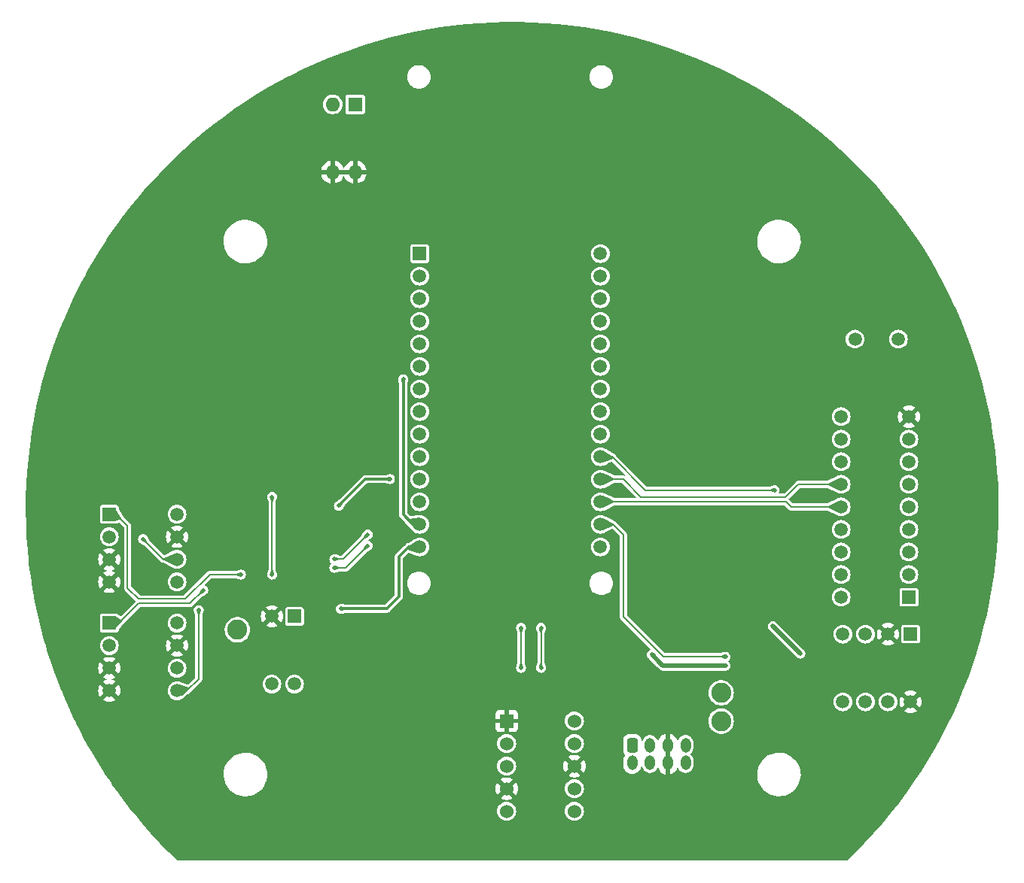
<source format=gbr>
%TF.GenerationSoftware,KiCad,Pcbnew,7.0.1-0*%
%TF.CreationDate,2023-05-22T14:01:58+09:00*%
%TF.ProjectId,MissionModule,4d697373-696f-46e4-9d6f-64756c652e6b,rev?*%
%TF.SameCoordinates,Original*%
%TF.FileFunction,Copper,L2,Bot*%
%TF.FilePolarity,Positive*%
%FSLAX46Y46*%
G04 Gerber Fmt 4.6, Leading zero omitted, Abs format (unit mm)*
G04 Created by KiCad (PCBNEW 7.0.1-0) date 2023-05-22 14:01:58*
%MOMM*%
%LPD*%
G01*
G04 APERTURE LIST*
G04 Aperture macros list*
%AMRoundRect*
0 Rectangle with rounded corners*
0 $1 Rounding radius*
0 $2 $3 $4 $5 $6 $7 $8 $9 X,Y pos of 4 corners*
0 Add a 4 corners polygon primitive as box body*
4,1,4,$2,$3,$4,$5,$6,$7,$8,$9,$2,$3,0*
0 Add four circle primitives for the rounded corners*
1,1,$1+$1,$2,$3*
1,1,$1+$1,$4,$5*
1,1,$1+$1,$6,$7*
1,1,$1+$1,$8,$9*
0 Add four rect primitives between the rounded corners*
20,1,$1+$1,$2,$3,$4,$5,0*
20,1,$1+$1,$4,$5,$6,$7,0*
20,1,$1+$1,$6,$7,$8,$9,0*
20,1,$1+$1,$8,$9,$2,$3,0*%
G04 Aperture macros list end*
%TA.AperFunction,ComponentPad*%
%ADD10C,2.250000*%
%TD*%
%TA.AperFunction,ComponentPad*%
%ADD11R,1.500000X1.500000*%
%TD*%
%TA.AperFunction,ComponentPad*%
%ADD12C,1.500000*%
%TD*%
%TA.AperFunction,ComponentPad*%
%ADD13R,1.530000X1.530000*%
%TD*%
%TA.AperFunction,ComponentPad*%
%ADD14C,1.530000*%
%TD*%
%TA.AperFunction,ComponentPad*%
%ADD15R,1.600000X1.600000*%
%TD*%
%TA.AperFunction,ComponentPad*%
%ADD16O,1.600000X1.600000*%
%TD*%
%TA.AperFunction,ComponentPad*%
%ADD17R,1.508000X1.508000*%
%TD*%
%TA.AperFunction,ComponentPad*%
%ADD18C,1.508000*%
%TD*%
%TA.AperFunction,ComponentPad*%
%ADD19RoundRect,0.250000X-0.350000X-0.560000X0.350000X-0.560000X0.350000X0.560000X-0.350000X0.560000X0*%
%TD*%
%TA.AperFunction,ComponentPad*%
%ADD20O,1.200000X1.650000*%
%TD*%
%TA.AperFunction,ViaPad*%
%ADD21C,0.510000*%
%TD*%
%TA.AperFunction,Conductor*%
%ADD22C,0.500000*%
%TD*%
%TA.AperFunction,Conductor*%
%ADD23C,0.200000*%
%TD*%
%TA.AperFunction,Conductor*%
%ADD24C,0.300000*%
%TD*%
G04 APERTURE END LIST*
D10*
%TO.P,TP1,1,1*%
%TO.N,CAN_H*%
X172000000Y-128999432D03*
%TD*%
%TO.P,TP3,1,1*%
%TO.N,MEMORY_POWER*%
X117600000Y-118699432D03*
%TD*%
D11*
%TO.P,U8,1,~{CS}*%
%TO.N,SPI_CS_FRAM0*%
X103200000Y-105700000D03*
D12*
%TO.P,U8,2,SO*%
%TO.N,SPI_MISO*%
X103200000Y-108240000D03*
%TO.P,U8,3,~{WP}*%
%TO.N,GND*%
X103200000Y-110780000D03*
%TO.P,U8,4,GND*%
X103200000Y-113320000D03*
%TO.P,U8,5,SI*%
%TO.N,SPI_MOSI*%
X110820000Y-113320000D03*
%TO.P,U8,6,SCK*%
%TO.N,SPI_SCLK*%
X110820000Y-110780000D03*
%TO.P,U8,7,~{HOLD}*%
%TO.N,GND*%
X110820000Y-108240000D03*
%TO.P,U8,8,VDD*%
%TO.N,MEMORY_POWER*%
X110820000Y-105700000D03*
%TD*%
D10*
%TO.P,TP2,1,1*%
%TO.N,CAN_L*%
X172000000Y-125799432D03*
%TD*%
D11*
%TO.P,U5,1*%
%TO.N,Net-(R10-Pad2)*%
X124025000Y-117200000D03*
D12*
%TO.P,U5,2*%
%TO.N,GND*%
X121485000Y-117200000D03*
%TO.P,U5,3*%
%TO.N,Net-(F1-Pad2)*%
X121485000Y-124820000D03*
%TO.P,U5,4*%
%TO.N,MEMORY_POWER*%
X124025000Y-124820000D03*
%TD*%
%TO.P,Y1,1,1*%
%TO.N,OSC2*%
X187050000Y-86000000D03*
%TO.P,Y1,2,2*%
%TO.N,OSC1*%
X191930000Y-86000000D03*
%TD*%
D13*
%TO.P,U4,1,GND*%
%TO.N,GND*%
X147880000Y-128972500D03*
D14*
%TO.P,U4,2,SCK/SCLK*%
%TO.N,I2C_SCL*%
X147880000Y-131512500D03*
%TO.P,U4,3,SDA/SDI/SDIO*%
%TO.N,I2C_SDA*%
X147880000Y-134052500D03*
%TO.P,U4,4,SDO/ALT_ADDRESS*%
%TO.N,GND*%
X147880000Y-136592500D03*
%TO.P,U4,5,~CS*%
%TO.N,+3.3V*%
X147880000Y-139132500D03*
%TO.P,U4,6,INT2*%
%TO.N,unconnected-(U4-INT2-Pad6)*%
X155500000Y-139132500D03*
%TO.P,U4,7,INT1*%
%TO.N,unconnected-(U4-INT1-Pad7)*%
X155500000Y-136592500D03*
%TO.P,U4,8,GND*%
%TO.N,GND*%
X155500000Y-134052500D03*
%TO.P,U4,9,VS*%
%TO.N,+3.3V*%
X155500000Y-131512500D03*
%TO.P,U4,10,VDDI/O*%
X155500000Y-128972500D03*
%TD*%
D11*
%TO.P,U1,1,TXD*%
%TO.N,CAN_TX*%
X193300000Y-119200000D03*
D12*
%TO.P,U1,2,VSS*%
%TO.N,GND*%
X190760000Y-119200000D03*
%TO.P,U1,3,VDD*%
%TO.N,+5V*%
X188220000Y-119200000D03*
%TO.P,U1,4,RXD*%
%TO.N,CAN_RX*%
X185680000Y-119200000D03*
%TO.P,U1,5,Vio*%
%TO.N,+3.3V*%
X185680000Y-126820000D03*
%TO.P,U1,6,CANL*%
%TO.N,CAN_L*%
X188220000Y-126820000D03*
%TO.P,U1,7,CANH*%
%TO.N,CAN_H*%
X190760000Y-126820000D03*
%TO.P,U1,8,STBY*%
%TO.N,GND*%
X193300000Y-126820000D03*
%TD*%
D15*
%TO.P,SW1,1*%
%TO.N,DEBUG_MODE*%
X130850000Y-59574432D03*
D16*
%TO.P,SW1,2*%
%TO.N,DUMP_MODE*%
X128310000Y-59574432D03*
%TO.P,SW1,3*%
%TO.N,GND*%
X128310000Y-67194432D03*
%TO.P,SW1,4*%
X130850000Y-67194432D03*
%TD*%
D17*
%TO.P,U6,1,PA03_VREFA/AREF*%
%TO.N,unconnected-(U6-PA03_VREFA{slash}AREF-Pad1)*%
X138102500Y-76359800D03*
D18*
%TO.P,U6,2,PA02_AIN0/DAC0/A0*%
%TO.N,unconnected-(U6-PA02_AIN0{slash}DAC0{slash}A0-Pad2)*%
X138102500Y-78899800D03*
%TO.P,U6,3,PB02_AIN10/A1*%
%TO.N,LORA_SEND_STATUS*%
X138102500Y-81439800D03*
%TO.P,U6,4,PB03_AIN11/A2*%
%TO.N,LORA_RECEIVE_STATUS*%
X138102500Y-83979800D03*
%TO.P,U6,5,PA04_AIN4/A3*%
%TO.N,DUMP_MODE*%
X138102500Y-86519800D03*
%TO.P,U6,6,PA05_AIN5/A4*%
%TO.N,DEBUG_MODE*%
X138102500Y-89059800D03*
%TO.P,U6,7,PA06_AIN6/A5*%
%TO.N,SPI_CS_FRAM1*%
X138102500Y-91599800D03*
%TO.P,U6,8,PA07_AIN7/A6*%
%TO.N,SPI_CS_FRAM0*%
X138102500Y-94139800D03*
%TO.P,U6,9,PA22_TC4-W0/0*%
%TO.N,CAN_RECEIVE_STATUS*%
X138102500Y-96679800D03*
%TO.P,U6,10,PA23_TC4-W1/1*%
%TO.N,CAN_SEND_STATUS*%
X138102500Y-99219800D03*
%TO.P,U6,11,PA10_TCC0-W2/~2*%
%TO.N,RECORD_STATUS*%
X138102500Y-101759800D03*
%TO.P,U6,12,PA11_TCC0-W3/~3*%
%TO.N,SD_CHECK*%
X138102500Y-104299800D03*
%TO.P,U6,13,PB10_TCC0-W4/~4*%
%TO.N,SD_STATUS*%
X138102500Y-106839800D03*
%TO.P,U6,14,PB11_TCC0-W5/~5*%
%TO.N,MEMORY_POWER_CONTROL*%
X138102500Y-109379800D03*
%TO.P,U6,15,PA20_TCC0-W6*%
%TO.N,SPI_CS_SD*%
X158422500Y-109379800D03*
%TO.P,U6,16,PA21_TCC0-W7*%
%TO.N,SPI_CS_MCP*%
X158422500Y-106839800D03*
%TO.P,U6,17,PA16_S1_MOSI*%
%TO.N,SPI_MOSI*%
X158422500Y-104299800D03*
%TO.P,U6,18,PA17_S1_SCK*%
%TO.N,SPI_SCLK*%
X158422500Y-101759800D03*
%TO.P,U6,19,PA19_S1_MISO*%
%TO.N,SPI_MISO*%
X158422500Y-99219800D03*
%TO.P,U6,20,PA08_S0_I2C_SDA*%
%TO.N,I2C_SDA*%
X158422500Y-96679800D03*
%TO.P,U6,21,PA09_S0_I2C_SCL*%
%TO.N,I2C_SCL*%
X158422500Y-94139800D03*
%TO.P,U6,22,PB23_S5_RX*%
%TO.N,unconnected-(U6-PB23_S5_RX-Pad22)*%
X158422500Y-91599800D03*
%TO.P,U6,23,PB22_S5_TX*%
%TO.N,unconnected-(U6-PB22_S5_TX-Pad23)*%
X158422500Y-89059800D03*
%TO.P,U6,24,RESET*%
%TO.N,unconnected-(U6-RESET-Pad24)*%
X158422500Y-86519800D03*
%TO.P,U6,25,GND*%
%TO.N,unconnected-(U6-GND-Pad25)*%
X158422500Y-83979800D03*
%TO.P,U6,26,+3V3*%
%TO.N,+3.3V*%
X158422500Y-81439800D03*
%TO.P,U6,27,VIN*%
%TO.N,+5V*%
X158422500Y-78899800D03*
%TO.P,U6,28,+5V*%
%TO.N,unconnected-(U6-+5V-Pad28)*%
X158422500Y-76359800D03*
%TD*%
D11*
%TO.P,U7,1,~{CS}*%
%TO.N,SPI_CS_FRAM1*%
X103200000Y-117950000D03*
D12*
%TO.P,U7,2,SO*%
%TO.N,SPI_MISO*%
X103200000Y-120490000D03*
%TO.P,U7,3,~{WP}*%
%TO.N,GND*%
X103200000Y-123030000D03*
%TO.P,U7,4,GND*%
X103200000Y-125570000D03*
%TO.P,U7,5,SI*%
%TO.N,SPI_MOSI*%
X110820000Y-125570000D03*
%TO.P,U7,6,SCK*%
%TO.N,SPI_SCLK*%
X110820000Y-123030000D03*
%TO.P,U7,7,~{HOLD}*%
%TO.N,GND*%
X110820000Y-120490000D03*
%TO.P,U7,8,VDD*%
%TO.N,MEMORY_POWER*%
X110820000Y-117950000D03*
%TD*%
D11*
%TO.P,U2,1,TXCAN*%
%TO.N,CAN_TX*%
X193120000Y-115040000D03*
D12*
%TO.P,U2,2,RXCAN*%
%TO.N,CAN_RX*%
X193120000Y-112500000D03*
%TO.P,U2,3,CLKOUT/SOF*%
%TO.N,unconnected-(U2-CLKOUT{slash}SOF-Pad3)*%
X193120000Y-109960000D03*
%TO.P,U2,4,~TX0RTS*%
%TO.N,unconnected-(U2-~TX0RTS-Pad4)*%
X193120000Y-107420000D03*
%TO.P,U2,5,~TX1RTS*%
%TO.N,unconnected-(U2-~TX1RTS-Pad5)*%
X193120000Y-104880000D03*
%TO.P,U2,6,~TX2RTS*%
%TO.N,unconnected-(U2-~TX2RTS-Pad6)*%
X193120000Y-102340000D03*
%TO.P,U2,7,OSC2*%
%TO.N,OSC2*%
X193120000Y-99800000D03*
%TO.P,U2,8,OSC1*%
%TO.N,OSC1*%
X193120000Y-97260000D03*
%TO.P,U2,9,VSS*%
%TO.N,GND*%
X193120000Y-94720000D03*
%TO.P,U2,10,~RX1BF*%
%TO.N,unconnected-(U2-~RX1BF-Pad10)*%
X185500000Y-94720000D03*
%TO.P,U2,11,~RX0BF*%
%TO.N,unconnected-(U2-~RX0BF-Pad11)*%
X185500000Y-97260000D03*
%TO.P,U2,12,~INT*%
%TO.N,unconnected-(U2-~INT-Pad12)*%
X185500000Y-99800000D03*
%TO.P,U2,13,SCK*%
%TO.N,SPI_SCLK*%
X185500000Y-102340000D03*
%TO.P,U2,14,SI*%
%TO.N,SPI_MOSI*%
X185500000Y-104880000D03*
%TO.P,U2,15,SO*%
%TO.N,SPI_MISO*%
X185500000Y-107420000D03*
%TO.P,U2,16,~CS*%
%TO.N,SPI_CS_MCP*%
X185500000Y-109960000D03*
%TO.P,U2,17,~RESET*%
%TO.N,Net-(U2-~RESET)*%
X185500000Y-112500000D03*
%TO.P,U2,18,VDD*%
%TO.N,+3.3V*%
X185500000Y-115040000D03*
%TD*%
D19*
%TO.P,J1,1,Pin_1*%
%TO.N,+12V*%
X162000000Y-131690000D03*
D20*
%TO.P,J1,2,Pin_2*%
X162000000Y-133690000D03*
%TO.P,J1,3,Pin_3*%
%TO.N,CAN_L*%
X164000000Y-131690000D03*
%TO.P,J1,4,Pin_4*%
X164000000Y-133690000D03*
%TO.P,J1,5,Pin_5*%
%TO.N,GND*%
X166000000Y-131690000D03*
%TO.P,J1,6,Pin_6*%
X166000000Y-133690000D03*
%TO.P,J1,7,Pin_7*%
%TO.N,CAN_H*%
X168000000Y-131690000D03*
%TO.P,J1,8,Pin_8*%
X168000000Y-133690000D03*
%TD*%
D21*
%TO.N,GND*%
X164300000Y-124200000D03*
X170300000Y-56600000D03*
X172900000Y-83200000D03*
X109100000Y-111800000D03*
X126300000Y-119400000D03*
X102900000Y-132000000D03*
X111100000Y-89000000D03*
X140100000Y-87000000D03*
X160100000Y-105600000D03*
X143300000Y-79600000D03*
X160500000Y-118600000D03*
X155900000Y-78600000D03*
X132300000Y-106400000D03*
X169700000Y-102099432D03*
X147900000Y-109200000D03*
X129500000Y-96800000D03*
X132300000Y-103000000D03*
X141100000Y-60200000D03*
X134700000Y-100200000D03*
X165900000Y-80299432D03*
X104700000Y-115600000D03*
X173650000Y-97699432D03*
X121100000Y-91600000D03*
X124300000Y-126600000D03*
X163100000Y-100499432D03*
X110700000Y-67400000D03*
X184300000Y-106000000D03*
X163400000Y-105699432D03*
X161700000Y-121000000D03*
X111900000Y-124200000D03*
X131500000Y-127400000D03*
X193500000Y-89600000D03*
X155500000Y-123000000D03*
X148100000Y-123200000D03*
X140900000Y-128800000D03*
X159900000Y-108400000D03*
X150500000Y-123600000D03*
X153100000Y-117800000D03*
X115400000Y-115799432D03*
X137100000Y-118200000D03*
X160100000Y-80400000D03*
X160100000Y-85200000D03*
X96900000Y-118800000D03*
X143100000Y-91000000D03*
X109100000Y-109000000D03*
X150700000Y-130200000D03*
X114300000Y-111400000D03*
X186100000Y-67400000D03*
X187500000Y-114200000D03*
X182000000Y-103499432D03*
X167300000Y-73800000D03*
X180500000Y-113299432D03*
X160100000Y-75000000D03*
X121300000Y-88800000D03*
X115700000Y-88600000D03*
X133300000Y-113800000D03*
X135100000Y-95800000D03*
X135700000Y-107800000D03*
X194900000Y-117400000D03*
X165500000Y-63000000D03*
X156300000Y-92400000D03*
X168700000Y-79000000D03*
X185700000Y-78600000D03*
X151500000Y-71000000D03*
X195100000Y-106000000D03*
X128700000Y-109400000D03*
X128900000Y-106400000D03*
X109500000Y-116800000D03*
X201900000Y-104400000D03*
X151500000Y-134400000D03*
X200300000Y-118800000D03*
X165300000Y-95999432D03*
X150700000Y-117800000D03*
X140700000Y-136400000D03*
X99100000Y-84800000D03*
X106700000Y-85200000D03*
X113100000Y-97800000D03*
X197500000Y-84600000D03*
X177700000Y-120400000D03*
X184300000Y-108499432D03*
X155500000Y-120400000D03*
X176200000Y-105099432D03*
X141800000Y-82799432D03*
X128100000Y-103800000D03*
X162500000Y-68800000D03*
X153100000Y-109800000D03*
X130700000Y-101400000D03*
X163900000Y-74200000D03*
X191900000Y-128000000D03*
X123900000Y-113800000D03*
X154000000Y-60000000D03*
X129100000Y-119200000D03*
X154500000Y-127200000D03*
X167000000Y-125849432D03*
X133900000Y-123200000D03*
X143300000Y-106800000D03*
X171300000Y-131999432D03*
X120300000Y-104000000D03*
X127300000Y-71800000D03*
X160900000Y-66200000D03*
X139700000Y-92800000D03*
X168550000Y-108449432D03*
X127300000Y-113800000D03*
X180700000Y-119800000D03*
X162900000Y-85800000D03*
X153100000Y-102400000D03*
X127700000Y-127400000D03*
X111300000Y-143000000D03*
X162300000Y-138600000D03*
X173300000Y-124000000D03*
X194100000Y-132800000D03*
X156500000Y-98000000D03*
X181900000Y-93400000D03*
X133500000Y-120400000D03*
X172900000Y-120600000D03*
X122900000Y-85000000D03*
X167900000Y-128400000D03*
X105300000Y-105400000D03*
X178700000Y-115899432D03*
X117100000Y-103200000D03*
X163300000Y-114600000D03*
X180500000Y-122800000D03*
X107900000Y-118400000D03*
X141900000Y-70600000D03*
X122500000Y-105400000D03*
X120500000Y-109600000D03*
X124700000Y-56800000D03*
X178200000Y-124099432D03*
X120300000Y-98000000D03*
X167500000Y-120600000D03*
X186700000Y-89200000D03*
X131500000Y-118000000D03*
X184500000Y-117000000D03*
X140100000Y-100800000D03*
X170900000Y-87600000D03*
X129500000Y-137200000D03*
X131100000Y-121800000D03*
X122700000Y-109200000D03*
X156900000Y-95400000D03*
X132900000Y-110600000D03*
X150700000Y-107800000D03*
X156900000Y-71800000D03*
X128300000Y-91800000D03*
X126200000Y-116199432D03*
X191100000Y-106200000D03*
X159300000Y-126600000D03*
X176100000Y-82800000D03*
X180200000Y-104099432D03*
X117900000Y-120600000D03*
X171500000Y-113999432D03*
X132700000Y-143600000D03*
X152100000Y-87800000D03*
X180500000Y-117199432D03*
X191300000Y-114200000D03*
X148100000Y-99000000D03*
X122500000Y-98200000D03*
X176700000Y-109649432D03*
X134500000Y-87200000D03*
X115700000Y-92000000D03*
X157100000Y-111200000D03*
X163300000Y-143600000D03*
X123900000Y-94200000D03*
X147300000Y-81400000D03*
X134700000Y-90600000D03*
X178400000Y-101999432D03*
X109100000Y-114200000D03*
X95100000Y-103200000D03*
X160100000Y-62600000D03*
X106100000Y-120800000D03*
X109300000Y-124400000D03*
X120500000Y-123200000D03*
X190100000Y-89600000D03*
X188300000Y-124800000D03*
X112100000Y-116800000D03*
X104900000Y-119000000D03*
X191300000Y-111200000D03*
X147700000Y-118200000D03*
X160100000Y-98200000D03*
X150700000Y-99000000D03*
X148300000Y-51200000D03*
X183300000Y-100800000D03*
X185300000Y-143200000D03*
X103900000Y-102800000D03*
X132300000Y-100600000D03*
X186500000Y-120800000D03*
X166300000Y-92800000D03*
X163350000Y-118249432D03*
X149300000Y-132800000D03*
%TO.N,+5V*%
X178300000Y-118800000D03*
X177800000Y-118300000D03*
X180900000Y-121400000D03*
X180300000Y-120800000D03*
%TO.N,+3.3V*%
X164200000Y-121500000D03*
X171100000Y-122750000D03*
X165200000Y-122500000D03*
X172500000Y-122750000D03*
%TO.N,SPI_CS_MCP*%
X172500000Y-121750497D03*
%TO.N,SPI_MOSI*%
X113250000Y-116500000D03*
%TO.N,SPI_SCLK*%
X107000000Y-108500000D03*
%TO.N,SPI_MISO*%
X178000000Y-103000000D03*
%TO.N,SPI_CS_SD*%
X121500000Y-112500000D03*
X121500000Y-103750000D03*
%TO.N,MEMORY_POWER_CONTROL*%
X129250000Y-116337500D03*
%TO.N,I2C_SCL*%
X149500000Y-123000000D03*
X149500000Y-118500000D03*
%TO.N,I2C_SDA*%
X151750000Y-123000000D03*
X151750000Y-118500000D03*
%TO.N,SPI_CS_FRAM1*%
X128500000Y-110750000D03*
X132250000Y-108000000D03*
X113762299Y-114262299D03*
%TO.N,SPI_CS_FRAM0*%
X132250000Y-109250000D03*
X128500000Y-111750000D03*
X118000000Y-112500000D03*
%TO.N,RECORD_STATUS*%
X129000000Y-104750000D03*
X134750000Y-101750000D03*
%TO.N,SD_STATUS*%
X136250000Y-90500000D03*
%TD*%
D22*
%TO.N,+5V*%
X177800000Y-118300000D02*
X180900000Y-121400000D01*
%TO.N,+3.3V*%
X165200000Y-122500000D02*
X164200000Y-121500000D01*
X172500000Y-122750000D02*
X165450000Y-122750000D01*
X165450000Y-122750000D02*
X165200000Y-122500000D01*
D23*
%TO.N,SPI_CS_MCP*%
X161000000Y-108000000D02*
X159839800Y-106839800D01*
X172500000Y-121750497D02*
X165500497Y-121750497D01*
X161000000Y-117250000D02*
X161000000Y-108000000D01*
X159839800Y-106839800D02*
X158422500Y-106839800D01*
X165500497Y-121750497D02*
X161000000Y-117250000D01*
%TO.N,SPI_MOSI*%
X179880000Y-104880000D02*
X185500000Y-104880000D01*
X113250000Y-116500000D02*
X113250000Y-124250000D01*
X158422500Y-104299800D02*
X179299800Y-104299800D01*
X113250000Y-124250000D02*
X111930000Y-125570000D01*
X179299800Y-104299800D02*
X179880000Y-104880000D01*
X111930000Y-125570000D02*
X110820000Y-125570000D01*
%TO.N,SPI_SCLK*%
X179250000Y-103750000D02*
X180660000Y-102340000D01*
X161009800Y-101759800D02*
X163000000Y-103750000D01*
X107000000Y-108500000D02*
X109280000Y-110780000D01*
X163000000Y-103750000D02*
X179250000Y-103750000D01*
X158422500Y-101759800D02*
X161009800Y-101759800D01*
X180660000Y-102340000D02*
X185500000Y-102340000D01*
X109280000Y-110780000D02*
X110820000Y-110780000D01*
%TO.N,SPI_MISO*%
X158422500Y-99219800D02*
X159719800Y-99219800D01*
X159719800Y-99219800D02*
X163500000Y-103000000D01*
X163500000Y-103000000D02*
X178000000Y-103000000D01*
%TO.N,SPI_CS_SD*%
X121500000Y-103750000D02*
X121500000Y-112500000D01*
D24*
%TO.N,MEMORY_POWER_CONTROL*%
X135750000Y-110500000D02*
X136870200Y-109379800D01*
X134412500Y-116337500D02*
X135750000Y-115000000D01*
X136870200Y-109379800D02*
X138102500Y-109379800D01*
X135750000Y-115000000D02*
X135750000Y-110500000D01*
X129250000Y-116337500D02*
X134412500Y-116337500D01*
D23*
%TO.N,I2C_SCL*%
X149500000Y-123000000D02*
X149500000Y-118500000D01*
%TO.N,I2C_SDA*%
X151750000Y-123000000D02*
X151750000Y-118500000D01*
%TO.N,SPI_CS_FRAM1*%
X113762299Y-114262299D02*
X112274598Y-115750000D01*
X129500000Y-110750000D02*
X128500000Y-110750000D01*
X104300000Y-117950000D02*
X103200000Y-117950000D01*
X132250000Y-108000000D02*
X129500000Y-110750000D01*
X112274598Y-115750000D02*
X106500000Y-115750000D01*
X106500000Y-115750000D02*
X104300000Y-117950000D01*
%TO.N,SPI_CS_FRAM0*%
X129750000Y-111750000D02*
X132250000Y-109250000D01*
X105250000Y-107000000D02*
X103950000Y-105700000D01*
X111750000Y-115250000D02*
X106500000Y-115250000D01*
X103950000Y-105700000D02*
X103200000Y-105700000D01*
X118000000Y-112500000D02*
X114500000Y-112500000D01*
X105250000Y-114000000D02*
X105250000Y-107000000D01*
X106500000Y-115250000D02*
X105250000Y-114000000D01*
X128500000Y-111750000D02*
X129750000Y-111750000D01*
X114500000Y-112500000D02*
X111750000Y-115250000D01*
D24*
%TO.N,RECORD_STATUS*%
X129000000Y-104750000D02*
X132000000Y-101750000D01*
X132000000Y-101750000D02*
X134750000Y-101750000D01*
%TO.N,SD_STATUS*%
X136250000Y-105743650D02*
X137346150Y-106839800D01*
X137346150Y-106839800D02*
X138102500Y-106839800D01*
X136250000Y-90500000D02*
X136250000Y-105743650D01*
%TD*%
%TA.AperFunction,Conductor*%
%TO.N,GND*%
G36*
X149237930Y-50304921D02*
G01*
X150709866Y-50344600D01*
X150711517Y-50344667D01*
X152181902Y-50423999D01*
X152183480Y-50424105D01*
X153651289Y-50543039D01*
X153652821Y-50543185D01*
X155116823Y-50701621D01*
X155118471Y-50701822D01*
X156577633Y-50899648D01*
X156579181Y-50899878D01*
X158032561Y-51136965D01*
X158034164Y-51137249D01*
X159480528Y-51413395D01*
X159482157Y-51413728D01*
X160920595Y-51728759D01*
X160922186Y-51729131D01*
X162351579Y-52082800D01*
X162353117Y-52083202D01*
X163772548Y-52475286D01*
X163774060Y-52475726D01*
X165182377Y-52905907D01*
X165183960Y-52906414D01*
X166580132Y-53374376D01*
X166581652Y-53374908D01*
X167964724Y-53880329D01*
X167966227Y-53880900D01*
X169335191Y-54423414D01*
X169336713Y-54424041D01*
X170690502Y-55003222D01*
X170692033Y-55003901D01*
X172029779Y-55619378D01*
X172031205Y-55620058D01*
X172842024Y-56019921D01*
X173351855Y-56271349D01*
X173353355Y-56272114D01*
X174176571Y-56706050D01*
X174601574Y-56930079D01*
X174655930Y-56958731D01*
X174657405Y-56959534D01*
X175941046Y-57681027D01*
X175942456Y-57681844D01*
X177206215Y-58437682D01*
X177207565Y-58438514D01*
X178450509Y-59228139D01*
X178451880Y-59229036D01*
X179557052Y-59973682D01*
X179673036Y-60051830D01*
X179674418Y-60052789D01*
X180872971Y-60908198D01*
X180874261Y-60909145D01*
X182049379Y-61796580D01*
X182050660Y-61797575D01*
X183201366Y-62716299D01*
X183202668Y-62717367D01*
X184328216Y-63666780D01*
X184329488Y-63667883D01*
X185429025Y-64647264D01*
X185430268Y-64648402D01*
X186502989Y-65657034D01*
X186504200Y-65658204D01*
X187549390Y-66695414D01*
X187550550Y-66696596D01*
X188567412Y-67761596D01*
X188568548Y-67762819D01*
X189163640Y-68420699D01*
X189556334Y-68854826D01*
X189557447Y-68856090D01*
X190515457Y-69974330D01*
X190516535Y-69975624D01*
X191444033Y-71119237D01*
X191445076Y-71120559D01*
X192341421Y-72288748D01*
X192342429Y-72290099D01*
X193207007Y-73482074D01*
X193207977Y-73483450D01*
X194040080Y-74698229D01*
X194041013Y-74699631D01*
X194840095Y-75936418D01*
X194840990Y-75937845D01*
X195606459Y-77195725D01*
X195607315Y-77197176D01*
X196338592Y-78475195D01*
X196339409Y-78476668D01*
X197035996Y-79773957D01*
X197036773Y-79775452D01*
X197698148Y-81091039D01*
X197698883Y-81092552D01*
X198213584Y-82189052D01*
X198324561Y-82425472D01*
X198325256Y-82427006D01*
X198914781Y-83776287D01*
X198915435Y-83777839D01*
X199468412Y-85142579D01*
X199469023Y-85144149D01*
X199984997Y-86523223D01*
X199985566Y-86524808D01*
X200464201Y-87917321D01*
X200464727Y-87918921D01*
X200905661Y-89323813D01*
X200906144Y-89325427D01*
X201309063Y-90741704D01*
X201309502Y-90743330D01*
X201674109Y-92169943D01*
X201674504Y-92171580D01*
X202000541Y-93607534D01*
X202000891Y-93609182D01*
X202288098Y-95053307D01*
X202288405Y-95054963D01*
X202536609Y-96506410D01*
X202536870Y-96508074D01*
X202745861Y-97965600D01*
X202746078Y-97967270D01*
X202915724Y-99429971D01*
X202915895Y-99431647D01*
X203046056Y-100898306D01*
X203046183Y-100899986D01*
X203136779Y-102369688D01*
X203136860Y-102371370D01*
X203187818Y-103842982D01*
X203187853Y-103844666D01*
X203199137Y-105317077D01*
X203199127Y-105318761D01*
X203170730Y-106790941D01*
X203170675Y-106792625D01*
X203102615Y-108263508D01*
X203102515Y-108265189D01*
X202994843Y-109733742D01*
X202994697Y-109735420D01*
X202847492Y-111200505D01*
X202847301Y-111202179D01*
X202660669Y-112662777D01*
X202660433Y-112664445D01*
X202434509Y-114119479D01*
X202434228Y-114121139D01*
X202169182Y-115569531D01*
X202168857Y-115571184D01*
X201864866Y-117011959D01*
X201864496Y-117013602D01*
X201521800Y-118445626D01*
X201521386Y-118447259D01*
X201140220Y-119869545D01*
X201139762Y-119871166D01*
X200720404Y-121282675D01*
X200719902Y-121284283D01*
X200262679Y-122683921D01*
X200262135Y-122685515D01*
X199767331Y-124072415D01*
X199766743Y-124073993D01*
X199234787Y-125446945D01*
X199234158Y-125448508D01*
X198665349Y-126806740D01*
X198664677Y-126808284D01*
X198059508Y-128150622D01*
X198058795Y-128152148D01*
X197417682Y-129477672D01*
X197416929Y-129479179D01*
X196740291Y-130787021D01*
X196739497Y-130788506D01*
X196027877Y-132077611D01*
X196027043Y-132079074D01*
X195280961Y-133348506D01*
X195280088Y-133349947D01*
X194500039Y-134598861D01*
X194499127Y-134600277D01*
X193685751Y-135827650D01*
X193684802Y-135829042D01*
X192838611Y-137034102D01*
X192837625Y-137035467D01*
X191959268Y-138217287D01*
X191958245Y-138218625D01*
X191048365Y-139376340D01*
X191047306Y-139377650D01*
X190106596Y-140510382D01*
X190105503Y-140511664D01*
X189134544Y-141618711D01*
X189133416Y-141619962D01*
X188133015Y-142700401D01*
X188131854Y-142701621D01*
X187102720Y-143754691D01*
X187101527Y-143755880D01*
X186146461Y-144681872D01*
X186102955Y-144699500D01*
X110897045Y-144699500D01*
X110853539Y-144681872D01*
X109898472Y-143755880D01*
X109897279Y-143754691D01*
X108868145Y-142701621D01*
X108866984Y-142700401D01*
X107866583Y-141619962D01*
X107865455Y-141618711D01*
X106894496Y-140511664D01*
X106893403Y-140510382D01*
X105952693Y-139377650D01*
X105951634Y-139376340D01*
X105759993Y-139132500D01*
X146809345Y-139132500D01*
X146829916Y-139341372D01*
X146890844Y-139542223D01*
X146978467Y-139706153D01*
X146989783Y-139727324D01*
X147122933Y-139889567D01*
X147285176Y-140022717D01*
X147470278Y-140121656D01*
X147671126Y-140182583D01*
X147880000Y-140203155D01*
X148088874Y-140182583D01*
X148289722Y-140121656D01*
X148474824Y-140022717D01*
X148637067Y-139889567D01*
X148770217Y-139727324D01*
X148869156Y-139542222D01*
X148930083Y-139341374D01*
X148950655Y-139132500D01*
X148950655Y-139132499D01*
X154429345Y-139132499D01*
X154449916Y-139341372D01*
X154510844Y-139542223D01*
X154598467Y-139706153D01*
X154609783Y-139727324D01*
X154742933Y-139889567D01*
X154905176Y-140022717D01*
X155090278Y-140121656D01*
X155291126Y-140182583D01*
X155500000Y-140203155D01*
X155708874Y-140182583D01*
X155909722Y-140121656D01*
X156094824Y-140022717D01*
X156257067Y-139889567D01*
X156390217Y-139727324D01*
X156489156Y-139542222D01*
X156550083Y-139341374D01*
X156570655Y-139132500D01*
X156550083Y-138923626D01*
X156489156Y-138722778D01*
X156390217Y-138537676D01*
X156257067Y-138375433D01*
X156094824Y-138242283D01*
X156048060Y-138217287D01*
X155909723Y-138143344D01*
X155708872Y-138082416D01*
X155522818Y-138064092D01*
X155500000Y-138061845D01*
X155499999Y-138061845D01*
X155291127Y-138082416D01*
X155090276Y-138143344D01*
X154905177Y-138242282D01*
X154742933Y-138375433D01*
X154609782Y-138537677D01*
X154510844Y-138722776D01*
X154449916Y-138923627D01*
X154429345Y-139132499D01*
X148950655Y-139132499D01*
X148930083Y-138923626D01*
X148869156Y-138722778D01*
X148770217Y-138537676D01*
X148637067Y-138375433D01*
X148474824Y-138242283D01*
X148428060Y-138217287D01*
X148289723Y-138143344D01*
X148088872Y-138082416D01*
X147902818Y-138064092D01*
X147880000Y-138061845D01*
X147879999Y-138061845D01*
X147671127Y-138082416D01*
X147470276Y-138143344D01*
X147285177Y-138242282D01*
X147122933Y-138375433D01*
X146989782Y-138537677D01*
X146890844Y-138722776D01*
X146829916Y-138923627D01*
X146809345Y-139132500D01*
X105759993Y-139132500D01*
X105041754Y-138218625D01*
X105040731Y-138217287D01*
X104616430Y-137646395D01*
X147179656Y-137646395D01*
X147245082Y-137692206D01*
X147445693Y-137785752D01*
X147659495Y-137843040D01*
X147879999Y-137862332D01*
X148100504Y-137843040D01*
X148314306Y-137785752D01*
X148514913Y-137692207D01*
X148580341Y-137646394D01*
X147880000Y-136946053D01*
X147179656Y-137646395D01*
X104616430Y-137646395D01*
X104162374Y-137035467D01*
X104161388Y-137034102D01*
X103563590Y-136182778D01*
X103315191Y-135829033D01*
X103314248Y-135827650D01*
X103228775Y-135698673D01*
X102713610Y-134921296D01*
X116045717Y-134921296D01*
X116055802Y-135235789D01*
X116106021Y-135546410D01*
X116189492Y-135827650D01*
X116195549Y-135848059D01*
X116322916Y-136135786D01*
X116486028Y-136404855D01*
X116486030Y-136404858D01*
X116682214Y-136650865D01*
X116682215Y-136650866D01*
X116908246Y-136869765D01*
X117160415Y-137057963D01*
X117434578Y-137212370D01*
X117591962Y-137276087D01*
X117726238Y-137330449D01*
X118030601Y-137410263D01*
X118342673Y-137450500D01*
X118578573Y-137450500D01*
X118578580Y-137450500D01*
X118814008Y-137435385D01*
X119122860Y-137375236D01*
X119421485Y-137276086D01*
X119704979Y-137139562D01*
X119968687Y-136967907D01*
X120208280Y-136763939D01*
X120363976Y-136592500D01*
X146610167Y-136592500D01*
X146629459Y-136813004D01*
X146686747Y-137026806D01*
X146780294Y-137227417D01*
X146826103Y-137292842D01*
X147526447Y-136592500D01*
X148233553Y-136592500D01*
X148933894Y-137292841D01*
X148979707Y-137227413D01*
X149073252Y-137026806D01*
X149130540Y-136813004D01*
X149149832Y-136592500D01*
X154429345Y-136592500D01*
X154449916Y-136801372D01*
X154510844Y-137002223D01*
X154584254Y-137139562D01*
X154609783Y-137187324D01*
X154742933Y-137349567D01*
X154905176Y-137482717D01*
X155090278Y-137581656D01*
X155291126Y-137642583D01*
X155500000Y-137663155D01*
X155708874Y-137642583D01*
X155909722Y-137581656D01*
X156094824Y-137482717D01*
X156257067Y-137349567D01*
X156390217Y-137187324D01*
X156489156Y-137002222D01*
X156550083Y-136801374D01*
X156570655Y-136592500D01*
X156550083Y-136383626D01*
X156489156Y-136182778D01*
X156390217Y-135997676D01*
X156257067Y-135835433D01*
X156094824Y-135702283D01*
X156073653Y-135690967D01*
X155909723Y-135603344D01*
X155708872Y-135542416D01*
X155500000Y-135521845D01*
X155291127Y-135542416D01*
X155090276Y-135603344D01*
X154905177Y-135702282D01*
X154742933Y-135835433D01*
X154609782Y-135997677D01*
X154510844Y-136182776D01*
X154449916Y-136383627D01*
X154429345Y-136592500D01*
X149149832Y-136592500D01*
X149130540Y-136371995D01*
X149073252Y-136158193D01*
X148979706Y-135957582D01*
X148933895Y-135892156D01*
X148233553Y-136592500D01*
X147526447Y-136592500D01*
X146826103Y-135892156D01*
X146780293Y-135957582D01*
X146686747Y-136158193D01*
X146629459Y-136371995D01*
X146610167Y-136592500D01*
X120363976Y-136592500D01*
X120419822Y-136531007D01*
X120599842Y-136272936D01*
X120745381Y-135993964D01*
X120854052Y-135698670D01*
X120890586Y-135538603D01*
X147179656Y-135538603D01*
X147879999Y-136238946D01*
X148580342Y-135538603D01*
X148514917Y-135492794D01*
X148314306Y-135399247D01*
X148100504Y-135341959D01*
X147880000Y-135322667D01*
X147659495Y-135341959D01*
X147445693Y-135399247D01*
X147245082Y-135492793D01*
X147179656Y-135538603D01*
X120890586Y-135538603D01*
X120924069Y-135391905D01*
X120954283Y-135078704D01*
X120944198Y-134764211D01*
X120893979Y-134453590D01*
X120804451Y-134151941D01*
X120760432Y-134052500D01*
X146809345Y-134052500D01*
X146829916Y-134261372D01*
X146890844Y-134462223D01*
X146902859Y-134484701D01*
X146989783Y-134647324D01*
X147122933Y-134809567D01*
X147285176Y-134942717D01*
X147470278Y-135041656D01*
X147671126Y-135102583D01*
X147880000Y-135123155D01*
X148050170Y-135106395D01*
X154799656Y-135106395D01*
X154865082Y-135152206D01*
X155065693Y-135245752D01*
X155279495Y-135303040D01*
X155500000Y-135322332D01*
X155720504Y-135303040D01*
X155934306Y-135245752D01*
X156134913Y-135152207D01*
X156200341Y-135106394D01*
X155500000Y-134406053D01*
X154799656Y-135106395D01*
X148050170Y-135106395D01*
X148088874Y-135102583D01*
X148289722Y-135041656D01*
X148474824Y-134942717D01*
X148637067Y-134809567D01*
X148770217Y-134647324D01*
X148869156Y-134462222D01*
X148930083Y-134261374D01*
X148950655Y-134052500D01*
X154230167Y-134052500D01*
X154249459Y-134273004D01*
X154306747Y-134486806D01*
X154400294Y-134687417D01*
X154446103Y-134752842D01*
X155146447Y-134052500D01*
X155853553Y-134052500D01*
X156553894Y-134752841D01*
X156599707Y-134687413D01*
X156693252Y-134486806D01*
X156750540Y-134273004D01*
X156769832Y-134052500D01*
X156762189Y-133965136D01*
X160979500Y-133965136D01*
X160994265Y-134115051D01*
X161052619Y-134307419D01*
X161062384Y-134325688D01*
X161147379Y-134484703D01*
X161274906Y-134640094D01*
X161430297Y-134767621D01*
X161607582Y-134862381D01*
X161799947Y-134920734D01*
X162000000Y-134940438D01*
X162200053Y-134920734D01*
X162392418Y-134862381D01*
X162569703Y-134767621D01*
X162725094Y-134640094D01*
X162852621Y-134484703D01*
X162947381Y-134307418D01*
X163002255Y-134126520D01*
X163024587Y-134094647D01*
X163061450Y-134082167D01*
X163098552Y-134093921D01*
X163121504Y-134125349D01*
X163130145Y-134151941D01*
X163172820Y-134283282D01*
X163267468Y-134447218D01*
X163303114Y-134486806D01*
X163394129Y-134587888D01*
X163547270Y-134699151D01*
X163720197Y-134776144D01*
X163843634Y-134802381D01*
X163905353Y-134815500D01*
X163905354Y-134815500D01*
X164094646Y-134815500D01*
X164094647Y-134815500D01*
X164140935Y-134805661D01*
X164279803Y-134776144D01*
X164452730Y-134699151D01*
X164605871Y-134587888D01*
X164732533Y-134447216D01*
X164827179Y-134283284D01*
X164835379Y-134258045D01*
X164858445Y-134226535D01*
X164895712Y-134214865D01*
X164932631Y-134227594D01*
X164954788Y-134259751D01*
X164974149Y-134325688D01*
X165070410Y-134512410D01*
X165200270Y-134677539D01*
X165359033Y-134815108D01*
X165540964Y-134920146D01*
X165739485Y-134988855D01*
X165750000Y-134990367D01*
X165750000Y-130393741D01*
X165638588Y-130420770D01*
X165447500Y-130508036D01*
X165276374Y-130629895D01*
X165131407Y-130781931D01*
X165017833Y-130958656D01*
X164951968Y-131123178D01*
X164928109Y-131152285D01*
X164891862Y-131162414D01*
X164856370Y-131149893D01*
X164834504Y-131119261D01*
X164827180Y-131096719D01*
X164827179Y-131096717D01*
X164827179Y-131096716D01*
X164732533Y-130932784D01*
X164732532Y-130932783D01*
X164732531Y-130932781D01*
X164660511Y-130852796D01*
X164605871Y-130792112D01*
X164452730Y-130680849D01*
X164279803Y-130603856D01*
X164279801Y-130603855D01*
X164279800Y-130603855D01*
X164094647Y-130564500D01*
X164094646Y-130564500D01*
X163905354Y-130564500D01*
X163905353Y-130564500D01*
X163720199Y-130603855D01*
X163547271Y-130680848D01*
X163547269Y-130680849D01*
X163547270Y-130680849D01*
X163394129Y-130792112D01*
X163394126Y-130792114D01*
X163394126Y-130792115D01*
X163267468Y-130932781D01*
X163172820Y-131096717D01*
X163142440Y-131190218D01*
X163115655Y-131224194D01*
X163073222Y-131232634D01*
X163035474Y-131211494D01*
X163020499Y-131170904D01*
X163020499Y-131075811D01*
X163020499Y-131075806D01*
X163014361Y-131008251D01*
X162965920Y-130852797D01*
X162881683Y-130713453D01*
X162766547Y-130598317D01*
X162627203Y-130514080D01*
X162556833Y-130492152D01*
X162471747Y-130465638D01*
X162404199Y-130459500D01*
X161595810Y-130459500D01*
X161566248Y-130462186D01*
X161528251Y-130465639D01*
X161443164Y-130492152D01*
X161372796Y-130514080D01*
X161233452Y-130598317D01*
X161118317Y-130713452D01*
X161034080Y-130852797D01*
X160985638Y-131008252D01*
X160979500Y-131075800D01*
X160979500Y-132304189D01*
X160981454Y-132325688D01*
X160985639Y-132371749D01*
X161009156Y-132447218D01*
X161034080Y-132527203D01*
X161118317Y-132666547D01*
X161197333Y-132745563D01*
X161215564Y-132786690D01*
X161201453Y-132829406D01*
X161147378Y-132895298D01*
X161052619Y-133072580D01*
X160994265Y-133264948D01*
X160979500Y-133414864D01*
X160979500Y-133965136D01*
X156762189Y-133965136D01*
X156750540Y-133831995D01*
X156693252Y-133618193D01*
X156599706Y-133417582D01*
X156553895Y-133352156D01*
X155853553Y-134052500D01*
X155146447Y-134052500D01*
X154446103Y-133352156D01*
X154400293Y-133417582D01*
X154306747Y-133618193D01*
X154249459Y-133831995D01*
X154230167Y-134052500D01*
X148950655Y-134052500D01*
X148930083Y-133843626D01*
X148869156Y-133642778D01*
X148770217Y-133457676D01*
X148637067Y-133295433D01*
X148474824Y-133162283D01*
X148451644Y-133149893D01*
X148289723Y-133063344D01*
X148088872Y-133002416D01*
X148050156Y-132998603D01*
X154799656Y-132998603D01*
X155499999Y-133698946D01*
X156200342Y-132998603D01*
X156134917Y-132952794D01*
X155934306Y-132859247D01*
X155720504Y-132801959D01*
X155500000Y-132782667D01*
X155279495Y-132801959D01*
X155065693Y-132859247D01*
X154865082Y-132952793D01*
X154799656Y-132998603D01*
X148050156Y-132998603D01*
X147880000Y-132981845D01*
X147671127Y-133002416D01*
X147470276Y-133063344D01*
X147285177Y-133162282D01*
X147122933Y-133295433D01*
X146989782Y-133457677D01*
X146890844Y-133642776D01*
X146829916Y-133843627D01*
X146809345Y-134052500D01*
X120760432Y-134052500D01*
X120677084Y-133864216D01*
X120677083Y-133864213D01*
X120513971Y-133595144D01*
X120513970Y-133595142D01*
X120317786Y-133349135D01*
X120264811Y-133297832D01*
X120091753Y-133130234D01*
X119839584Y-132942036D01*
X119565421Y-132787629D01*
X119273766Y-132669552D01*
X118969397Y-132589736D01*
X118657327Y-132549500D01*
X118421420Y-132549500D01*
X118185992Y-132564615D01*
X118185988Y-132564615D01*
X118185984Y-132564616D01*
X117877143Y-132624763D01*
X117578519Y-132723912D01*
X117295014Y-132860441D01*
X117031312Y-133032093D01*
X116791721Y-133236059D01*
X116580178Y-133468992D01*
X116400157Y-133727065D01*
X116254618Y-134006036D01*
X116152589Y-134283284D01*
X116145948Y-134301330D01*
X116144558Y-134307419D01*
X116075930Y-134608097D01*
X116051400Y-134862381D01*
X116045717Y-134921296D01*
X102713610Y-134921296D01*
X102500867Y-134600270D01*
X102499960Y-134598861D01*
X102493106Y-134587888D01*
X102102308Y-133962192D01*
X101719911Y-133349947D01*
X101719038Y-133348506D01*
X101293673Y-132624763D01*
X100972945Y-132079055D01*
X100972122Y-132077611D01*
X100908405Y-131962188D01*
X100660165Y-131512500D01*
X146809345Y-131512500D01*
X146829916Y-131721372D01*
X146890844Y-131922223D01*
X146912206Y-131962188D01*
X146989783Y-132107324D01*
X147122933Y-132269567D01*
X147285176Y-132402717D01*
X147470278Y-132501656D01*
X147671126Y-132562583D01*
X147880000Y-132583155D01*
X148088874Y-132562583D01*
X148289722Y-132501656D01*
X148474824Y-132402717D01*
X148637067Y-132269567D01*
X148770217Y-132107324D01*
X148869156Y-131922222D01*
X148930083Y-131721374D01*
X148950655Y-131512500D01*
X154429345Y-131512500D01*
X154449916Y-131721372D01*
X154510844Y-131922223D01*
X154532206Y-131962188D01*
X154609783Y-132107324D01*
X154742933Y-132269567D01*
X154905176Y-132402717D01*
X155090278Y-132501656D01*
X155291126Y-132562583D01*
X155500000Y-132583155D01*
X155708874Y-132562583D01*
X155909722Y-132501656D01*
X156094824Y-132402717D01*
X156257067Y-132269567D01*
X156390217Y-132107324D01*
X156489156Y-131922222D01*
X156550083Y-131721374D01*
X156570655Y-131512500D01*
X156550083Y-131303626D01*
X156489156Y-131102778D01*
X156390217Y-130917676D01*
X156257067Y-130755433D01*
X156094824Y-130622283D01*
X156073653Y-130610967D01*
X155909723Y-130523344D01*
X155708872Y-130462416D01*
X155500000Y-130441845D01*
X155291127Y-130462416D01*
X155090276Y-130523344D01*
X154905177Y-130622282D01*
X154742933Y-130755433D01*
X154609782Y-130917677D01*
X154510844Y-131102776D01*
X154449916Y-131303627D01*
X154429345Y-131512500D01*
X148950655Y-131512500D01*
X148930083Y-131303626D01*
X148869156Y-131102778D01*
X148770217Y-130917676D01*
X148637067Y-130755433D01*
X148474824Y-130622283D01*
X148453653Y-130610967D01*
X148289723Y-130523344D01*
X148088872Y-130462416D01*
X147880000Y-130441845D01*
X147671127Y-130462416D01*
X147470276Y-130523344D01*
X147285177Y-130622282D01*
X147122933Y-130755433D01*
X146989782Y-130917677D01*
X146890844Y-131102776D01*
X146829916Y-131303627D01*
X146809345Y-131512500D01*
X100660165Y-131512500D01*
X100260500Y-130788503D01*
X100259708Y-130787021D01*
X100123289Y-130523344D01*
X100054111Y-130389633D01*
X166250000Y-130389633D01*
X166250000Y-134986258D01*
X166361411Y-134959229D01*
X166444474Y-134921296D01*
X176045717Y-134921296D01*
X176055802Y-135235789D01*
X176106021Y-135546410D01*
X176189492Y-135827650D01*
X176195549Y-135848059D01*
X176322916Y-136135786D01*
X176486028Y-136404855D01*
X176486030Y-136404858D01*
X176682214Y-136650865D01*
X176682215Y-136650866D01*
X176908246Y-136869765D01*
X177160415Y-137057963D01*
X177434578Y-137212370D01*
X177591962Y-137276087D01*
X177726238Y-137330449D01*
X178030601Y-137410263D01*
X178342673Y-137450500D01*
X178578573Y-137450500D01*
X178578580Y-137450500D01*
X178814008Y-137435385D01*
X179122860Y-137375236D01*
X179421485Y-137276086D01*
X179704979Y-137139562D01*
X179968687Y-136967907D01*
X180208280Y-136763939D01*
X180419822Y-136531007D01*
X180599842Y-136272936D01*
X180745381Y-135993964D01*
X180854052Y-135698670D01*
X180924069Y-135391905D01*
X180954283Y-135078704D01*
X180944198Y-134764211D01*
X180893979Y-134453590D01*
X180804451Y-134151941D01*
X180677084Y-133864216D01*
X180677083Y-133864213D01*
X180513971Y-133595144D01*
X180513970Y-133595142D01*
X180317786Y-133349135D01*
X180264811Y-133297832D01*
X180091753Y-133130234D01*
X179839584Y-132942036D01*
X179565421Y-132787629D01*
X179273766Y-132669552D01*
X178969397Y-132589736D01*
X178657327Y-132549500D01*
X178421420Y-132549500D01*
X178185992Y-132564615D01*
X178185988Y-132564615D01*
X178185984Y-132564616D01*
X177877143Y-132624763D01*
X177578519Y-132723912D01*
X177295014Y-132860441D01*
X177031312Y-133032093D01*
X176791721Y-133236059D01*
X176580178Y-133468992D01*
X176400157Y-133727065D01*
X176254618Y-134006036D01*
X176152589Y-134283284D01*
X176145948Y-134301330D01*
X176144558Y-134307419D01*
X176075930Y-134608097D01*
X176051400Y-134862381D01*
X176045717Y-134921296D01*
X166444474Y-134921296D01*
X166552499Y-134871963D01*
X166723625Y-134750104D01*
X166868592Y-134598068D01*
X166982166Y-134421343D01*
X167048031Y-134256821D01*
X167071889Y-134227714D01*
X167108136Y-134217585D01*
X167143628Y-134230106D01*
X167165494Y-134260736D01*
X167172821Y-134283284D01*
X167197303Y-134325688D01*
X167267468Y-134447218D01*
X167303114Y-134486806D01*
X167394129Y-134587888D01*
X167547270Y-134699151D01*
X167720197Y-134776144D01*
X167843634Y-134802381D01*
X167905353Y-134815500D01*
X167905354Y-134815500D01*
X168094646Y-134815500D01*
X168094647Y-134815500D01*
X168140935Y-134805661D01*
X168279803Y-134776144D01*
X168452730Y-134699151D01*
X168605871Y-134587888D01*
X168732533Y-134447216D01*
X168827179Y-134283284D01*
X168885674Y-134103256D01*
X168900500Y-133962192D01*
X168900500Y-133417808D01*
X168885674Y-133276744D01*
X168827179Y-133096716D01*
X168732533Y-132932784D01*
X168732532Y-132932783D01*
X168732531Y-132932781D01*
X168605871Y-132792112D01*
X168534919Y-132740562D01*
X168512215Y-132709312D01*
X168512215Y-132670685D01*
X168534917Y-132639438D01*
X168605871Y-132587888D01*
X168732533Y-132447216D01*
X168827179Y-132283284D01*
X168885674Y-132103256D01*
X168900500Y-131962192D01*
X168900500Y-131417808D01*
X168885674Y-131276744D01*
X168827179Y-131096716D01*
X168732533Y-130932784D01*
X168732532Y-130932783D01*
X168732531Y-130932781D01*
X168660511Y-130852796D01*
X168605871Y-130792112D01*
X168452730Y-130680849D01*
X168279803Y-130603856D01*
X168279801Y-130603855D01*
X168279800Y-130603855D01*
X168094647Y-130564500D01*
X168094646Y-130564500D01*
X167905354Y-130564500D01*
X167905353Y-130564500D01*
X167720199Y-130603855D01*
X167547271Y-130680848D01*
X167547269Y-130680849D01*
X167547270Y-130680849D01*
X167394129Y-130792112D01*
X167394126Y-130792114D01*
X167394126Y-130792115D01*
X167267468Y-130932781D01*
X167172821Y-131096716D01*
X167164620Y-131121955D01*
X167141553Y-131153465D01*
X167104286Y-131165134D01*
X167067367Y-131152405D01*
X167045211Y-131120248D01*
X167025850Y-131054310D01*
X166929589Y-130867589D01*
X166799729Y-130702460D01*
X166640966Y-130564891D01*
X166459035Y-130459853D01*
X166260514Y-130391144D01*
X166250000Y-130389633D01*
X100054111Y-130389633D01*
X99687083Y-129680221D01*
X99583070Y-129479179D01*
X99582317Y-129477672D01*
X99458899Y-129222500D01*
X146615000Y-129222500D01*
X146615000Y-129785327D01*
X146621402Y-129844878D01*
X146671645Y-129979586D01*
X146757810Y-130094689D01*
X146872913Y-130180854D01*
X147007621Y-130231097D01*
X147067173Y-130237500D01*
X147630000Y-130237500D01*
X147630000Y-129222500D01*
X148130000Y-129222500D01*
X148130000Y-130237500D01*
X148692827Y-130237500D01*
X148752378Y-130231097D01*
X148887086Y-130180854D01*
X149002189Y-130094689D01*
X149088354Y-129979586D01*
X149138597Y-129844878D01*
X149145000Y-129785327D01*
X149145000Y-129222500D01*
X148130000Y-129222500D01*
X147630000Y-129222500D01*
X146615000Y-129222500D01*
X99458899Y-129222500D01*
X99337982Y-128972500D01*
X154429345Y-128972500D01*
X154449916Y-129181372D01*
X154510844Y-129382223D01*
X154598467Y-129546153D01*
X154609783Y-129567324D01*
X154742933Y-129729567D01*
X154905176Y-129862717D01*
X155090278Y-129961656D01*
X155291126Y-130022583D01*
X155500000Y-130043155D01*
X155708874Y-130022583D01*
X155909722Y-129961656D01*
X156094824Y-129862717D01*
X156257067Y-129729567D01*
X156390217Y-129567324D01*
X156489156Y-129382222D01*
X156550083Y-129181374D01*
X156568002Y-128999432D01*
X170569615Y-128999432D01*
X170589124Y-129234866D01*
X170647117Y-129463877D01*
X170692492Y-129567322D01*
X170742014Y-129680221D01*
X170871224Y-129877992D01*
X170871225Y-129877993D01*
X171031227Y-130051800D01*
X171217654Y-130196902D01*
X171425421Y-130309340D01*
X171648861Y-130386048D01*
X171881880Y-130424932D01*
X172118118Y-130424932D01*
X172118120Y-130424932D01*
X172351139Y-130386048D01*
X172574579Y-130309340D01*
X172782346Y-130196902D01*
X172968773Y-130051800D01*
X173128775Y-129877993D01*
X173257986Y-129680220D01*
X173352883Y-129463877D01*
X173410876Y-129234866D01*
X173430385Y-128999432D01*
X173410876Y-128763998D01*
X173352883Y-128534987D01*
X173257986Y-128318644D01*
X173128775Y-128120871D01*
X172968773Y-127947064D01*
X172782346Y-127801962D01*
X172574579Y-127689524D01*
X172351139Y-127612816D01*
X172118120Y-127573932D01*
X171881880Y-127573932D01*
X171648861Y-127612815D01*
X171648861Y-127612816D01*
X171425418Y-127689525D01*
X171217652Y-127801963D01*
X171031229Y-127947062D01*
X170871224Y-128120871D01*
X170742014Y-128318642D01*
X170658763Y-128508435D01*
X170647117Y-128534987D01*
X170589124Y-128763998D01*
X170569615Y-128999432D01*
X156568002Y-128999432D01*
X156570655Y-128972500D01*
X156550083Y-128763626D01*
X156489156Y-128562778D01*
X156390217Y-128377676D01*
X156257067Y-128215433D01*
X156094824Y-128082283D01*
X156045113Y-128055712D01*
X155909723Y-127983344D01*
X155708872Y-127922416D01*
X155500000Y-127901845D01*
X155291127Y-127922416D01*
X155090276Y-127983344D01*
X154905177Y-128082282D01*
X154742933Y-128215433D01*
X154609782Y-128377677D01*
X154510844Y-128562776D01*
X154449916Y-128763627D01*
X154429345Y-128972500D01*
X99337982Y-128972500D01*
X99217065Y-128722500D01*
X146615000Y-128722500D01*
X147630000Y-128722500D01*
X147630000Y-127707500D01*
X148130000Y-127707500D01*
X148130000Y-128722500D01*
X149145000Y-128722500D01*
X149145000Y-128159673D01*
X149138597Y-128100121D01*
X149088354Y-127965413D01*
X149002189Y-127850310D01*
X148887086Y-127764145D01*
X148752378Y-127713902D01*
X148692827Y-127707500D01*
X148130000Y-127707500D01*
X147630000Y-127707500D01*
X147067173Y-127707500D01*
X147007621Y-127713902D01*
X146872913Y-127764145D01*
X146757810Y-127850310D01*
X146671645Y-127965413D01*
X146621402Y-128100121D01*
X146615000Y-128159673D01*
X146615000Y-128722500D01*
X99217065Y-128722500D01*
X98941188Y-128152114D01*
X98940507Y-128150656D01*
X98335320Y-126808280D01*
X98334650Y-126806740D01*
X98253567Y-126613125D01*
X102510426Y-126613125D01*
X102572610Y-126656666D01*
X102770843Y-126749103D01*
X102982110Y-126805712D01*
X103200000Y-126824775D01*
X103417889Y-126805712D01*
X103629156Y-126749103D01*
X103827385Y-126656667D01*
X103889571Y-126613124D01*
X103200000Y-125923553D01*
X102510426Y-126613125D01*
X98253567Y-126613125D01*
X97816720Y-125569999D01*
X101945224Y-125569999D01*
X101964287Y-125787889D01*
X102020896Y-125999156D01*
X102113334Y-126197389D01*
X102156873Y-126259572D01*
X102846447Y-125570000D01*
X103553553Y-125570000D01*
X104243124Y-126259571D01*
X104286667Y-126197385D01*
X104379103Y-125999156D01*
X104435712Y-125787889D01*
X104454775Y-125570000D01*
X109764417Y-125570000D01*
X109784699Y-125775932D01*
X109814928Y-125875583D01*
X109844768Y-125973954D01*
X109928406Y-126130428D01*
X109942317Y-126156453D01*
X110073589Y-126316410D01*
X110233546Y-126447682D01*
X110233550Y-126447685D01*
X110416046Y-126545232D01*
X110614066Y-126605300D01*
X110820000Y-126625583D01*
X111025934Y-126605300D01*
X111223954Y-126545232D01*
X111406450Y-126447685D01*
X111536863Y-126340657D01*
X111547143Y-126333802D01*
X111548462Y-126333101D01*
X112003124Y-125972085D01*
X112032208Y-125959303D01*
X112055304Y-125955646D01*
X112079358Y-125943388D01*
X112088414Y-125939637D01*
X112114090Y-125931296D01*
X112135939Y-125915421D01*
X112144280Y-125910309D01*
X112168342Y-125898050D01*
X112183733Y-125882657D01*
X112183739Y-125882654D01*
X112221625Y-125844768D01*
X112443290Y-125623101D01*
X112448610Y-125618358D01*
X112456179Y-125612349D01*
X112495402Y-125571017D01*
X112496466Y-125569925D01*
X113246392Y-124820000D01*
X120429417Y-124820000D01*
X120449699Y-125025932D01*
X120449700Y-125025934D01*
X120509768Y-125223954D01*
X120584661Y-125364067D01*
X120607317Y-125406453D01*
X120738589Y-125566410D01*
X120898546Y-125697682D01*
X120898550Y-125697685D01*
X121081046Y-125795232D01*
X121279066Y-125855300D01*
X121485000Y-125875583D01*
X121690934Y-125855300D01*
X121888954Y-125795232D01*
X122071450Y-125697685D01*
X122231410Y-125566410D01*
X122362685Y-125406450D01*
X122460232Y-125223954D01*
X122520300Y-125025934D01*
X122540583Y-124820000D01*
X122969417Y-124820000D01*
X122989699Y-125025932D01*
X122989700Y-125025934D01*
X123049768Y-125223954D01*
X123124661Y-125364067D01*
X123147317Y-125406453D01*
X123278589Y-125566410D01*
X123438546Y-125697682D01*
X123438550Y-125697685D01*
X123621046Y-125795232D01*
X123819066Y-125855300D01*
X124025000Y-125875583D01*
X124230934Y-125855300D01*
X124415108Y-125799432D01*
X170569615Y-125799432D01*
X170589124Y-126034866D01*
X170647117Y-126263877D01*
X170680798Y-126340661D01*
X170742014Y-126480221D01*
X170829460Y-126614067D01*
X170871225Y-126677993D01*
X171031227Y-126851800D01*
X171217654Y-126996902D01*
X171425421Y-127109340D01*
X171648861Y-127186048D01*
X171881880Y-127224932D01*
X172118118Y-127224932D01*
X172118120Y-127224932D01*
X172351139Y-127186048D01*
X172574579Y-127109340D01*
X172782346Y-126996902D01*
X172968773Y-126851800D01*
X172998048Y-126819999D01*
X184624417Y-126819999D01*
X184644699Y-127025932D01*
X184644700Y-127025934D01*
X184704768Y-127223954D01*
X184705291Y-127224932D01*
X184802317Y-127406453D01*
X184933589Y-127566410D01*
X185083607Y-127689525D01*
X185093550Y-127697685D01*
X185276046Y-127795232D01*
X185474066Y-127855300D01*
X185680000Y-127875583D01*
X185885934Y-127855300D01*
X186083954Y-127795232D01*
X186266450Y-127697685D01*
X186426410Y-127566410D01*
X186557685Y-127406450D01*
X186655232Y-127223954D01*
X186715300Y-127025934D01*
X186735583Y-126820000D01*
X186735583Y-126819999D01*
X187164417Y-126819999D01*
X187184699Y-127025932D01*
X187184700Y-127025934D01*
X187244768Y-127223954D01*
X187245291Y-127224932D01*
X187342317Y-127406453D01*
X187473589Y-127566410D01*
X187623607Y-127689525D01*
X187633550Y-127697685D01*
X187816046Y-127795232D01*
X188014066Y-127855300D01*
X188220000Y-127875583D01*
X188425934Y-127855300D01*
X188623954Y-127795232D01*
X188806450Y-127697685D01*
X188966410Y-127566410D01*
X189097685Y-127406450D01*
X189195232Y-127223954D01*
X189255300Y-127025934D01*
X189275583Y-126820000D01*
X189275583Y-126819999D01*
X189704417Y-126819999D01*
X189724699Y-127025932D01*
X189724700Y-127025934D01*
X189784768Y-127223954D01*
X189785291Y-127224932D01*
X189882317Y-127406453D01*
X190013589Y-127566410D01*
X190163607Y-127689525D01*
X190173550Y-127697685D01*
X190356046Y-127795232D01*
X190554066Y-127855300D01*
X190760000Y-127875583D01*
X190886487Y-127863125D01*
X192610426Y-127863125D01*
X192672610Y-127906666D01*
X192870843Y-127999103D01*
X193082110Y-128055712D01*
X193300000Y-128074775D01*
X193517889Y-128055712D01*
X193729156Y-127999103D01*
X193927385Y-127906667D01*
X193989571Y-127863124D01*
X193300000Y-127173553D01*
X192610426Y-127863125D01*
X190886487Y-127863125D01*
X190965934Y-127855300D01*
X191163954Y-127795232D01*
X191346450Y-127697685D01*
X191506410Y-127566410D01*
X191637685Y-127406450D01*
X191735232Y-127223954D01*
X191795300Y-127025934D01*
X191815583Y-126820000D01*
X191815583Y-126819999D01*
X192045224Y-126819999D01*
X192064287Y-127037889D01*
X192120896Y-127249156D01*
X192213334Y-127447389D01*
X192256873Y-127509572D01*
X192946447Y-126820000D01*
X193653553Y-126820000D01*
X194343124Y-127509571D01*
X194386667Y-127447385D01*
X194479103Y-127249156D01*
X194535712Y-127037889D01*
X194554775Y-126819999D01*
X194535712Y-126602110D01*
X194479103Y-126390843D01*
X194386667Y-126192614D01*
X194343123Y-126130428D01*
X193653553Y-126820000D01*
X192946447Y-126820000D01*
X192256874Y-126130427D01*
X192213333Y-126192611D01*
X192120896Y-126390843D01*
X192064287Y-126602110D01*
X192045224Y-126819999D01*
X191815583Y-126819999D01*
X191795300Y-126614066D01*
X191735232Y-126416046D01*
X191637685Y-126233550D01*
X191608009Y-126197389D01*
X191506410Y-126073589D01*
X191346453Y-125942317D01*
X191346451Y-125942316D01*
X191346450Y-125942315D01*
X191163954Y-125844768D01*
X191077729Y-125818612D01*
X190965932Y-125784699D01*
X190886481Y-125776874D01*
X192610427Y-125776874D01*
X193299999Y-126466446D01*
X193989572Y-125776873D01*
X193927389Y-125733334D01*
X193729156Y-125640896D01*
X193517889Y-125584287D01*
X193300000Y-125565224D01*
X193082110Y-125584287D01*
X192870843Y-125640896D01*
X192672611Y-125733333D01*
X192610427Y-125776874D01*
X190886481Y-125776874D01*
X190760000Y-125764417D01*
X190554067Y-125784699D01*
X190356046Y-125844768D01*
X190173546Y-125942317D01*
X190013589Y-126073589D01*
X189882317Y-126233546D01*
X189784768Y-126416046D01*
X189724699Y-126614067D01*
X189704417Y-126819999D01*
X189275583Y-126819999D01*
X189255300Y-126614066D01*
X189195232Y-126416046D01*
X189097685Y-126233550D01*
X189068009Y-126197389D01*
X188966410Y-126073589D01*
X188806453Y-125942317D01*
X188806451Y-125942316D01*
X188806450Y-125942315D01*
X188623954Y-125844768D01*
X188537729Y-125818612D01*
X188425932Y-125784699D01*
X188220000Y-125764417D01*
X188014067Y-125784699D01*
X187816046Y-125844768D01*
X187633546Y-125942317D01*
X187473589Y-126073589D01*
X187342317Y-126233546D01*
X187244768Y-126416046D01*
X187184699Y-126614067D01*
X187164417Y-126819999D01*
X186735583Y-126819999D01*
X186715300Y-126614066D01*
X186655232Y-126416046D01*
X186557685Y-126233550D01*
X186528009Y-126197389D01*
X186426410Y-126073589D01*
X186266453Y-125942317D01*
X186266451Y-125942316D01*
X186266450Y-125942315D01*
X186083954Y-125844768D01*
X185997729Y-125818612D01*
X185885932Y-125784699D01*
X185680000Y-125764417D01*
X185474067Y-125784699D01*
X185276046Y-125844768D01*
X185093546Y-125942317D01*
X184933589Y-126073589D01*
X184802317Y-126233546D01*
X184704768Y-126416046D01*
X184644699Y-126614067D01*
X184624417Y-126819999D01*
X172998048Y-126819999D01*
X173128775Y-126677993D01*
X173257986Y-126480220D01*
X173352883Y-126263877D01*
X173410876Y-126034866D01*
X173430385Y-125799432D01*
X173410876Y-125563998D01*
X173352883Y-125334987D01*
X173257986Y-125118644D01*
X173197414Y-125025932D01*
X173128775Y-124920871D01*
X173075409Y-124862901D01*
X172968773Y-124747064D01*
X172782346Y-124601962D01*
X172574579Y-124489524D01*
X172351139Y-124412816D01*
X172118120Y-124373932D01*
X171881880Y-124373932D01*
X171675229Y-124408416D01*
X171648861Y-124412816D01*
X171425418Y-124489525D01*
X171217652Y-124601963D01*
X171031229Y-124747062D01*
X170871224Y-124920871D01*
X170742014Y-125118642D01*
X170658763Y-125308436D01*
X170647117Y-125334987D01*
X170589124Y-125563998D01*
X170569615Y-125799432D01*
X124415108Y-125799432D01*
X124428954Y-125795232D01*
X124611450Y-125697685D01*
X124771410Y-125566410D01*
X124902685Y-125406450D01*
X125000232Y-125223954D01*
X125060300Y-125025934D01*
X125080583Y-124820000D01*
X125060300Y-124614066D01*
X125000232Y-124416046D01*
X124902685Y-124233550D01*
X124882622Y-124209103D01*
X124771410Y-124073589D01*
X124611453Y-123942317D01*
X124611451Y-123942316D01*
X124611450Y-123942315D01*
X124428954Y-123844768D01*
X124342729Y-123818612D01*
X124230932Y-123784699D01*
X124025000Y-123764417D01*
X123819067Y-123784699D01*
X123621046Y-123844768D01*
X123438546Y-123942317D01*
X123278589Y-124073589D01*
X123147317Y-124233546D01*
X123049768Y-124416046D01*
X122989699Y-124614067D01*
X122969417Y-124820000D01*
X122540583Y-124820000D01*
X122520300Y-124614066D01*
X122460232Y-124416046D01*
X122362685Y-124233550D01*
X122342622Y-124209103D01*
X122231410Y-124073589D01*
X122071453Y-123942317D01*
X122071451Y-123942316D01*
X122071450Y-123942315D01*
X121888954Y-123844768D01*
X121802729Y-123818612D01*
X121690932Y-123784699D01*
X121485000Y-123764417D01*
X121279067Y-123784699D01*
X121081046Y-123844768D01*
X120898546Y-123942317D01*
X120738589Y-124073589D01*
X120607317Y-124233546D01*
X120509768Y-124416046D01*
X120449699Y-124614067D01*
X120429417Y-124820000D01*
X113246392Y-124820000D01*
X113555484Y-124510909D01*
X113555484Y-124510908D01*
X113562656Y-124503737D01*
X113562658Y-124503733D01*
X113578050Y-124488342D01*
X113590309Y-124464280D01*
X113595421Y-124455939D01*
X113611296Y-124434090D01*
X113619637Y-124408414D01*
X113623388Y-124399358D01*
X113635646Y-124375304D01*
X113639870Y-124348631D01*
X113642159Y-124339102D01*
X113650500Y-124313434D01*
X113650500Y-123000000D01*
X148939707Y-123000000D01*
X148958798Y-123145012D01*
X149014771Y-123280146D01*
X149103812Y-123396187D01*
X149185875Y-123459156D01*
X149219853Y-123485228D01*
X149354986Y-123541201D01*
X149500000Y-123560293D01*
X149645014Y-123541201D01*
X149780147Y-123485228D01*
X149896187Y-123396187D01*
X149985228Y-123280147D01*
X150041201Y-123145014D01*
X150060293Y-123000000D01*
X151189707Y-123000000D01*
X151208798Y-123145012D01*
X151264771Y-123280146D01*
X151353812Y-123396187D01*
X151435875Y-123459156D01*
X151469853Y-123485228D01*
X151604986Y-123541201D01*
X151750000Y-123560293D01*
X151895014Y-123541201D01*
X152030147Y-123485228D01*
X152146187Y-123396187D01*
X152235228Y-123280147D01*
X152291201Y-123145014D01*
X152310293Y-123000000D01*
X152291201Y-122854986D01*
X152281017Y-122830400D01*
X152277832Y-122820406D01*
X152272429Y-122796729D01*
X152153626Y-122435369D01*
X152150500Y-122415849D01*
X152150500Y-119084151D01*
X152153626Y-119064631D01*
X152196288Y-118934866D01*
X152272429Y-118703270D01*
X152277830Y-118679600D01*
X152281022Y-118669586D01*
X152291201Y-118645014D01*
X152310293Y-118500000D01*
X152291201Y-118354986D01*
X152235228Y-118219854D01*
X152146187Y-118103813D01*
X152146185Y-118103812D01*
X152146185Y-118103811D01*
X152030148Y-118014772D01*
X151895012Y-117958798D01*
X151750000Y-117939707D01*
X151604987Y-117958798D01*
X151469852Y-118014772D01*
X151353812Y-118103812D01*
X151264772Y-118219852D01*
X151208798Y-118354987D01*
X151189861Y-118498828D01*
X151189707Y-118500000D01*
X151190214Y-118503852D01*
X151208798Y-118645012D01*
X151218976Y-118669585D01*
X151222165Y-118679590D01*
X151227570Y-118703270D01*
X151346374Y-119064631D01*
X151349500Y-119084151D01*
X151349500Y-122415851D01*
X151346373Y-122435371D01*
X151227571Y-122796721D01*
X151222166Y-122820406D01*
X151218976Y-122830413D01*
X151208799Y-122854984D01*
X151189707Y-123000000D01*
X150060293Y-123000000D01*
X150041201Y-122854986D01*
X150031017Y-122830400D01*
X150027832Y-122820406D01*
X150022429Y-122796729D01*
X149903626Y-122435369D01*
X149900500Y-122415849D01*
X149900500Y-119084151D01*
X149903626Y-119064631D01*
X149946288Y-118934866D01*
X150022429Y-118703270D01*
X150027830Y-118679600D01*
X150031022Y-118669586D01*
X150041201Y-118645014D01*
X150060293Y-118500000D01*
X150041201Y-118354986D01*
X149985228Y-118219854D01*
X149896187Y-118103813D01*
X149896185Y-118103812D01*
X149896185Y-118103811D01*
X149780148Y-118014772D01*
X149645012Y-117958798D01*
X149500000Y-117939707D01*
X149354987Y-117958798D01*
X149219852Y-118014772D01*
X149103812Y-118103812D01*
X149014772Y-118219852D01*
X148958798Y-118354987D01*
X148939861Y-118498828D01*
X148939707Y-118500000D01*
X148940214Y-118503852D01*
X148958798Y-118645012D01*
X148968976Y-118669585D01*
X148972165Y-118679590D01*
X148977570Y-118703270D01*
X149096374Y-119064631D01*
X149099500Y-119084151D01*
X149099500Y-122415851D01*
X149096373Y-122435371D01*
X148977571Y-122796721D01*
X148972166Y-122820406D01*
X148968976Y-122830413D01*
X148958799Y-122854984D01*
X148939707Y-123000000D01*
X113650500Y-123000000D01*
X113650500Y-118699432D01*
X116169615Y-118699432D01*
X116189124Y-118934866D01*
X116247117Y-119163877D01*
X116281324Y-119241860D01*
X116342014Y-119380221D01*
X116471224Y-119577992D01*
X116471225Y-119577993D01*
X116631227Y-119751800D01*
X116817654Y-119896902D01*
X117025421Y-120009340D01*
X117248861Y-120086048D01*
X117481880Y-120124932D01*
X117718118Y-120124932D01*
X117718120Y-120124932D01*
X117951139Y-120086048D01*
X118174579Y-120009340D01*
X118382346Y-119896902D01*
X118568773Y-119751800D01*
X118728775Y-119577993D01*
X118857986Y-119380220D01*
X118952883Y-119163877D01*
X119010876Y-118934866D01*
X119030385Y-118699432D01*
X119010876Y-118463998D01*
X118954944Y-118243125D01*
X120795426Y-118243125D01*
X120857610Y-118286666D01*
X121055843Y-118379103D01*
X121267110Y-118435712D01*
X121485000Y-118454775D01*
X121702889Y-118435712D01*
X121914156Y-118379103D01*
X122112385Y-118286667D01*
X122174571Y-118243124D01*
X121926308Y-117994861D01*
X122974500Y-117994861D01*
X122977415Y-118019990D01*
X123022794Y-118122766D01*
X123102233Y-118202205D01*
X123102234Y-118202205D01*
X123102235Y-118202206D01*
X123205009Y-118247585D01*
X123230135Y-118250500D01*
X124819864Y-118250499D01*
X124844991Y-118247585D01*
X124947765Y-118202206D01*
X125027206Y-118122765D01*
X125072585Y-118019991D01*
X125075500Y-117994865D01*
X125075499Y-116405136D01*
X125072585Y-116380009D01*
X125053815Y-116337499D01*
X128689707Y-116337499D01*
X128708798Y-116482512D01*
X128764771Y-116617646D01*
X128853812Y-116733687D01*
X128926294Y-116789304D01*
X128969853Y-116822728D01*
X129104986Y-116878701D01*
X129250000Y-116897793D01*
X129395014Y-116878701D01*
X129406240Y-116874050D01*
X129417462Y-116870595D01*
X129419104Y-116870254D01*
X129419107Y-116870254D01*
X129809169Y-116789304D01*
X129821870Y-116788000D01*
X134383689Y-116788000D01*
X134390687Y-116788393D01*
X134429535Y-116792770D01*
X134486861Y-116781922D01*
X134489111Y-116781540D01*
X134524144Y-116776260D01*
X134546782Y-116772849D01*
X134546782Y-116772848D01*
X134546787Y-116772848D01*
X134547105Y-116772694D01*
X134562619Y-116767590D01*
X134562972Y-116767523D01*
X134562972Y-116767522D01*
X134614559Y-116740257D01*
X134616586Y-116739233D01*
X134669142Y-116713925D01*
X134669409Y-116713676D01*
X134682717Y-116704236D01*
X134682801Y-116704191D01*
X134683038Y-116704066D01*
X134724287Y-116662815D01*
X134725942Y-116661221D01*
X134768694Y-116621555D01*
X134768876Y-116621239D01*
X134778807Y-116608295D01*
X136048186Y-115338915D01*
X136053385Y-115334268D01*
X136083970Y-115309879D01*
X136116838Y-115261669D01*
X136118161Y-115259804D01*
X136152793Y-115212882D01*
X136152910Y-115212545D01*
X136160265Y-115197975D01*
X136160472Y-115197673D01*
X136177678Y-115141888D01*
X136178383Y-115139745D01*
X136197646Y-115084699D01*
X136197659Y-115084338D01*
X136200394Y-115068244D01*
X136200500Y-115067901D01*
X136200500Y-115009603D01*
X136200544Y-115007265D01*
X136202725Y-114948992D01*
X136202724Y-114948991D01*
X136202725Y-114948990D01*
X136202629Y-114948634D01*
X136200500Y-114932458D01*
X136200500Y-113474999D01*
X136681936Y-113474999D01*
X136702150Y-113706051D01*
X136762179Y-113930077D01*
X136860199Y-114140281D01*
X136993229Y-114330269D01*
X137157230Y-114494270D01*
X137226032Y-114542445D01*
X137347219Y-114627301D01*
X137557421Y-114725320D01*
X137632097Y-114745329D01*
X137781448Y-114785349D01*
X137954627Y-114800500D01*
X137954629Y-114800500D01*
X138070371Y-114800500D01*
X138070373Y-114800500D01*
X138243551Y-114785349D01*
X138339179Y-114759725D01*
X138467579Y-114725320D01*
X138677781Y-114627301D01*
X138867769Y-114494270D01*
X139031770Y-114330269D01*
X139164801Y-114140282D01*
X139262820Y-113930079D01*
X139318817Y-113721098D01*
X139322849Y-113706051D01*
X139343063Y-113475000D01*
X157181936Y-113475000D01*
X157202150Y-113706051D01*
X157262179Y-113930077D01*
X157360199Y-114140281D01*
X157493229Y-114330269D01*
X157657230Y-114494270D01*
X157726032Y-114542445D01*
X157847219Y-114627301D01*
X158057421Y-114725320D01*
X158132097Y-114745329D01*
X158281448Y-114785349D01*
X158454627Y-114800500D01*
X158454629Y-114800500D01*
X158570371Y-114800500D01*
X158570373Y-114800500D01*
X158743551Y-114785349D01*
X158839179Y-114759725D01*
X158967579Y-114725320D01*
X159177781Y-114627301D01*
X159367769Y-114494270D01*
X159531770Y-114330269D01*
X159664801Y-114140282D01*
X159762820Y-113930079D01*
X159818817Y-113721098D01*
X159822849Y-113706051D01*
X159843063Y-113475000D01*
X159822849Y-113243948D01*
X159763492Y-113022429D01*
X159762820Y-113019921D01*
X159664801Y-112809719D01*
X159592129Y-112705932D01*
X159531770Y-112619730D01*
X159367769Y-112455729D01*
X159177781Y-112322699D01*
X158967577Y-112224679D01*
X158743551Y-112164650D01*
X158570373Y-112149500D01*
X158570371Y-112149500D01*
X158454629Y-112149500D01*
X158454627Y-112149500D01*
X158281448Y-112164650D01*
X158057422Y-112224679D01*
X157847218Y-112322699D01*
X157657230Y-112455729D01*
X157493229Y-112619730D01*
X157360199Y-112809717D01*
X157262179Y-113019922D01*
X157202150Y-113243948D01*
X157181936Y-113475000D01*
X139343063Y-113475000D01*
X139322849Y-113243948D01*
X139263492Y-113022429D01*
X139262820Y-113019921D01*
X139164801Y-112809719D01*
X139092129Y-112705932D01*
X139031770Y-112619730D01*
X138867769Y-112455729D01*
X138677781Y-112322699D01*
X138467577Y-112224679D01*
X138243551Y-112164650D01*
X138070373Y-112149500D01*
X138070371Y-112149500D01*
X137954629Y-112149500D01*
X137954627Y-112149500D01*
X137781448Y-112164650D01*
X137557422Y-112224679D01*
X137347218Y-112322699D01*
X137157230Y-112455729D01*
X136993229Y-112619730D01*
X136860199Y-112809717D01*
X136762179Y-113019922D01*
X136702150Y-113243948D01*
X136681936Y-113474999D01*
X136200500Y-113474999D01*
X136200500Y-110712492D01*
X136218806Y-110668298D01*
X136340654Y-110546450D01*
X136823367Y-110063735D01*
X136854544Y-110046801D01*
X136889914Y-110049566D01*
X137693404Y-110357372D01*
X137695219Y-110358201D01*
X137697002Y-110358741D01*
X137697008Y-110358745D01*
X137895782Y-110419042D01*
X138102500Y-110439402D01*
X138309218Y-110419042D01*
X138507992Y-110358745D01*
X138691183Y-110260827D01*
X138851752Y-110129052D01*
X138983527Y-109968483D01*
X139081445Y-109785292D01*
X139141742Y-109586518D01*
X139162102Y-109379800D01*
X157362898Y-109379800D01*
X157383257Y-109586516D01*
X157443555Y-109785293D01*
X157541473Y-109968484D01*
X157673247Y-110129052D01*
X157833815Y-110260826D01*
X157993863Y-110346374D01*
X158017008Y-110358745D01*
X158215782Y-110419042D01*
X158422500Y-110439402D01*
X158629218Y-110419042D01*
X158827992Y-110358745D01*
X159011183Y-110260827D01*
X159171752Y-110129052D01*
X159303527Y-109968483D01*
X159401445Y-109785292D01*
X159461742Y-109586518D01*
X159482102Y-109379800D01*
X159461742Y-109173082D01*
X159401445Y-108974308D01*
X159377532Y-108929571D01*
X159303526Y-108791115D01*
X159171752Y-108630547D01*
X159011184Y-108498773D01*
X158827993Y-108400855D01*
X158629216Y-108340557D01*
X158422500Y-108320198D01*
X158215783Y-108340557D01*
X158017006Y-108400855D01*
X157833815Y-108498773D01*
X157673247Y-108630547D01*
X157541473Y-108791115D01*
X157443555Y-108974306D01*
X157383257Y-109173083D01*
X157362898Y-109379800D01*
X139162102Y-109379800D01*
X139141742Y-109173082D01*
X139081445Y-108974308D01*
X139057532Y-108929571D01*
X138983526Y-108791115D01*
X138851752Y-108630547D01*
X138691184Y-108498773D01*
X138507993Y-108400855D01*
X138309216Y-108340557D01*
X138102500Y-108320198D01*
X137895783Y-108340557D01*
X137697006Y-108400855D01*
X137513815Y-108498773D01*
X137450495Y-108550739D01*
X137444200Y-108555282D01*
X136871620Y-108916596D01*
X136849886Y-108925150D01*
X136795883Y-108935368D01*
X136793579Y-108935760D01*
X136735909Y-108944452D01*
X136735581Y-108944611D01*
X136720091Y-108949708D01*
X136719729Y-108949776D01*
X136668158Y-108977032D01*
X136666073Y-108978084D01*
X136613553Y-109003377D01*
X136613280Y-109003631D01*
X136599999Y-109013055D01*
X136599664Y-109013231D01*
X136558408Y-109054486D01*
X136556727Y-109056105D01*
X136514004Y-109095747D01*
X136513819Y-109096068D01*
X136503892Y-109109002D01*
X136360387Y-109252507D01*
X136357054Y-109255606D01*
X136349670Y-109261985D01*
X136343759Y-109268877D01*
X136340514Y-109272380D01*
X135451823Y-110161072D01*
X135446599Y-110165741D01*
X135416029Y-110190121D01*
X135383185Y-110238293D01*
X135381834Y-110240198D01*
X135347205Y-110287119D01*
X135347085Y-110287464D01*
X135339740Y-110302015D01*
X135339528Y-110302325D01*
X135322340Y-110358048D01*
X135321610Y-110360267D01*
X135302353Y-110415300D01*
X135302340Y-110415672D01*
X135299609Y-110431744D01*
X135299500Y-110432097D01*
X135299500Y-110490413D01*
X135299456Y-110492751D01*
X135297275Y-110551008D01*
X135297369Y-110551358D01*
X135299500Y-110567538D01*
X135299500Y-114787509D01*
X135281194Y-114831703D01*
X134244203Y-115868694D01*
X134200009Y-115887000D01*
X129821877Y-115887000D01*
X129809177Y-115885696D01*
X129417458Y-115804402D01*
X129406243Y-115800950D01*
X129395012Y-115796298D01*
X129271985Y-115780101D01*
X129250000Y-115777207D01*
X129249999Y-115777207D01*
X129104987Y-115796298D01*
X128969852Y-115852272D01*
X128853812Y-115941312D01*
X128764772Y-116057352D01*
X128708798Y-116192487D01*
X128689707Y-116337499D01*
X125053815Y-116337499D01*
X125027206Y-116277235D01*
X125027205Y-116277234D01*
X125027205Y-116277233D01*
X124947766Y-116197794D01*
X124882113Y-116168806D01*
X124844991Y-116152415D01*
X124819865Y-116149500D01*
X124819861Y-116149500D01*
X123230138Y-116149500D01*
X123205009Y-116152415D01*
X123102233Y-116197794D01*
X123022794Y-116277233D01*
X122977415Y-116380009D01*
X122974500Y-116405138D01*
X122974500Y-117994861D01*
X121926308Y-117994861D01*
X121485000Y-117553553D01*
X120795426Y-118243125D01*
X118954944Y-118243125D01*
X118952883Y-118234987D01*
X118857986Y-118018644D01*
X118855456Y-118014772D01*
X118728775Y-117820871D01*
X118658070Y-117744066D01*
X118568773Y-117647064D01*
X118382346Y-117501962D01*
X118174579Y-117389524D01*
X117951139Y-117312816D01*
X117718120Y-117273932D01*
X117481880Y-117273932D01*
X117248861Y-117312815D01*
X117248861Y-117312816D01*
X117025418Y-117389525D01*
X116817652Y-117501963D01*
X116631229Y-117647062D01*
X116471224Y-117820871D01*
X116342014Y-118018642D01*
X116277948Y-118164699D01*
X116247117Y-118234987D01*
X116216729Y-118354987D01*
X116189124Y-118463998D01*
X116176732Y-118613550D01*
X116169615Y-118699432D01*
X113650500Y-118699432D01*
X113650500Y-117200000D01*
X120230224Y-117200000D01*
X120249287Y-117417889D01*
X120305896Y-117629156D01*
X120398334Y-117827389D01*
X120441873Y-117889572D01*
X121131447Y-117200000D01*
X121838553Y-117200000D01*
X122528124Y-117889571D01*
X122571667Y-117827385D01*
X122664103Y-117629156D01*
X122720712Y-117417889D01*
X122739775Y-117200000D01*
X122720712Y-116982110D01*
X122664103Y-116770843D01*
X122571667Y-116572614D01*
X122528123Y-116510428D01*
X121838553Y-117200000D01*
X121131447Y-117200000D01*
X120441874Y-116510427D01*
X120398333Y-116572611D01*
X120305896Y-116770843D01*
X120249287Y-116982110D01*
X120230224Y-117200000D01*
X113650500Y-117200000D01*
X113650500Y-117084151D01*
X113653626Y-117064631D01*
X113707915Y-116899500D01*
X113772429Y-116703270D01*
X113777830Y-116679600D01*
X113781022Y-116669586D01*
X113791201Y-116645014D01*
X113810293Y-116500000D01*
X113791201Y-116354986D01*
X113735228Y-116219854D01*
X113686902Y-116156874D01*
X120795427Y-116156874D01*
X121484999Y-116846446D01*
X122174572Y-116156873D01*
X122112389Y-116113334D01*
X121914156Y-116020896D01*
X121702889Y-115964287D01*
X121485000Y-115945224D01*
X121267110Y-115964287D01*
X121055843Y-116020896D01*
X120857611Y-116113333D01*
X120795427Y-116156874D01*
X113686902Y-116156874D01*
X113646187Y-116103813D01*
X113646185Y-116103812D01*
X113646185Y-116103811D01*
X113530148Y-116014772D01*
X113395012Y-115958798D01*
X113250000Y-115939707D01*
X113104987Y-115958798D01*
X112969852Y-116014772D01*
X112853812Y-116103812D01*
X112764772Y-116219852D01*
X112708798Y-116354987D01*
X112689707Y-116499999D01*
X112708798Y-116645012D01*
X112718976Y-116669585D01*
X112722165Y-116679590D01*
X112727570Y-116703270D01*
X112846374Y-117064631D01*
X112849500Y-117084151D01*
X112849500Y-124058219D01*
X112844742Y-124082137D01*
X112831194Y-124102413D01*
X112085738Y-124847867D01*
X112055804Y-124864525D01*
X112021586Y-124862901D01*
X111214923Y-124591074D01*
X111202822Y-124588226D01*
X111199003Y-124587199D01*
X111025932Y-124534699D01*
X110820000Y-124514417D01*
X110614067Y-124534699D01*
X110416046Y-124594768D01*
X110233546Y-124692317D01*
X110073589Y-124823589D01*
X109942317Y-124983546D01*
X109844768Y-125166046D01*
X109784699Y-125364067D01*
X109764417Y-125570000D01*
X104454775Y-125570000D01*
X104454775Y-125569999D01*
X104435712Y-125352110D01*
X104379103Y-125140843D01*
X104286667Y-124942614D01*
X104243123Y-124880428D01*
X103553553Y-125570000D01*
X102846447Y-125570000D01*
X102156874Y-124880427D01*
X102113333Y-124942611D01*
X102020896Y-125140843D01*
X101964287Y-125352110D01*
X101945224Y-125569999D01*
X97816720Y-125569999D01*
X97765820Y-125448457D01*
X97765234Y-125447000D01*
X97233236Y-124073940D01*
X97232932Y-124073125D01*
X102510426Y-124073125D01*
X102572610Y-124116666D01*
X102770843Y-124209103D01*
X102884769Y-124239630D01*
X102918178Y-124261952D01*
X102931093Y-124300000D01*
X102918178Y-124338048D01*
X102884769Y-124360370D01*
X102770843Y-124390896D01*
X102572611Y-124483333D01*
X102510427Y-124526874D01*
X103199999Y-125216446D01*
X103889572Y-124526873D01*
X103827389Y-124483334D01*
X103629156Y-124390896D01*
X103515230Y-124360370D01*
X103481821Y-124338048D01*
X103468906Y-124300000D01*
X103481821Y-124261952D01*
X103515230Y-124239630D01*
X103629156Y-124209103D01*
X103827385Y-124116667D01*
X103889571Y-124073124D01*
X103200000Y-123383553D01*
X102510426Y-124073125D01*
X97232932Y-124073125D01*
X97232686Y-124072464D01*
X96860766Y-123029999D01*
X101945224Y-123029999D01*
X101964287Y-123247889D01*
X102020896Y-123459156D01*
X102113334Y-123657389D01*
X102156873Y-123719572D01*
X102846447Y-123030000D01*
X103553553Y-123030000D01*
X104243124Y-123719571D01*
X104286667Y-123657385D01*
X104379103Y-123459156D01*
X104435712Y-123247889D01*
X104454775Y-123030000D01*
X109764417Y-123030000D01*
X109766632Y-123052497D01*
X109784699Y-123235932D01*
X109804385Y-123300828D01*
X109844768Y-123433954D01*
X109942315Y-123616450D01*
X109942317Y-123616453D01*
X110073589Y-123776410D01*
X110233546Y-123907682D01*
X110233550Y-123907685D01*
X110416046Y-124005232D01*
X110614066Y-124065300D01*
X110820000Y-124085583D01*
X111025934Y-124065300D01*
X111223954Y-124005232D01*
X111406450Y-123907685D01*
X111566410Y-123776410D01*
X111697685Y-123616450D01*
X111795232Y-123433954D01*
X111855300Y-123235934D01*
X111875583Y-123030000D01*
X111855300Y-122824066D01*
X111795232Y-122626046D01*
X111697685Y-122443550D01*
X111683168Y-122425861D01*
X111566410Y-122283589D01*
X111406453Y-122152317D01*
X111406451Y-122152316D01*
X111406450Y-122152315D01*
X111223954Y-122054768D01*
X111137729Y-122028612D01*
X111025932Y-121994699D01*
X110820000Y-121974417D01*
X110614067Y-121994699D01*
X110416046Y-122054768D01*
X110233546Y-122152317D01*
X110073589Y-122283589D01*
X109942317Y-122443546D01*
X109844768Y-122626046D01*
X109784699Y-122824067D01*
X109767372Y-123000000D01*
X109764417Y-123030000D01*
X104454775Y-123030000D01*
X104454775Y-123029999D01*
X104435712Y-122812110D01*
X104379103Y-122600843D01*
X104286667Y-122402614D01*
X104243123Y-122340428D01*
X103553553Y-123030000D01*
X102846447Y-123030000D01*
X102156874Y-122340427D01*
X102113333Y-122402611D01*
X102020896Y-122600843D01*
X101964287Y-122812110D01*
X101945224Y-123029999D01*
X96860766Y-123029999D01*
X96830354Y-122944757D01*
X96737864Y-122685515D01*
X96737320Y-122683921D01*
X96509614Y-121986874D01*
X102510427Y-121986874D01*
X103199999Y-122676446D01*
X103889572Y-121986873D01*
X103827389Y-121943334D01*
X103629156Y-121850896D01*
X103417889Y-121794287D01*
X103200000Y-121775224D01*
X102982110Y-121794287D01*
X102770843Y-121850896D01*
X102572611Y-121943333D01*
X102510427Y-121986874D01*
X96509614Y-121986874D01*
X96280097Y-121284283D01*
X96279595Y-121282675D01*
X96196745Y-121003812D01*
X96044092Y-120489999D01*
X102144417Y-120489999D01*
X102164699Y-120695932D01*
X102164700Y-120695934D01*
X102224768Y-120893954D01*
X102322315Y-121076450D01*
X102322317Y-121076453D01*
X102453589Y-121236410D01*
X102591997Y-121349997D01*
X102613550Y-121367685D01*
X102796046Y-121465232D01*
X102994066Y-121525300D01*
X103200000Y-121545583D01*
X103326487Y-121533125D01*
X110130426Y-121533125D01*
X110192610Y-121576666D01*
X110390843Y-121669103D01*
X110602110Y-121725712D01*
X110820000Y-121744775D01*
X111037889Y-121725712D01*
X111249156Y-121669103D01*
X111447385Y-121576667D01*
X111509571Y-121533124D01*
X110820000Y-120843553D01*
X110130426Y-121533125D01*
X103326487Y-121533125D01*
X103405934Y-121525300D01*
X103603954Y-121465232D01*
X103786450Y-121367685D01*
X103946410Y-121236410D01*
X104077685Y-121076450D01*
X104175232Y-120893954D01*
X104235300Y-120695934D01*
X104255583Y-120490000D01*
X109565224Y-120490000D01*
X109584287Y-120707889D01*
X109640896Y-120919156D01*
X109733334Y-121117389D01*
X109776873Y-121179572D01*
X110466447Y-120490000D01*
X111173553Y-120490000D01*
X111863124Y-121179571D01*
X111906667Y-121117385D01*
X111999103Y-120919156D01*
X112055712Y-120707889D01*
X112074775Y-120490000D01*
X112055712Y-120272110D01*
X111999103Y-120060843D01*
X111906667Y-119862614D01*
X111863123Y-119800428D01*
X111173553Y-120490000D01*
X110466447Y-120490000D01*
X109776874Y-119800427D01*
X109733333Y-119862611D01*
X109640896Y-120060843D01*
X109584287Y-120272110D01*
X109565224Y-120490000D01*
X104255583Y-120490000D01*
X104235300Y-120284066D01*
X104175232Y-120086046D01*
X104077685Y-119903550D01*
X104066213Y-119889571D01*
X103946410Y-119743589D01*
X103786453Y-119612317D01*
X103786451Y-119612316D01*
X103786450Y-119612315D01*
X103603954Y-119514768D01*
X103496907Y-119482296D01*
X103405932Y-119454699D01*
X103326481Y-119446874D01*
X110130427Y-119446874D01*
X110819999Y-120136446D01*
X111509572Y-119446873D01*
X111447389Y-119403334D01*
X111249156Y-119310896D01*
X111037889Y-119254287D01*
X110820000Y-119235224D01*
X110602110Y-119254287D01*
X110390843Y-119310896D01*
X110192611Y-119403333D01*
X110130427Y-119446874D01*
X103326481Y-119446874D01*
X103200000Y-119434417D01*
X102994067Y-119454699D01*
X102796046Y-119514768D01*
X102613546Y-119612317D01*
X102453589Y-119743589D01*
X102322317Y-119903546D01*
X102224768Y-120086046D01*
X102164699Y-120284067D01*
X102144417Y-120489999D01*
X96044092Y-120489999D01*
X95860224Y-119871121D01*
X95859791Y-119869590D01*
X95558369Y-118744861D01*
X102149500Y-118744861D01*
X102151974Y-118766195D01*
X102152415Y-118769991D01*
X102175104Y-118821377D01*
X102197794Y-118872766D01*
X102277233Y-118952205D01*
X102277234Y-118952205D01*
X102277235Y-118952206D01*
X102380009Y-118997585D01*
X102405135Y-119000500D01*
X103994864Y-119000499D01*
X104019991Y-118997585D01*
X104122765Y-118952206D01*
X104202206Y-118872765D01*
X104247585Y-118769991D01*
X104250500Y-118744865D01*
X104250499Y-118703962D01*
X104265454Y-118663395D01*
X104281138Y-118645014D01*
X104874145Y-117950000D01*
X109764417Y-117950000D01*
X109784699Y-118155932D01*
X109808680Y-118234987D01*
X109844768Y-118353954D01*
X109928406Y-118510428D01*
X109942317Y-118536453D01*
X110073589Y-118696410D01*
X110233546Y-118827682D01*
X110233550Y-118827685D01*
X110416046Y-118925232D01*
X110614066Y-118985300D01*
X110820000Y-119005583D01*
X111025934Y-118985300D01*
X111223954Y-118925232D01*
X111406450Y-118827685D01*
X111566410Y-118696410D01*
X111697685Y-118536450D01*
X111795232Y-118353954D01*
X111855300Y-118155934D01*
X111875583Y-117950000D01*
X111855300Y-117744066D01*
X111795232Y-117546046D01*
X111697685Y-117363550D01*
X111677624Y-117339105D01*
X111566410Y-117203589D01*
X111406453Y-117072317D01*
X111406451Y-117072316D01*
X111406450Y-117072315D01*
X111223954Y-116974768D01*
X111135032Y-116947794D01*
X111025932Y-116914699D01*
X110820000Y-116894417D01*
X110614067Y-116914699D01*
X110416046Y-116974768D01*
X110233546Y-117072317D01*
X110073589Y-117203589D01*
X109942317Y-117363546D01*
X109844768Y-117546046D01*
X109784699Y-117744067D01*
X109764417Y-117950000D01*
X104874145Y-117950000D01*
X104878938Y-117944383D01*
X104892280Y-117925418D01*
X104899195Y-117917196D01*
X106647586Y-116168806D01*
X106691781Y-116150500D01*
X112338032Y-116150500D01*
X112350768Y-116146361D01*
X112363703Y-116142158D01*
X112373229Y-116139870D01*
X112399902Y-116135646D01*
X112423956Y-116123388D01*
X112433012Y-116119637D01*
X112458688Y-116111296D01*
X112480537Y-116095421D01*
X112488878Y-116090309D01*
X112512940Y-116078050D01*
X112528331Y-116062657D01*
X112528334Y-116062656D01*
X112535504Y-116055485D01*
X112535507Y-116055484D01*
X113632446Y-114958543D01*
X113648452Y-114946957D01*
X113987976Y-114775447D01*
X114008532Y-114762528D01*
X114017856Y-114757711D01*
X114042446Y-114747527D01*
X114158486Y-114658486D01*
X114247527Y-114542446D01*
X114303500Y-114407313D01*
X114322592Y-114262299D01*
X114303500Y-114117285D01*
X114247527Y-113982153D01*
X114158486Y-113866112D01*
X114158484Y-113866111D01*
X114158484Y-113866110D01*
X114042447Y-113777071D01*
X113949876Y-113738728D01*
X113919667Y-113712235D01*
X113911828Y-113672827D01*
X113929597Y-113636793D01*
X114647585Y-112918806D01*
X114691780Y-112900500D01*
X117415849Y-112900500D01*
X117435369Y-112903626D01*
X117796729Y-113022429D01*
X117820411Y-113027833D01*
X117830400Y-113031017D01*
X117854986Y-113041201D01*
X118000000Y-113060293D01*
X118145014Y-113041201D01*
X118280147Y-112985228D01*
X118396187Y-112896187D01*
X118485228Y-112780147D01*
X118541201Y-112645014D01*
X118560293Y-112500000D01*
X120939707Y-112500000D01*
X120958798Y-112645012D01*
X121014771Y-112780146D01*
X121103812Y-112896187D01*
X121195376Y-112966446D01*
X121219853Y-112985228D01*
X121354986Y-113041201D01*
X121500000Y-113060293D01*
X121645014Y-113041201D01*
X121780147Y-112985228D01*
X121896187Y-112896187D01*
X121985228Y-112780147D01*
X122041201Y-112645014D01*
X122060293Y-112500000D01*
X122041201Y-112354986D01*
X122031017Y-112330400D01*
X122027832Y-112320406D01*
X122022429Y-112296729D01*
X121903626Y-111935369D01*
X121900500Y-111915849D01*
X121900500Y-111750000D01*
X127939707Y-111750000D01*
X127958798Y-111895012D01*
X128014771Y-112030146D01*
X128103812Y-112146187D01*
X128178253Y-112203307D01*
X128219853Y-112235228D01*
X128354986Y-112291201D01*
X128500000Y-112310293D01*
X128645014Y-112291201D01*
X128669590Y-112281020D01*
X128679601Y-112277830D01*
X128703270Y-112272429D01*
X129052963Y-112157462D01*
X129064631Y-112153626D01*
X129084151Y-112150500D01*
X129813434Y-112150500D01*
X129826707Y-112146187D01*
X129839105Y-112142158D01*
X129848631Y-112139870D01*
X129875304Y-112135646D01*
X129899358Y-112123388D01*
X129908414Y-112119637D01*
X129934090Y-112111296D01*
X129955939Y-112095421D01*
X129964280Y-112090309D01*
X129988342Y-112078050D01*
X130003733Y-112062657D01*
X130003736Y-112062656D01*
X130010906Y-112055485D01*
X130010909Y-112055484D01*
X132120147Y-109946244D01*
X132136153Y-109934658D01*
X132475677Y-109763148D01*
X132496233Y-109750229D01*
X132505557Y-109745412D01*
X132530147Y-109735228D01*
X132646187Y-109646187D01*
X132735228Y-109530147D01*
X132791201Y-109395014D01*
X132810293Y-109250000D01*
X132791201Y-109104986D01*
X132735228Y-108969854D01*
X132646187Y-108853813D01*
X132646185Y-108853812D01*
X132646185Y-108853811D01*
X132530148Y-108764772D01*
X132395012Y-108708798D01*
X132352552Y-108703208D01*
X132317353Y-108686258D01*
X132299095Y-108651719D01*
X132304912Y-108613087D01*
X132332527Y-108585459D01*
X132475677Y-108513148D01*
X132496233Y-108500229D01*
X132505557Y-108495412D01*
X132530147Y-108485228D01*
X132646187Y-108396187D01*
X132735228Y-108280147D01*
X132791201Y-108145014D01*
X132810293Y-108000000D01*
X132791201Y-107854986D01*
X132735228Y-107719854D01*
X132646187Y-107603813D01*
X132646185Y-107603812D01*
X132646185Y-107603811D01*
X132530148Y-107514772D01*
X132395012Y-107458798D01*
X132250000Y-107439707D01*
X132104987Y-107458798D01*
X131969852Y-107514772D01*
X131853812Y-107603812D01*
X131764773Y-107719852D01*
X131764772Y-107719853D01*
X131764772Y-107719854D01*
X131764369Y-107720827D01*
X131754594Y-107744425D01*
X131749772Y-107753757D01*
X131736854Y-107774315D01*
X131565338Y-108113847D01*
X131553746Y-108129860D01*
X129352413Y-110331194D01*
X129332137Y-110344742D01*
X129308219Y-110349500D01*
X129084151Y-110349500D01*
X129064631Y-110346374D01*
X128723342Y-110234169D01*
X128723344Y-110234169D01*
X128703273Y-110227571D01*
X128703270Y-110227570D01*
X128690966Y-110224762D01*
X128679597Y-110222167D01*
X128669589Y-110218977D01*
X128645014Y-110208799D01*
X128500000Y-110189707D01*
X128354987Y-110208798D01*
X128219852Y-110264772D01*
X128103812Y-110353812D01*
X128014772Y-110469852D01*
X127958798Y-110604987D01*
X127939707Y-110749999D01*
X127958798Y-110895012D01*
X128014771Y-111030146D01*
X128103812Y-111146187D01*
X128174484Y-111200415D01*
X128196043Y-111231206D01*
X128196043Y-111268794D01*
X128174484Y-111299585D01*
X128103811Y-111353814D01*
X128014772Y-111469852D01*
X127958798Y-111604987D01*
X127939707Y-111750000D01*
X121900500Y-111750000D01*
X121900500Y-104750000D01*
X128439707Y-104750000D01*
X128458798Y-104895012D01*
X128514771Y-105030146D01*
X128603812Y-105146187D01*
X128684434Y-105208050D01*
X128719853Y-105235228D01*
X128854986Y-105291201D01*
X129000000Y-105310293D01*
X129145014Y-105291201D01*
X129280147Y-105235228D01*
X129396187Y-105146187D01*
X129485228Y-105030147D01*
X129489881Y-105018911D01*
X129495372Y-105008537D01*
X129496290Y-105007137D01*
X129496292Y-105007136D01*
X129714873Y-104674071D01*
X129722926Y-104664175D01*
X132168296Y-102218806D01*
X132212491Y-102200500D01*
X134178129Y-102200500D01*
X134190829Y-102201804D01*
X134580892Y-102282754D01*
X134580896Y-102282754D01*
X134582539Y-102283095D01*
X134593754Y-102286548D01*
X134604986Y-102291201D01*
X134750000Y-102310293D01*
X134895014Y-102291201D01*
X135030147Y-102235228D01*
X135146187Y-102146187D01*
X135235228Y-102030147D01*
X135291201Y-101895014D01*
X135310293Y-101750000D01*
X135291201Y-101604986D01*
X135235228Y-101469854D01*
X135146187Y-101353813D01*
X135146185Y-101353812D01*
X135146185Y-101353811D01*
X135030148Y-101264772D01*
X134895012Y-101208798D01*
X134750000Y-101189707D01*
X134604983Y-101208799D01*
X134593756Y-101213449D01*
X134582543Y-101216901D01*
X134190822Y-101298196D01*
X134178122Y-101299500D01*
X132028811Y-101299500D01*
X132021813Y-101299107D01*
X131982965Y-101294729D01*
X131925655Y-101305572D01*
X131923354Y-101305963D01*
X131865710Y-101314652D01*
X131865380Y-101314812D01*
X131849901Y-101319905D01*
X131849528Y-101319975D01*
X131797967Y-101347226D01*
X131795882Y-101348279D01*
X131743356Y-101373575D01*
X131743082Y-101373830D01*
X131729795Y-101383258D01*
X131729465Y-101383432D01*
X131688222Y-101424673D01*
X131686540Y-101426292D01*
X131643806Y-101465943D01*
X131643619Y-101466268D01*
X131633690Y-101479205D01*
X129085828Y-104027067D01*
X129075926Y-104035125D01*
X128741457Y-104254629D01*
X128731087Y-104260118D01*
X128719853Y-104264772D01*
X128603812Y-104353812D01*
X128514772Y-104469852D01*
X128458798Y-104604987D01*
X128439707Y-104750000D01*
X121900500Y-104750000D01*
X121900500Y-104334151D01*
X121903626Y-104314631D01*
X121922752Y-104256455D01*
X122022429Y-103953270D01*
X122027830Y-103929600D01*
X122031022Y-103919586D01*
X122041201Y-103895014D01*
X122060293Y-103750000D01*
X122041201Y-103604986D01*
X121985228Y-103469854D01*
X121896187Y-103353813D01*
X121896185Y-103353812D01*
X121896185Y-103353811D01*
X121780148Y-103264772D01*
X121645012Y-103208798D01*
X121500000Y-103189707D01*
X121354987Y-103208798D01*
X121219852Y-103264772D01*
X121103812Y-103353812D01*
X121014772Y-103469852D01*
X120958798Y-103604987D01*
X120939707Y-103749999D01*
X120958798Y-103895012D01*
X120968976Y-103919585D01*
X120972165Y-103929590D01*
X120977570Y-103953270D01*
X121096374Y-104314631D01*
X121099500Y-104334151D01*
X121099500Y-111915851D01*
X121096373Y-111935371D01*
X120977571Y-112296721D01*
X120972166Y-112320406D01*
X120968976Y-112330413D01*
X120958799Y-112354984D01*
X120939707Y-112500000D01*
X118560293Y-112500000D01*
X118541201Y-112354986D01*
X118485228Y-112219854D01*
X118396187Y-112103813D01*
X118396185Y-112103812D01*
X118396185Y-112103811D01*
X118280148Y-112014772D01*
X118145012Y-111958798D01*
X118000000Y-111939707D01*
X117854986Y-111958798D01*
X117830409Y-111968978D01*
X117820402Y-111972167D01*
X117796733Y-111977569D01*
X117435369Y-112096374D01*
X117415849Y-112099500D01*
X114463314Y-112099500D01*
X114463302Y-112099501D01*
X114436567Y-112099501D01*
X114424690Y-112103359D01*
X114410894Y-112107842D01*
X114401360Y-112110130D01*
X114374695Y-112114353D01*
X114350640Y-112126609D01*
X114341584Y-112130360D01*
X114315910Y-112138703D01*
X114294072Y-112154569D01*
X114285713Y-112159692D01*
X114261659Y-112171949D01*
X114261658Y-112171949D01*
X114261658Y-112171950D01*
X114239091Y-112194516D01*
X114239091Y-112194517D01*
X114230301Y-112203307D01*
X114230301Y-112203306D01*
X111602413Y-114831194D01*
X111558219Y-114849500D01*
X106691781Y-114849500D01*
X106647587Y-114831194D01*
X105668806Y-113852413D01*
X105650500Y-113808219D01*
X105650500Y-113319999D01*
X109764417Y-113319999D01*
X109784699Y-113525932D01*
X109793694Y-113555583D01*
X109844768Y-113723954D01*
X109920753Y-113866110D01*
X109942317Y-113906453D01*
X110073589Y-114066410D01*
X110216983Y-114184089D01*
X110233550Y-114197685D01*
X110416046Y-114295232D01*
X110614066Y-114355300D01*
X110820000Y-114375583D01*
X111025934Y-114355300D01*
X111223954Y-114295232D01*
X111406450Y-114197685D01*
X111566410Y-114066410D01*
X111697685Y-113906450D01*
X111795232Y-113723954D01*
X111855300Y-113525934D01*
X111875583Y-113320000D01*
X111855300Y-113114066D01*
X111795232Y-112916046D01*
X111697685Y-112733550D01*
X111697682Y-112733546D01*
X111566410Y-112573589D01*
X111406453Y-112442317D01*
X111406451Y-112442316D01*
X111406450Y-112442315D01*
X111223954Y-112344768D01*
X111110301Y-112310292D01*
X111025932Y-112284699D01*
X110820000Y-112264417D01*
X110614067Y-112284699D01*
X110416046Y-112344768D01*
X110233546Y-112442317D01*
X110073589Y-112573589D01*
X109942317Y-112733546D01*
X109844768Y-112916046D01*
X109784699Y-113114067D01*
X109764417Y-113319999D01*
X105650500Y-113319999D01*
X105650500Y-108500000D01*
X106439707Y-108500000D01*
X106458798Y-108645012D01*
X106514771Y-108780146D01*
X106550302Y-108826450D01*
X106581715Y-108867389D01*
X106603814Y-108896188D01*
X106641558Y-108925150D01*
X106719853Y-108985228D01*
X106744433Y-108995409D01*
X106753762Y-109000229D01*
X106774320Y-109013147D01*
X107113846Y-109184659D01*
X107129857Y-109196250D01*
X109023466Y-111089859D01*
X109023470Y-111089862D01*
X109041656Y-111108049D01*
X109065709Y-111120305D01*
X109074070Y-111125429D01*
X109095909Y-111141296D01*
X109098566Y-111142159D01*
X109121588Y-111149638D01*
X109130631Y-111153384D01*
X109154696Y-111165646D01*
X109181364Y-111169869D01*
X109190887Y-111172156D01*
X109216567Y-111180500D01*
X109224645Y-111180500D01*
X109252091Y-111186848D01*
X110387657Y-111741915D01*
X110390793Y-111742949D01*
X110391612Y-111743220D01*
X110401492Y-111747453D01*
X110416043Y-111755231D01*
X110416045Y-111755231D01*
X110416046Y-111755232D01*
X110614066Y-111815300D01*
X110820000Y-111835583D01*
X111025934Y-111815300D01*
X111223954Y-111755232D01*
X111406450Y-111657685D01*
X111566410Y-111526410D01*
X111697685Y-111366450D01*
X111795232Y-111183954D01*
X111855300Y-110985934D01*
X111875583Y-110780000D01*
X111855300Y-110574066D01*
X111795232Y-110376046D01*
X111697685Y-110193550D01*
X111694531Y-110189707D01*
X111566410Y-110033589D01*
X111406453Y-109902317D01*
X111406451Y-109902316D01*
X111406450Y-109902315D01*
X111223954Y-109804768D01*
X111137729Y-109778612D01*
X111025932Y-109744699D01*
X110820000Y-109724417D01*
X110614067Y-109744699D01*
X110416042Y-109804769D01*
X110401493Y-109812545D01*
X110391623Y-109816774D01*
X110387661Y-109818081D01*
X109418087Y-110292010D01*
X109380351Y-110297506D01*
X109346446Y-110280053D01*
X108349518Y-109283125D01*
X110130426Y-109283125D01*
X110192610Y-109326666D01*
X110390843Y-109419103D01*
X110602110Y-109475712D01*
X110820000Y-109494775D01*
X111037889Y-109475712D01*
X111249156Y-109419103D01*
X111447385Y-109326667D01*
X111509571Y-109283124D01*
X110820000Y-108593553D01*
X110130426Y-109283125D01*
X108349518Y-109283125D01*
X107696249Y-108629856D01*
X107684657Y-108613843D01*
X107513148Y-108274322D01*
X107500229Y-108253762D01*
X107495407Y-108244428D01*
X107493572Y-108239999D01*
X109565224Y-108239999D01*
X109584287Y-108457889D01*
X109640896Y-108669156D01*
X109733334Y-108867389D01*
X109776873Y-108929572D01*
X110466447Y-108240000D01*
X111173553Y-108240000D01*
X111863124Y-108929571D01*
X111906667Y-108867385D01*
X111999103Y-108669156D01*
X112055712Y-108457889D01*
X112074775Y-108239999D01*
X112055712Y-108022110D01*
X111999103Y-107810843D01*
X111906667Y-107612614D01*
X111863123Y-107550428D01*
X111173553Y-108240000D01*
X110466447Y-108240000D01*
X109776874Y-107550427D01*
X109733333Y-107612611D01*
X109640896Y-107810843D01*
X109584287Y-108022110D01*
X109565224Y-108239999D01*
X107493572Y-108239999D01*
X107485228Y-108219854D01*
X107429776Y-108147587D01*
X107396187Y-108103813D01*
X107396185Y-108103812D01*
X107396185Y-108103811D01*
X107280148Y-108014772D01*
X107145012Y-107958798D01*
X107000000Y-107939707D01*
X106854987Y-107958798D01*
X106719852Y-108014772D01*
X106603812Y-108103812D01*
X106514772Y-108219852D01*
X106458798Y-108354987D01*
X106439707Y-108500000D01*
X105650500Y-108500000D01*
X105650500Y-107196874D01*
X110130427Y-107196874D01*
X110819999Y-107886446D01*
X111509572Y-107196873D01*
X111447389Y-107153334D01*
X111249156Y-107060896D01*
X111037889Y-107004287D01*
X110820000Y-106985224D01*
X110602110Y-107004287D01*
X110390843Y-107060896D01*
X110192611Y-107153333D01*
X110130427Y-107196874D01*
X105650500Y-107196874D01*
X105650500Y-106936569D01*
X105650500Y-106936567D01*
X105642155Y-106910885D01*
X105639869Y-106901365D01*
X105635646Y-106874696D01*
X105623389Y-106850640D01*
X105619636Y-106841579D01*
X105611295Y-106815909D01*
X105595430Y-106794071D01*
X105590306Y-106785711D01*
X105578049Y-106761656D01*
X105559862Y-106743470D01*
X105559860Y-106743467D01*
X104808460Y-105992067D01*
X104799664Y-105981014D01*
X104787957Y-105962296D01*
X104623912Y-105700000D01*
X109764417Y-105700000D01*
X109784699Y-105905932D01*
X109793694Y-105935583D01*
X109844768Y-106103954D01*
X109923428Y-106251115D01*
X109942317Y-106286453D01*
X110073589Y-106446410D01*
X110233546Y-106577682D01*
X110233550Y-106577685D01*
X110416046Y-106675232D01*
X110614066Y-106735300D01*
X110820000Y-106755583D01*
X111025934Y-106735300D01*
X111223954Y-106675232D01*
X111406450Y-106577685D01*
X111566410Y-106446410D01*
X111697685Y-106286450D01*
X111795232Y-106103954D01*
X111855300Y-105905934D01*
X111875583Y-105700000D01*
X111855300Y-105494066D01*
X111795232Y-105296046D01*
X111697685Y-105113550D01*
X111697682Y-105113546D01*
X111566410Y-104953589D01*
X111406453Y-104822317D01*
X111406451Y-104822316D01*
X111406450Y-104822315D01*
X111223954Y-104724768D01*
X111135032Y-104697794D01*
X111025932Y-104664699D01*
X110820000Y-104644417D01*
X110614067Y-104664699D01*
X110416046Y-104724768D01*
X110233546Y-104822317D01*
X110073589Y-104953589D01*
X109942317Y-105113546D01*
X109844768Y-105296046D01*
X109784699Y-105494067D01*
X109764417Y-105700000D01*
X104623912Y-105700000D01*
X104260008Y-105118146D01*
X104250499Y-105085006D01*
X104250499Y-104905138D01*
X104249325Y-104895014D01*
X104247585Y-104880009D01*
X104202206Y-104777235D01*
X104202205Y-104777234D01*
X104202205Y-104777233D01*
X104122766Y-104697794D01*
X104047814Y-104664700D01*
X104019991Y-104652415D01*
X103994865Y-104649500D01*
X103994861Y-104649500D01*
X102405138Y-104649500D01*
X102380009Y-104652415D01*
X102277233Y-104697794D01*
X102197794Y-104777233D01*
X102177889Y-104822315D01*
X102152415Y-104880009D01*
X102150675Y-104895012D01*
X102149500Y-104905138D01*
X102149500Y-106494861D01*
X102149779Y-106497262D01*
X102152415Y-106519991D01*
X102157355Y-106531179D01*
X102197794Y-106622766D01*
X102277233Y-106702205D01*
X102277234Y-106702205D01*
X102277235Y-106702206D01*
X102380009Y-106747585D01*
X102405135Y-106750500D01*
X103930841Y-106750499D01*
X103936997Y-106750803D01*
X103962307Y-106753308D01*
X103962309Y-106753307D01*
X103962310Y-106753308D01*
X103968653Y-106753062D01*
X103974903Y-106751949D01*
X103977623Y-106751466D01*
X103988572Y-106750499D01*
X103994863Y-106750499D01*
X103994864Y-106750499D01*
X104019991Y-106747585D01*
X104026980Y-106744498D01*
X104041282Y-106740138D01*
X104051002Y-106738409D01*
X104294801Y-106659394D01*
X104328682Y-106658082D01*
X104358263Y-106674656D01*
X104831194Y-107147587D01*
X104849500Y-107191781D01*
X104849500Y-113936567D01*
X104849500Y-114063433D01*
X104857841Y-114089105D01*
X104860129Y-114098638D01*
X104864353Y-114125303D01*
X104876609Y-114149357D01*
X104880362Y-114158417D01*
X104888704Y-114184090D01*
X104904573Y-114205932D01*
X104909690Y-114214281D01*
X104921950Y-114238342D01*
X104921951Y-114238343D01*
X104941371Y-114257763D01*
X104941375Y-114257768D01*
X106139412Y-115455805D01*
X106157718Y-115499999D01*
X106139412Y-115544193D01*
X104519353Y-117164252D01*
X104480501Y-117182329D01*
X104439138Y-117171134D01*
X104134122Y-116956020D01*
X104134121Y-116956019D01*
X104129644Y-116952862D01*
X104130073Y-116952252D01*
X104125356Y-116948938D01*
X104117745Y-116945577D01*
X104019991Y-116902415D01*
X103994865Y-116899500D01*
X103994862Y-116899500D01*
X103930369Y-116899500D01*
X103924788Y-116899250D01*
X103920049Y-116898825D01*
X103914894Y-116899500D01*
X102405138Y-116899500D01*
X102380009Y-116902415D01*
X102277233Y-116947794D01*
X102197794Y-117027233D01*
X102152415Y-117130009D01*
X102149500Y-117155138D01*
X102149500Y-118744861D01*
X95558369Y-118744861D01*
X95478598Y-118447203D01*
X95478213Y-118445682D01*
X95135499Y-117013588D01*
X95135133Y-117011959D01*
X95127286Y-116974768D01*
X94831133Y-115571139D01*
X94830826Y-115569577D01*
X94610053Y-114363125D01*
X102510426Y-114363125D01*
X102572610Y-114406666D01*
X102770843Y-114499103D01*
X102982110Y-114555712D01*
X103200000Y-114574775D01*
X103417889Y-114555712D01*
X103629156Y-114499103D01*
X103827385Y-114406667D01*
X103889571Y-114363124D01*
X103200000Y-113673553D01*
X102510426Y-114363125D01*
X94610053Y-114363125D01*
X94565765Y-114121107D01*
X94565497Y-114119521D01*
X94441355Y-113320000D01*
X101945224Y-113320000D01*
X101964287Y-113537889D01*
X102020896Y-113749156D01*
X102113334Y-113947389D01*
X102156873Y-114009572D01*
X102846447Y-113320000D01*
X103553553Y-113320000D01*
X104243124Y-114009571D01*
X104286667Y-113947385D01*
X104379103Y-113749156D01*
X104435712Y-113537889D01*
X104454775Y-113320000D01*
X104435712Y-113102110D01*
X104379103Y-112890843D01*
X104286667Y-112692614D01*
X104243123Y-112630428D01*
X103553553Y-113320000D01*
X102846447Y-113320000D01*
X102156874Y-112630427D01*
X102113333Y-112692611D01*
X102020896Y-112890843D01*
X101964287Y-113102110D01*
X101945224Y-113320000D01*
X94441355Y-113320000D01*
X94339556Y-112664375D01*
X94339338Y-112662836D01*
X94232042Y-111823125D01*
X102510426Y-111823125D01*
X102572610Y-111866666D01*
X102770843Y-111959103D01*
X102884769Y-111989630D01*
X102918178Y-112011952D01*
X102931093Y-112050000D01*
X102918178Y-112088048D01*
X102884769Y-112110370D01*
X102770843Y-112140896D01*
X102572611Y-112233333D01*
X102510427Y-112276874D01*
X103199999Y-112966446D01*
X103889572Y-112276873D01*
X103827389Y-112233334D01*
X103629156Y-112140896D01*
X103515230Y-112110370D01*
X103481821Y-112088048D01*
X103468906Y-112050000D01*
X103481821Y-112011952D01*
X103515230Y-111989630D01*
X103629156Y-111959103D01*
X103827385Y-111866667D01*
X103889571Y-111823124D01*
X103200000Y-111133553D01*
X102510426Y-111823125D01*
X94232042Y-111823125D01*
X94152692Y-111202128D01*
X94152512Y-111200556D01*
X94110257Y-110779999D01*
X101945224Y-110779999D01*
X101964287Y-110997889D01*
X102020896Y-111209156D01*
X102113334Y-111407389D01*
X102156873Y-111469572D01*
X102846447Y-110780000D01*
X103553553Y-110780000D01*
X104243124Y-111469571D01*
X104286667Y-111407385D01*
X104379103Y-111209156D01*
X104435712Y-110997889D01*
X104454775Y-110779999D01*
X104435712Y-110562110D01*
X104379103Y-110350843D01*
X104286667Y-110152614D01*
X104243123Y-110090428D01*
X103553553Y-110780000D01*
X102846447Y-110780000D01*
X102156874Y-110090427D01*
X102113333Y-110152611D01*
X102020896Y-110350843D01*
X101964287Y-110562110D01*
X101945224Y-110779999D01*
X94110257Y-110779999D01*
X94005449Y-109736874D01*
X102510427Y-109736874D01*
X103199999Y-110426446D01*
X103889572Y-109736873D01*
X103827389Y-109693334D01*
X103629156Y-109600896D01*
X103417889Y-109544287D01*
X103200000Y-109525224D01*
X102982110Y-109544287D01*
X102770843Y-109600896D01*
X102572611Y-109693333D01*
X102510427Y-109736874D01*
X94005449Y-109736874D01*
X94005296Y-109735353D01*
X94005161Y-109733809D01*
X93897483Y-108265174D01*
X93897384Y-108263508D01*
X93896933Y-108253762D01*
X93896296Y-108240000D01*
X102144417Y-108240000D01*
X102164699Y-108445932D01*
X102181171Y-108500232D01*
X102224768Y-108643954D01*
X102303428Y-108791115D01*
X102322317Y-108826453D01*
X102453589Y-108986410D01*
X102613546Y-109117682D01*
X102613550Y-109117685D01*
X102796046Y-109215232D01*
X102994066Y-109275300D01*
X103200000Y-109295583D01*
X103405934Y-109275300D01*
X103603954Y-109215232D01*
X103786450Y-109117685D01*
X103946410Y-108986410D01*
X104077685Y-108826450D01*
X104175232Y-108643954D01*
X104235300Y-108445934D01*
X104255583Y-108240000D01*
X104235300Y-108034066D01*
X104175232Y-107836046D01*
X104077685Y-107653550D01*
X104077682Y-107653546D01*
X103946410Y-107493589D01*
X103786453Y-107362317D01*
X103786451Y-107362316D01*
X103786450Y-107362315D01*
X103603954Y-107264768D01*
X103517729Y-107238612D01*
X103405932Y-107204699D01*
X103200000Y-107184417D01*
X102994067Y-107204699D01*
X102796046Y-107264768D01*
X102613546Y-107362317D01*
X102453589Y-107493589D01*
X102322317Y-107653546D01*
X102224768Y-107836046D01*
X102164699Y-108034067D01*
X102144417Y-108240000D01*
X93896296Y-108240000D01*
X93829322Y-106792581D01*
X93829270Y-106790986D01*
X93800871Y-105318732D01*
X93800862Y-105317077D01*
X93801024Y-105296046D01*
X93812146Y-103844637D01*
X93812181Y-103842982D01*
X93812824Y-103824417D01*
X93863142Y-102371299D01*
X93863216Y-102369759D01*
X93953820Y-100899931D01*
X93953938Y-100898364D01*
X94084110Y-99431582D01*
X94084268Y-99430033D01*
X94253930Y-97967197D01*
X94254128Y-97965676D01*
X94463138Y-96508012D01*
X94463380Y-96506470D01*
X94711607Y-95054891D01*
X94711886Y-95053384D01*
X94999113Y-93609155D01*
X94999458Y-93607534D01*
X95012268Y-93551115D01*
X95325512Y-92171506D01*
X95325872Y-92170017D01*
X95690510Y-90743280D01*
X95690922Y-90741753D01*
X95759699Y-90499999D01*
X135689707Y-90499999D01*
X135708799Y-90645013D01*
X135713449Y-90656241D01*
X135716902Y-90667457D01*
X135798196Y-91059177D01*
X135799500Y-91071877D01*
X135799500Y-105714839D01*
X135799107Y-105721837D01*
X135794729Y-105760685D01*
X135805568Y-105817965D01*
X135805960Y-105820270D01*
X135814651Y-105877937D01*
X135814809Y-105878264D01*
X135819908Y-105893758D01*
X135819976Y-105894121D01*
X135847220Y-105945669D01*
X135848273Y-105947754D01*
X135873575Y-106000293D01*
X135873826Y-106000563D01*
X135883258Y-106013855D01*
X135883434Y-106014188D01*
X135924657Y-106055411D01*
X135926279Y-106057094D01*
X135965945Y-106099844D01*
X135966262Y-106100027D01*
X135979206Y-106109960D01*
X136464678Y-106595431D01*
X136470730Y-106602456D01*
X136488680Y-106626722D01*
X136488683Y-106626725D01*
X136488685Y-106626728D01*
X137333794Y-107567895D01*
X137336396Y-107570104D01*
X137344257Y-107578097D01*
X137353248Y-107589052D01*
X137513817Y-107720827D01*
X137697008Y-107818745D01*
X137895782Y-107879042D01*
X138102500Y-107899402D01*
X138309218Y-107879042D01*
X138507992Y-107818745D01*
X138691183Y-107720827D01*
X138851752Y-107589052D01*
X138983527Y-107428483D01*
X139081445Y-107245292D01*
X139141742Y-107046518D01*
X139162102Y-106839800D01*
X157362898Y-106839800D01*
X157383257Y-107046516D01*
X157443555Y-107245293D01*
X157541473Y-107428484D01*
X157673247Y-107589052D01*
X157833815Y-107720826D01*
X157970842Y-107794069D01*
X158017008Y-107818745D01*
X158215782Y-107879042D01*
X158422500Y-107899402D01*
X158629218Y-107879042D01*
X158827992Y-107818745D01*
X158845240Y-107809524D01*
X158854594Y-107805469D01*
X158859028Y-107803964D01*
X159737389Y-107364258D01*
X159775363Y-107358452D01*
X159809560Y-107375953D01*
X160581194Y-108147587D01*
X160599500Y-108191781D01*
X160599500Y-117186567D01*
X160599500Y-117313433D01*
X160607841Y-117339105D01*
X160610129Y-117348638D01*
X160614353Y-117375303D01*
X160626609Y-117399357D01*
X160630362Y-117408417D01*
X160638704Y-117434090D01*
X160654573Y-117455932D01*
X160659690Y-117464281D01*
X160671950Y-117488342D01*
X160671951Y-117488343D01*
X160691371Y-117507763D01*
X160691375Y-117507768D01*
X164050660Y-120867053D01*
X164068431Y-120903089D01*
X164060592Y-120942497D01*
X164030383Y-120968990D01*
X163919852Y-121014772D01*
X163803812Y-121103812D01*
X163714772Y-121219852D01*
X163658798Y-121354987D01*
X163639707Y-121499999D01*
X163658798Y-121645011D01*
X163681089Y-121698828D01*
X163682445Y-121702974D01*
X163684881Y-121707987D01*
X163714770Y-121780146D01*
X163753943Y-121831195D01*
X163756853Y-121835605D01*
X163760633Y-121839915D01*
X163803813Y-121896187D01*
X163860089Y-121939370D01*
X163866235Y-121944760D01*
X164755242Y-122833767D01*
X164760632Y-122839913D01*
X164803813Y-122896187D01*
X164860086Y-122939367D01*
X164866232Y-122944757D01*
X165053318Y-123131842D01*
X165054801Y-123133376D01*
X165099320Y-123181044D01*
X165137121Y-123204030D01*
X165142398Y-123207622D01*
X165177658Y-123234361D01*
X165199247Y-123242874D01*
X165208789Y-123247614D01*
X165228618Y-123259672D01*
X165271220Y-123271609D01*
X165277287Y-123273649D01*
X165318435Y-123289876D01*
X165321247Y-123290165D01*
X165341518Y-123292249D01*
X165351990Y-123294239D01*
X165374334Y-123300500D01*
X165374335Y-123300500D01*
X165418581Y-123300500D01*
X165424972Y-123300827D01*
X165435621Y-123301922D01*
X165468970Y-123305351D01*
X165468970Y-123305350D01*
X165468971Y-123305351D01*
X165491836Y-123301408D01*
X165502455Y-123300500D01*
X171021523Y-123300500D01*
X171029680Y-123301034D01*
X171100000Y-123310293D01*
X171170319Y-123301034D01*
X171178477Y-123300500D01*
X172421523Y-123300500D01*
X172429680Y-123301034D01*
X172500000Y-123310293D01*
X172645014Y-123291201D01*
X172780147Y-123235228D01*
X172896187Y-123146187D01*
X172985228Y-123030147D01*
X173041201Y-122895014D01*
X173060293Y-122750000D01*
X173041201Y-122604986D01*
X172985228Y-122469854D01*
X172896187Y-122353813D01*
X172896185Y-122353812D01*
X172896185Y-122353811D01*
X172825839Y-122299832D01*
X172804280Y-122269042D01*
X172804280Y-122231453D01*
X172825840Y-122200663D01*
X172827356Y-122199500D01*
X172896187Y-122146684D01*
X172985228Y-122030644D01*
X173041201Y-121895511D01*
X173060293Y-121750497D01*
X173041201Y-121605483D01*
X172985228Y-121470351D01*
X172896187Y-121354310D01*
X172896185Y-121354309D01*
X172896185Y-121354308D01*
X172780148Y-121265269D01*
X172645012Y-121209295D01*
X172500000Y-121190204D01*
X172354986Y-121209295D01*
X172330409Y-121219475D01*
X172320402Y-121222664D01*
X172296733Y-121228066D01*
X171935369Y-121346871D01*
X171915849Y-121349997D01*
X165692278Y-121349997D01*
X165648084Y-121331691D01*
X162616392Y-118299999D01*
X177239707Y-118299999D01*
X177258798Y-118445011D01*
X177258798Y-118445013D01*
X177258799Y-118445014D01*
X177267588Y-118466234D01*
X177281089Y-118498828D01*
X177282445Y-118502974D01*
X177284881Y-118507987D01*
X177314770Y-118580146D01*
X177353943Y-118631195D01*
X177356853Y-118635605D01*
X177360633Y-118639915D01*
X177403813Y-118696187D01*
X177460089Y-118739370D01*
X177466235Y-118744760D01*
X177855242Y-119133767D01*
X177860632Y-119139913D01*
X177903813Y-119196187D01*
X177960089Y-119239370D01*
X177966235Y-119244760D01*
X179855236Y-121133760D01*
X179860626Y-121139906D01*
X179903813Y-121196187D01*
X179960092Y-121239372D01*
X179966238Y-121244762D01*
X180455239Y-121733763D01*
X180460629Y-121739909D01*
X180503813Y-121796187D01*
X180619851Y-121885227D01*
X180619852Y-121885227D01*
X180619853Y-121885228D01*
X180754986Y-121941201D01*
X180900000Y-121960293D01*
X181045014Y-121941201D01*
X181180147Y-121885228D01*
X181296187Y-121796187D01*
X181385228Y-121680147D01*
X181441201Y-121545014D01*
X181460293Y-121400000D01*
X181441201Y-121254986D01*
X181434733Y-121239372D01*
X181418930Y-121201219D01*
X181417568Y-121197049D01*
X181415102Y-121191979D01*
X181409963Y-121179571D01*
X181385228Y-121119854D01*
X181346047Y-121068792D01*
X181343145Y-121064395D01*
X181339366Y-121060086D01*
X181296186Y-121003812D01*
X181239909Y-120960629D01*
X181233763Y-120955239D01*
X180744757Y-120466232D01*
X180739375Y-120460096D01*
X180696187Y-120403813D01*
X180696185Y-120403811D01*
X180696184Y-120403810D01*
X180639906Y-120360626D01*
X180633760Y-120355236D01*
X179478525Y-119200000D01*
X184624417Y-119200000D01*
X184644699Y-119405932D01*
X184659493Y-119454700D01*
X184704768Y-119603954D01*
X184779406Y-119743590D01*
X184802317Y-119786453D01*
X184933589Y-119946410D01*
X185093546Y-120077682D01*
X185093550Y-120077685D01*
X185276046Y-120175232D01*
X185474066Y-120235300D01*
X185680000Y-120255583D01*
X185885934Y-120235300D01*
X186083954Y-120175232D01*
X186266450Y-120077685D01*
X186426410Y-119946410D01*
X186557685Y-119786450D01*
X186655232Y-119603954D01*
X186715300Y-119405934D01*
X186735583Y-119200000D01*
X187164417Y-119200000D01*
X187184699Y-119405932D01*
X187199493Y-119454700D01*
X187244768Y-119603954D01*
X187319406Y-119743590D01*
X187342317Y-119786453D01*
X187473589Y-119946410D01*
X187633546Y-120077682D01*
X187633550Y-120077685D01*
X187816046Y-120175232D01*
X188014066Y-120235300D01*
X188220000Y-120255583D01*
X188346487Y-120243125D01*
X190070426Y-120243125D01*
X190132610Y-120286666D01*
X190330843Y-120379103D01*
X190542110Y-120435712D01*
X190760000Y-120454775D01*
X190977889Y-120435712D01*
X191189156Y-120379103D01*
X191387385Y-120286667D01*
X191449572Y-120243124D01*
X191201309Y-119994861D01*
X192249500Y-119994861D01*
X192252415Y-120019990D01*
X192297794Y-120122766D01*
X192377233Y-120202205D01*
X192377234Y-120202205D01*
X192377235Y-120202206D01*
X192480009Y-120247585D01*
X192505135Y-120250500D01*
X194094864Y-120250499D01*
X194119991Y-120247585D01*
X194222765Y-120202206D01*
X194302206Y-120122765D01*
X194347585Y-120019991D01*
X194350500Y-119994865D01*
X194350499Y-118405136D01*
X194347585Y-118380009D01*
X194302206Y-118277235D01*
X194302205Y-118277234D01*
X194302205Y-118277233D01*
X194222766Y-118197794D01*
X194147814Y-118164700D01*
X194119991Y-118152415D01*
X194094865Y-118149500D01*
X194094861Y-118149500D01*
X192505138Y-118149500D01*
X192480009Y-118152415D01*
X192377233Y-118197794D01*
X192297794Y-118277233D01*
X192260971Y-118360632D01*
X192252415Y-118380009D01*
X192249654Y-118403813D01*
X192249500Y-118405138D01*
X192249500Y-119994861D01*
X191201309Y-119994861D01*
X190760000Y-119553553D01*
X190070426Y-120243125D01*
X188346487Y-120243125D01*
X188425934Y-120235300D01*
X188623954Y-120175232D01*
X188806450Y-120077685D01*
X188966410Y-119946410D01*
X189097685Y-119786450D01*
X189195232Y-119603954D01*
X189255300Y-119405934D01*
X189275583Y-119200000D01*
X189505224Y-119200000D01*
X189524287Y-119417889D01*
X189580896Y-119629156D01*
X189673334Y-119827389D01*
X189716873Y-119889572D01*
X190406447Y-119200000D01*
X191113553Y-119200000D01*
X191803124Y-119889571D01*
X191846667Y-119827385D01*
X191939103Y-119629156D01*
X191995712Y-119417889D01*
X192014775Y-119200000D01*
X191995712Y-118982110D01*
X191939103Y-118770843D01*
X191846667Y-118572614D01*
X191803123Y-118510428D01*
X191113553Y-119200000D01*
X190406447Y-119200000D01*
X189716874Y-118510427D01*
X189673333Y-118572611D01*
X189580896Y-118770843D01*
X189524287Y-118982110D01*
X189505224Y-119200000D01*
X189275583Y-119200000D01*
X189255300Y-118994066D01*
X189195232Y-118796046D01*
X189097685Y-118613550D01*
X189070272Y-118580147D01*
X188966410Y-118453589D01*
X188806453Y-118322317D01*
X188806451Y-118322316D01*
X188806450Y-118322315D01*
X188623954Y-118224768D01*
X188535032Y-118197794D01*
X188425932Y-118164699D01*
X188346481Y-118156874D01*
X190070427Y-118156874D01*
X190759999Y-118846446D01*
X191449572Y-118156873D01*
X191387389Y-118113334D01*
X191189156Y-118020896D01*
X190977889Y-117964287D01*
X190760000Y-117945224D01*
X190542110Y-117964287D01*
X190330843Y-118020896D01*
X190132611Y-118113333D01*
X190070427Y-118156874D01*
X188346481Y-118156874D01*
X188220000Y-118144417D01*
X188014067Y-118164699D01*
X187816046Y-118224768D01*
X187633546Y-118322317D01*
X187473589Y-118453589D01*
X187342317Y-118613546D01*
X187244768Y-118796046D01*
X187184699Y-118994067D01*
X187164417Y-119200000D01*
X186735583Y-119200000D01*
X186715300Y-118994066D01*
X186655232Y-118796046D01*
X186557685Y-118613550D01*
X186530272Y-118580147D01*
X186426410Y-118453589D01*
X186266453Y-118322317D01*
X186266451Y-118322316D01*
X186266450Y-118322315D01*
X186083954Y-118224768D01*
X185995032Y-118197794D01*
X185885932Y-118164699D01*
X185680000Y-118144417D01*
X185474067Y-118164699D01*
X185276046Y-118224768D01*
X185093546Y-118322317D01*
X184933589Y-118453589D01*
X184802317Y-118613546D01*
X184704768Y-118796046D01*
X184644699Y-118994067D01*
X184624417Y-119200000D01*
X179478525Y-119200000D01*
X178744759Y-118466234D01*
X178739369Y-118460088D01*
X178696187Y-118403813D01*
X178639913Y-118360632D01*
X178633767Y-118355242D01*
X178244755Y-117966230D01*
X178239364Y-117960083D01*
X178231627Y-117950000D01*
X178196187Y-117903813D01*
X178177627Y-117889571D01*
X178080148Y-117814772D01*
X177945012Y-117758798D01*
X177800000Y-117739707D01*
X177654987Y-117758798D01*
X177519852Y-117814772D01*
X177403812Y-117903812D01*
X177314772Y-118019852D01*
X177258798Y-118154987D01*
X177239707Y-118299999D01*
X162616392Y-118299999D01*
X161418806Y-117102413D01*
X161400500Y-117058219D01*
X161400500Y-115039999D01*
X184444417Y-115039999D01*
X184464699Y-115245932D01*
X184469481Y-115261695D01*
X184524768Y-115443954D01*
X184622315Y-115626450D01*
X184622317Y-115626453D01*
X184753589Y-115786410D01*
X184913546Y-115917682D01*
X184913550Y-115917685D01*
X185096046Y-116015232D01*
X185294066Y-116075300D01*
X185500000Y-116095583D01*
X185705934Y-116075300D01*
X185903954Y-116015232D01*
X186086450Y-115917685D01*
X186187372Y-115834861D01*
X192069500Y-115834861D01*
X192072415Y-115859990D01*
X192117794Y-115962766D01*
X192197233Y-116042205D01*
X192197234Y-116042205D01*
X192197235Y-116042206D01*
X192300009Y-116087585D01*
X192325135Y-116090500D01*
X193914864Y-116090499D01*
X193939991Y-116087585D01*
X194042765Y-116042206D01*
X194122206Y-115962765D01*
X194167585Y-115859991D01*
X194170500Y-115834865D01*
X194170499Y-114245136D01*
X194167585Y-114220009D01*
X194122206Y-114117235D01*
X194122205Y-114117234D01*
X194122205Y-114117233D01*
X194042766Y-114037794D01*
X193967814Y-114004700D01*
X193939991Y-113992415D01*
X193914865Y-113989500D01*
X193914861Y-113989500D01*
X192325138Y-113989500D01*
X192300009Y-113992415D01*
X192197233Y-114037794D01*
X192117794Y-114117233D01*
X192072415Y-114220009D01*
X192069500Y-114245138D01*
X192069500Y-115834861D01*
X186187372Y-115834861D01*
X186246410Y-115786410D01*
X186377685Y-115626450D01*
X186475232Y-115443954D01*
X186535300Y-115245934D01*
X186555583Y-115040000D01*
X186535300Y-114834066D01*
X186475232Y-114636046D01*
X186377685Y-114453550D01*
X186339738Y-114407311D01*
X186246410Y-114293589D01*
X186086453Y-114162317D01*
X186086451Y-114162316D01*
X186086450Y-114162315D01*
X185903954Y-114064768D01*
X185815032Y-114037794D01*
X185705932Y-114004699D01*
X185500000Y-113984417D01*
X185294067Y-114004699D01*
X185096046Y-114064768D01*
X184913546Y-114162317D01*
X184753589Y-114293589D01*
X184622317Y-114453546D01*
X184524768Y-114636046D01*
X184464699Y-114834067D01*
X184444417Y-115039999D01*
X161400500Y-115039999D01*
X161400500Y-112499999D01*
X184444417Y-112499999D01*
X184464699Y-112705932D01*
X184464700Y-112705934D01*
X184524768Y-112903954D01*
X184608334Y-113060293D01*
X184622317Y-113086453D01*
X184753589Y-113246410D01*
X184843260Y-113320000D01*
X184913550Y-113377685D01*
X185096046Y-113475232D01*
X185294066Y-113535300D01*
X185500000Y-113555583D01*
X185705934Y-113535300D01*
X185903954Y-113475232D01*
X186086450Y-113377685D01*
X186246410Y-113246410D01*
X186377685Y-113086450D01*
X186475232Y-112903954D01*
X186535300Y-112705934D01*
X186555583Y-112500000D01*
X186555583Y-112499999D01*
X192064417Y-112499999D01*
X192084699Y-112705932D01*
X192084700Y-112705934D01*
X192144768Y-112903954D01*
X192228334Y-113060293D01*
X192242317Y-113086453D01*
X192373589Y-113246410D01*
X192463260Y-113320000D01*
X192533550Y-113377685D01*
X192716046Y-113475232D01*
X192914066Y-113535300D01*
X193120000Y-113555583D01*
X193325934Y-113535300D01*
X193523954Y-113475232D01*
X193706450Y-113377685D01*
X193866410Y-113246410D01*
X193997685Y-113086450D01*
X194095232Y-112903954D01*
X194155300Y-112705934D01*
X194175583Y-112500000D01*
X194155300Y-112294066D01*
X194095232Y-112096046D01*
X193997685Y-111913550D01*
X193982473Y-111895014D01*
X193866410Y-111753589D01*
X193706453Y-111622317D01*
X193706451Y-111622316D01*
X193706450Y-111622315D01*
X193523954Y-111524768D01*
X193437729Y-111498612D01*
X193325932Y-111464699D01*
X193120000Y-111444417D01*
X192914067Y-111464699D01*
X192716046Y-111524768D01*
X192533546Y-111622317D01*
X192373589Y-111753589D01*
X192242317Y-111913546D01*
X192144768Y-112096046D01*
X192084699Y-112294067D01*
X192064417Y-112499999D01*
X186555583Y-112499999D01*
X186535300Y-112294066D01*
X186475232Y-112096046D01*
X186377685Y-111913550D01*
X186362473Y-111895014D01*
X186246410Y-111753589D01*
X186086453Y-111622317D01*
X186086451Y-111622316D01*
X186086450Y-111622315D01*
X185903954Y-111524768D01*
X185817729Y-111498612D01*
X185705932Y-111464699D01*
X185500000Y-111444417D01*
X185294067Y-111464699D01*
X185096046Y-111524768D01*
X184913546Y-111622317D01*
X184753589Y-111753589D01*
X184622317Y-111913546D01*
X184524768Y-112096046D01*
X184464699Y-112294067D01*
X184444417Y-112499999D01*
X161400500Y-112499999D01*
X161400500Y-109960000D01*
X184444417Y-109960000D01*
X184464699Y-110165932D01*
X184486946Y-110239271D01*
X184524768Y-110363954D01*
X184592983Y-110491574D01*
X184622317Y-110546453D01*
X184753589Y-110706410D01*
X184843260Y-110780000D01*
X184913550Y-110837685D01*
X185096046Y-110935232D01*
X185294066Y-110995300D01*
X185500000Y-111015583D01*
X185705934Y-110995300D01*
X185903954Y-110935232D01*
X186086450Y-110837685D01*
X186246410Y-110706410D01*
X186377685Y-110546450D01*
X186475232Y-110363954D01*
X186535300Y-110165934D01*
X186555583Y-109960000D01*
X192064417Y-109960000D01*
X192084699Y-110165932D01*
X192106946Y-110239271D01*
X192144768Y-110363954D01*
X192212983Y-110491574D01*
X192242317Y-110546453D01*
X192373589Y-110706410D01*
X192463260Y-110780000D01*
X192533550Y-110837685D01*
X192716046Y-110935232D01*
X192914066Y-110995300D01*
X193120000Y-111015583D01*
X193325934Y-110995300D01*
X193523954Y-110935232D01*
X193706450Y-110837685D01*
X193866410Y-110706410D01*
X193997685Y-110546450D01*
X194095232Y-110363954D01*
X194155300Y-110165934D01*
X194175583Y-109960000D01*
X194155300Y-109754066D01*
X194095232Y-109556046D01*
X193997685Y-109373550D01*
X193997054Y-109372781D01*
X193866410Y-109213589D01*
X193706453Y-109082317D01*
X193706451Y-109082316D01*
X193706450Y-109082315D01*
X193523954Y-108984768D01*
X193408603Y-108949777D01*
X193325932Y-108924699D01*
X193120000Y-108904417D01*
X192914067Y-108924699D01*
X192716046Y-108984768D01*
X192533546Y-109082317D01*
X192373589Y-109213589D01*
X192242317Y-109373546D01*
X192144768Y-109556046D01*
X192084699Y-109754067D01*
X192064417Y-109960000D01*
X186555583Y-109960000D01*
X186535300Y-109754066D01*
X186475232Y-109556046D01*
X186377685Y-109373550D01*
X186377054Y-109372781D01*
X186246410Y-109213589D01*
X186086453Y-109082317D01*
X186086451Y-109082316D01*
X186086450Y-109082315D01*
X185903954Y-108984768D01*
X185788603Y-108949777D01*
X185705932Y-108924699D01*
X185500000Y-108904417D01*
X185294067Y-108924699D01*
X185096046Y-108984768D01*
X184913546Y-109082317D01*
X184753589Y-109213589D01*
X184622317Y-109373546D01*
X184524768Y-109556046D01*
X184464699Y-109754067D01*
X184444417Y-109960000D01*
X161400500Y-109960000D01*
X161400500Y-107936566D01*
X161392159Y-107910895D01*
X161389870Y-107901360D01*
X161385646Y-107874699D01*
X161385646Y-107874696D01*
X161373386Y-107850636D01*
X161369642Y-107841597D01*
X161361297Y-107815911D01*
X161345423Y-107794063D01*
X161340303Y-107785706D01*
X161328049Y-107761657D01*
X161309862Y-107743470D01*
X161309860Y-107743467D01*
X160986393Y-107420000D01*
X184444417Y-107420000D01*
X184464699Y-107625932D01*
X184464700Y-107625934D01*
X184524768Y-107823954D01*
X184622315Y-108006450D01*
X184622317Y-108006453D01*
X184753589Y-108166410D01*
X184913546Y-108297682D01*
X184913550Y-108297685D01*
X185096046Y-108395232D01*
X185294066Y-108455300D01*
X185500000Y-108475583D01*
X185705934Y-108455300D01*
X185903954Y-108395232D01*
X186086450Y-108297685D01*
X186246410Y-108166410D01*
X186377685Y-108006450D01*
X186475232Y-107823954D01*
X186535300Y-107625934D01*
X186555583Y-107420000D01*
X192064417Y-107420000D01*
X192084699Y-107625932D01*
X192084700Y-107625934D01*
X192144768Y-107823954D01*
X192242315Y-108006450D01*
X192242317Y-108006453D01*
X192373589Y-108166410D01*
X192533546Y-108297682D01*
X192533550Y-108297685D01*
X192716046Y-108395232D01*
X192914066Y-108455300D01*
X193120000Y-108475583D01*
X193325934Y-108455300D01*
X193523954Y-108395232D01*
X193706450Y-108297685D01*
X193866410Y-108166410D01*
X193997685Y-108006450D01*
X194095232Y-107823954D01*
X194155300Y-107625934D01*
X194175583Y-107420000D01*
X194155300Y-107214066D01*
X194095232Y-107016046D01*
X193997685Y-106833550D01*
X193983209Y-106815911D01*
X193866410Y-106673589D01*
X193706453Y-106542317D01*
X193706451Y-106542316D01*
X193706450Y-106542315D01*
X193523954Y-106444768D01*
X193437729Y-106418612D01*
X193325932Y-106384699D01*
X193120000Y-106364417D01*
X192914067Y-106384699D01*
X192716046Y-106444768D01*
X192533546Y-106542317D01*
X192373589Y-106673589D01*
X192242317Y-106833546D01*
X192144768Y-107016046D01*
X192084699Y-107214067D01*
X192064417Y-107420000D01*
X186555583Y-107420000D01*
X186535300Y-107214066D01*
X186475232Y-107016046D01*
X186377685Y-106833550D01*
X186363209Y-106815911D01*
X186246410Y-106673589D01*
X186086453Y-106542317D01*
X186086451Y-106542316D01*
X186086450Y-106542315D01*
X185903954Y-106444768D01*
X185817729Y-106418612D01*
X185705932Y-106384699D01*
X185500000Y-106364417D01*
X185294067Y-106384699D01*
X185096046Y-106444768D01*
X184913546Y-106542317D01*
X184753589Y-106673589D01*
X184622317Y-106833546D01*
X184524768Y-107016046D01*
X184464699Y-107214067D01*
X184444417Y-107420000D01*
X160986393Y-107420000D01*
X160192015Y-106625622D01*
X160190321Y-106623595D01*
X160190312Y-106623604D01*
X160181959Y-106614841D01*
X160176060Y-106609667D01*
X160097572Y-106531179D01*
X160097563Y-106531171D01*
X160078143Y-106511751D01*
X160078142Y-106511750D01*
X160054081Y-106499490D01*
X160045735Y-106494374D01*
X160023890Y-106478504D01*
X160010647Y-106474201D01*
X159998217Y-106470162D01*
X159989157Y-106466409D01*
X159965103Y-106454153D01*
X159938438Y-106449929D01*
X159928907Y-106447641D01*
X159903233Y-106439300D01*
X159903231Y-106439300D01*
X159893819Y-106436242D01*
X159893884Y-106436040D01*
X159876698Y-106431654D01*
X159071714Y-105992067D01*
X159017196Y-105962295D01*
X159014993Y-105960809D01*
X159002075Y-105953905D01*
X158990685Y-105947817D01*
X158990260Y-105947587D01*
X158868876Y-105881301D01*
X158863809Y-105879394D01*
X158856370Y-105876023D01*
X158827994Y-105860855D01*
X158629216Y-105800557D01*
X158422500Y-105780198D01*
X158215783Y-105800557D01*
X158017006Y-105860855D01*
X157833815Y-105958773D01*
X157673247Y-106090547D01*
X157541473Y-106251115D01*
X157443555Y-106434306D01*
X157383257Y-106633083D01*
X157362898Y-106839800D01*
X139162102Y-106839800D01*
X139141742Y-106633082D01*
X139081445Y-106434308D01*
X138983527Y-106251117D01*
X138983526Y-106251115D01*
X138851752Y-106090547D01*
X138691184Y-105958773D01*
X138507993Y-105860855D01*
X138309216Y-105800557D01*
X138158100Y-105785674D01*
X138102500Y-105780198D01*
X138102498Y-105780198D01*
X138073912Y-105783012D01*
X138065247Y-105783261D01*
X138059718Y-105783035D01*
X137057546Y-105881776D01*
X137030363Y-105878424D01*
X137007224Y-105863771D01*
X136718806Y-105575353D01*
X136700500Y-105531159D01*
X136700500Y-104299800D01*
X137042898Y-104299800D01*
X137063257Y-104506516D01*
X137123555Y-104705293D01*
X137221473Y-104888484D01*
X137353247Y-105049052D01*
X137513815Y-105180826D01*
X137672501Y-105265646D01*
X137697008Y-105278745D01*
X137895782Y-105339042D01*
X138102500Y-105359402D01*
X138309218Y-105339042D01*
X138507992Y-105278745D01*
X138691183Y-105180827D01*
X138851752Y-105049052D01*
X138983527Y-104888483D01*
X139081445Y-104705292D01*
X139141742Y-104506518D01*
X139162102Y-104299800D01*
X157362898Y-104299800D01*
X157383257Y-104506516D01*
X157443555Y-104705293D01*
X157541473Y-104888484D01*
X157673247Y-105049052D01*
X157833815Y-105180826D01*
X157992501Y-105265646D01*
X158017008Y-105278745D01*
X158215782Y-105339042D01*
X158422500Y-105359402D01*
X158629218Y-105339042D01*
X158827992Y-105278745D01*
X158842735Y-105270864D01*
X158852594Y-105266638D01*
X158856471Y-105265358D01*
X159998448Y-104706658D01*
X160025914Y-104700300D01*
X179108019Y-104700300D01*
X179152213Y-104718606D01*
X179623466Y-105189859D01*
X179623470Y-105189862D01*
X179641656Y-105208049D01*
X179665711Y-105220306D01*
X179674071Y-105225430D01*
X179695909Y-105241295D01*
X179695910Y-105241295D01*
X179695911Y-105241296D01*
X179721579Y-105249636D01*
X179730640Y-105253389D01*
X179754125Y-105265355D01*
X179754696Y-105265646D01*
X179781365Y-105269869D01*
X179790885Y-105272155D01*
X179816567Y-105280500D01*
X179848481Y-105280500D01*
X179943433Y-105280500D01*
X183904645Y-105280500D01*
X183932091Y-105286848D01*
X185067657Y-105841915D01*
X185070793Y-105842949D01*
X185071612Y-105843220D01*
X185081492Y-105847453D01*
X185096043Y-105855231D01*
X185096045Y-105855231D01*
X185096046Y-105855232D01*
X185294066Y-105915300D01*
X185500000Y-105935583D01*
X185705934Y-105915300D01*
X185903954Y-105855232D01*
X186086450Y-105757685D01*
X186246410Y-105626410D01*
X186377685Y-105466450D01*
X186475232Y-105283954D01*
X186535300Y-105085934D01*
X186555583Y-104880000D01*
X192064417Y-104880000D01*
X192084699Y-105085932D01*
X192102977Y-105146185D01*
X192144768Y-105283954D01*
X192242315Y-105466450D01*
X192242317Y-105466453D01*
X192373589Y-105626410D01*
X192533546Y-105757682D01*
X192533550Y-105757685D01*
X192716046Y-105855232D01*
X192914066Y-105915300D01*
X193120000Y-105935583D01*
X193325934Y-105915300D01*
X193523954Y-105855232D01*
X193706450Y-105757685D01*
X193866410Y-105626410D01*
X193997685Y-105466450D01*
X194095232Y-105283954D01*
X194155300Y-105085934D01*
X194175583Y-104880000D01*
X194155300Y-104674066D01*
X194095232Y-104476046D01*
X193997685Y-104293550D01*
X193974068Y-104264772D01*
X193866410Y-104133589D01*
X193706453Y-104002317D01*
X193706451Y-104002316D01*
X193706450Y-104002315D01*
X193523954Y-103904768D01*
X193437729Y-103878612D01*
X193325932Y-103844699D01*
X193120000Y-103824417D01*
X192914067Y-103844699D01*
X192716046Y-103904768D01*
X192533546Y-104002317D01*
X192373589Y-104133589D01*
X192242317Y-104293546D01*
X192144768Y-104476046D01*
X192084699Y-104674067D01*
X192064417Y-104880000D01*
X186555583Y-104880000D01*
X186535300Y-104674066D01*
X186475232Y-104476046D01*
X186377685Y-104293550D01*
X186354068Y-104264772D01*
X186246410Y-104133589D01*
X186086453Y-104002317D01*
X186086451Y-104002316D01*
X186086450Y-104002315D01*
X185903954Y-103904768D01*
X185817729Y-103878612D01*
X185705932Y-103844699D01*
X185500000Y-103824417D01*
X185294067Y-103844699D01*
X185096042Y-103904769D01*
X185081493Y-103912545D01*
X185071623Y-103916774D01*
X185067661Y-103918081D01*
X183932090Y-104473151D01*
X183904643Y-104479500D01*
X180071781Y-104479500D01*
X180027587Y-104461194D01*
X179610586Y-104044193D01*
X179594410Y-104016175D01*
X179594410Y-103983823D01*
X179610586Y-103955805D01*
X180807586Y-102758806D01*
X180851780Y-102740500D01*
X183904645Y-102740500D01*
X183932091Y-102746848D01*
X185067657Y-103301915D01*
X185070793Y-103302949D01*
X185071612Y-103303220D01*
X185081492Y-103307453D01*
X185096043Y-103315231D01*
X185096045Y-103315231D01*
X185096046Y-103315232D01*
X185294066Y-103375300D01*
X185500000Y-103395583D01*
X185705934Y-103375300D01*
X185903954Y-103315232D01*
X186086450Y-103217685D01*
X186246410Y-103086410D01*
X186377685Y-102926450D01*
X186475232Y-102743954D01*
X186535300Y-102545934D01*
X186555583Y-102340000D01*
X186555583Y-102339999D01*
X192064417Y-102339999D01*
X192084699Y-102545932D01*
X192102257Y-102603813D01*
X192144768Y-102743954D01*
X192204117Y-102854987D01*
X192242317Y-102926453D01*
X192373589Y-103086410D01*
X192522721Y-103208798D01*
X192533550Y-103217685D01*
X192716046Y-103315232D01*
X192914066Y-103375300D01*
X193120000Y-103395583D01*
X193325934Y-103375300D01*
X193523954Y-103315232D01*
X193706450Y-103217685D01*
X193866410Y-103086410D01*
X193997685Y-102926450D01*
X194095232Y-102743954D01*
X194155300Y-102545934D01*
X194175583Y-102340000D01*
X194155300Y-102134066D01*
X194095232Y-101936046D01*
X193997685Y-101753550D01*
X193994772Y-101750000D01*
X193866410Y-101593589D01*
X193706453Y-101462317D01*
X193706451Y-101462316D01*
X193706450Y-101462315D01*
X193523954Y-101364768D01*
X193437729Y-101338612D01*
X193325932Y-101304699D01*
X193120000Y-101284417D01*
X192914067Y-101304699D01*
X192716046Y-101364768D01*
X192533546Y-101462317D01*
X192373589Y-101593589D01*
X192242317Y-101753546D01*
X192144768Y-101936046D01*
X192084699Y-102134067D01*
X192064417Y-102339999D01*
X186555583Y-102339999D01*
X186535300Y-102134066D01*
X186475232Y-101936046D01*
X186377685Y-101753550D01*
X186374772Y-101750000D01*
X186246410Y-101593589D01*
X186086453Y-101462317D01*
X186086451Y-101462316D01*
X186086450Y-101462315D01*
X185903954Y-101364768D01*
X185817729Y-101338612D01*
X185705932Y-101304699D01*
X185500000Y-101284417D01*
X185294067Y-101304699D01*
X185096042Y-101364769D01*
X185081493Y-101372545D01*
X185071623Y-101376774D01*
X185067661Y-101378081D01*
X183932090Y-101933151D01*
X183904643Y-101939500D01*
X180596565Y-101939500D01*
X180570886Y-101947842D01*
X180561355Y-101950130D01*
X180534696Y-101954353D01*
X180510644Y-101966608D01*
X180501585Y-101970360D01*
X180475911Y-101978702D01*
X180454073Y-101994569D01*
X180445713Y-101999692D01*
X180421658Y-102011949D01*
X180369561Y-102064043D01*
X180369560Y-102064047D01*
X179102413Y-103331194D01*
X179058219Y-103349500D01*
X178550039Y-103349500D01*
X178511992Y-103336585D01*
X178489669Y-103303177D01*
X178492296Y-103263083D01*
X178511101Y-103217682D01*
X178541201Y-103145014D01*
X178560293Y-103000000D01*
X178541201Y-102854986D01*
X178485228Y-102719854D01*
X178396187Y-102603813D01*
X178396185Y-102603812D01*
X178396185Y-102603811D01*
X178280148Y-102514772D01*
X178145012Y-102458798D01*
X178000000Y-102439707D01*
X177854986Y-102458798D01*
X177830409Y-102468978D01*
X177820402Y-102472167D01*
X177796733Y-102477569D01*
X177435369Y-102596374D01*
X177415849Y-102599500D01*
X163691780Y-102599500D01*
X163667862Y-102594742D01*
X163647586Y-102581194D01*
X160866393Y-99800000D01*
X184444417Y-99800000D01*
X184464699Y-100005932D01*
X184464700Y-100005934D01*
X184524768Y-100203954D01*
X184622315Y-100386450D01*
X184622317Y-100386453D01*
X184753589Y-100546410D01*
X184913546Y-100677682D01*
X184913550Y-100677685D01*
X185096046Y-100775232D01*
X185294066Y-100835300D01*
X185500000Y-100855583D01*
X185705934Y-100835300D01*
X185903954Y-100775232D01*
X186086450Y-100677685D01*
X186246410Y-100546410D01*
X186377685Y-100386450D01*
X186475232Y-100203954D01*
X186535300Y-100005934D01*
X186555583Y-99800000D01*
X192064417Y-99800000D01*
X192084699Y-100005932D01*
X192084700Y-100005934D01*
X192144768Y-100203954D01*
X192242315Y-100386450D01*
X192242317Y-100386453D01*
X192373589Y-100546410D01*
X192533546Y-100677682D01*
X192533550Y-100677685D01*
X192716046Y-100775232D01*
X192914066Y-100835300D01*
X193120000Y-100855583D01*
X193325934Y-100835300D01*
X193523954Y-100775232D01*
X193706450Y-100677685D01*
X193866410Y-100546410D01*
X193997685Y-100386450D01*
X194095232Y-100203954D01*
X194155300Y-100005934D01*
X194175583Y-99800000D01*
X194155300Y-99594066D01*
X194095232Y-99396046D01*
X193997685Y-99213550D01*
X193997682Y-99213546D01*
X193866410Y-99053589D01*
X193706453Y-98922317D01*
X193706451Y-98922316D01*
X193706450Y-98922315D01*
X193523954Y-98824768D01*
X193437729Y-98798612D01*
X193325932Y-98764699D01*
X193120000Y-98744417D01*
X192914067Y-98764699D01*
X192716046Y-98824768D01*
X192533546Y-98922317D01*
X192373589Y-99053589D01*
X192242317Y-99213546D01*
X192144768Y-99396046D01*
X192084699Y-99594067D01*
X192064417Y-99800000D01*
X186555583Y-99800000D01*
X186535300Y-99594066D01*
X186475232Y-99396046D01*
X186377685Y-99213550D01*
X186377682Y-99213546D01*
X186246410Y-99053589D01*
X186086453Y-98922317D01*
X186086451Y-98922316D01*
X186086450Y-98922315D01*
X185903954Y-98824768D01*
X185817729Y-98798612D01*
X185705932Y-98764699D01*
X185500000Y-98744417D01*
X185294067Y-98764699D01*
X185096046Y-98824768D01*
X184913546Y-98922317D01*
X184753589Y-99053589D01*
X184622317Y-99213546D01*
X184524768Y-99396046D01*
X184464699Y-99594067D01*
X184444417Y-99800000D01*
X160866393Y-99800000D01*
X160168152Y-99101759D01*
X160164911Y-99098261D01*
X160163463Y-99096573D01*
X160158977Y-99091344D01*
X160151612Y-99084985D01*
X160148277Y-99081884D01*
X159977572Y-98911179D01*
X159977563Y-98911171D01*
X159958143Y-98891751D01*
X159958142Y-98891750D01*
X159934081Y-98879490D01*
X159925735Y-98874374D01*
X159903890Y-98858504D01*
X159890647Y-98854201D01*
X159878217Y-98850162D01*
X159869157Y-98846409D01*
X159845103Y-98834153D01*
X159818438Y-98829929D01*
X159808907Y-98827641D01*
X159783233Y-98819300D01*
X159783231Y-98819300D01*
X159771161Y-98819300D01*
X159737817Y-98809662D01*
X159080541Y-98395067D01*
X159074236Y-98390519D01*
X159060906Y-98379580D01*
X159011183Y-98338773D01*
X158914031Y-98286844D01*
X158827993Y-98240855D01*
X158629216Y-98180557D01*
X158445083Y-98162422D01*
X158422500Y-98160198D01*
X158422499Y-98160198D01*
X158215783Y-98180557D01*
X158017006Y-98240855D01*
X157833815Y-98338773D01*
X157673247Y-98470547D01*
X157541473Y-98631115D01*
X157443555Y-98814306D01*
X157383257Y-99013083D01*
X157362898Y-99219800D01*
X157383257Y-99426516D01*
X157443555Y-99625293D01*
X157541473Y-99808484D01*
X157673247Y-99969052D01*
X157833815Y-100100826D01*
X157833817Y-100100827D01*
X158017008Y-100198745D01*
X158215782Y-100259042D01*
X158422500Y-100279402D01*
X158629218Y-100259042D01*
X158827992Y-100198745D01*
X158832554Y-100196306D01*
X158844709Y-100191368D01*
X158844713Y-100191368D01*
X159051089Y-100100826D01*
X159267384Y-100005932D01*
X159695465Y-99818121D01*
X159732132Y-99813934D01*
X159764769Y-99831162D01*
X161208093Y-101274486D01*
X161226206Y-101313776D01*
X161214463Y-101355417D01*
X161178489Y-101379453D01*
X161144915Y-101375479D01*
X161144880Y-101375702D01*
X161139218Y-101374805D01*
X161135525Y-101374368D01*
X161135103Y-101374153D01*
X161108438Y-101369929D01*
X161098907Y-101367641D01*
X161073233Y-101359300D01*
X161073231Y-101359300D01*
X160025914Y-101359300D01*
X159998449Y-101352941D01*
X158856468Y-100794240D01*
X158852595Y-100792961D01*
X158842730Y-100788732D01*
X158827996Y-100780856D01*
X158629216Y-100720557D01*
X158422500Y-100700198D01*
X158215783Y-100720557D01*
X158017006Y-100780855D01*
X157833815Y-100878773D01*
X157673247Y-101010547D01*
X157541473Y-101171115D01*
X157443555Y-101354306D01*
X157383257Y-101553083D01*
X157362898Y-101759800D01*
X157383257Y-101966516D01*
X157443555Y-102165293D01*
X157541473Y-102348484D01*
X157673247Y-102509052D01*
X157833815Y-102640826D01*
X157981665Y-102719854D01*
X158017008Y-102738745D01*
X158215782Y-102799042D01*
X158422500Y-102819402D01*
X158629218Y-102799042D01*
X158827992Y-102738745D01*
X158842735Y-102730864D01*
X158852594Y-102726638D01*
X158856471Y-102725358D01*
X159998448Y-102166658D01*
X160025914Y-102160300D01*
X160818019Y-102160300D01*
X160862213Y-102178606D01*
X162476213Y-103792606D01*
X162494519Y-103836800D01*
X162476213Y-103880994D01*
X162432019Y-103899300D01*
X160025914Y-103899300D01*
X159998449Y-103892941D01*
X158856468Y-103334240D01*
X158852595Y-103332961D01*
X158842730Y-103328732D01*
X158827996Y-103320856D01*
X158629216Y-103260557D01*
X158422500Y-103240198D01*
X158215783Y-103260557D01*
X158017006Y-103320855D01*
X157833815Y-103418773D01*
X157673247Y-103550547D01*
X157541473Y-103711115D01*
X157443555Y-103894306D01*
X157383257Y-104093083D01*
X157362898Y-104299800D01*
X139162102Y-104299800D01*
X139141742Y-104093082D01*
X139081445Y-103894308D01*
X139074328Y-103880994D01*
X138983526Y-103711115D01*
X138851752Y-103550547D01*
X138691184Y-103418773D01*
X138507993Y-103320855D01*
X138309216Y-103260557D01*
X138102500Y-103240198D01*
X137895783Y-103260557D01*
X137697006Y-103320855D01*
X137513815Y-103418773D01*
X137353247Y-103550547D01*
X137221473Y-103711115D01*
X137123555Y-103894306D01*
X137063257Y-104093083D01*
X137042898Y-104299800D01*
X136700500Y-104299800D01*
X136700500Y-101759800D01*
X137042898Y-101759800D01*
X137063257Y-101966516D01*
X137123555Y-102165293D01*
X137221473Y-102348484D01*
X137353247Y-102509052D01*
X137513815Y-102640826D01*
X137661665Y-102719854D01*
X137697008Y-102738745D01*
X137895782Y-102799042D01*
X138102500Y-102819402D01*
X138309218Y-102799042D01*
X138507992Y-102738745D01*
X138691183Y-102640827D01*
X138851752Y-102509052D01*
X138983527Y-102348483D01*
X139081445Y-102165292D01*
X139141742Y-101966518D01*
X139162102Y-101759800D01*
X139141742Y-101553082D01*
X139081445Y-101354308D01*
X138983527Y-101171117D01*
X138983526Y-101171115D01*
X138851752Y-101010547D01*
X138691184Y-100878773D01*
X138507993Y-100780855D01*
X138309216Y-100720557D01*
X138102500Y-100700198D01*
X137895783Y-100720557D01*
X137697006Y-100780855D01*
X137513815Y-100878773D01*
X137353247Y-101010547D01*
X137221473Y-101171115D01*
X137123555Y-101354306D01*
X137063257Y-101553083D01*
X137042898Y-101759800D01*
X136700500Y-101759800D01*
X136700500Y-99219800D01*
X137042898Y-99219800D01*
X137063257Y-99426516D01*
X137123555Y-99625293D01*
X137221473Y-99808484D01*
X137353247Y-99969052D01*
X137513815Y-100100826D01*
X137513817Y-100100827D01*
X137697008Y-100198745D01*
X137895782Y-100259042D01*
X138102500Y-100279402D01*
X138309218Y-100259042D01*
X138507992Y-100198745D01*
X138691183Y-100100827D01*
X138851752Y-99969052D01*
X138983527Y-99808483D01*
X139081445Y-99625292D01*
X139141742Y-99426518D01*
X139162102Y-99219800D01*
X139141742Y-99013082D01*
X139081445Y-98814308D01*
X138983527Y-98631117D01*
X138983526Y-98631115D01*
X138851752Y-98470547D01*
X138691184Y-98338773D01*
X138507993Y-98240855D01*
X138309216Y-98180557D01*
X138125083Y-98162422D01*
X138102500Y-98160198D01*
X138102499Y-98160198D01*
X137895783Y-98180557D01*
X137697006Y-98240855D01*
X137513815Y-98338773D01*
X137353247Y-98470547D01*
X137221473Y-98631115D01*
X137123555Y-98814306D01*
X137063257Y-99013083D01*
X137042898Y-99219800D01*
X136700500Y-99219800D01*
X136700500Y-96679800D01*
X137042898Y-96679800D01*
X137063257Y-96886516D01*
X137123555Y-97085293D01*
X137221473Y-97268484D01*
X137353247Y-97429052D01*
X137513815Y-97560826D01*
X137513817Y-97560827D01*
X137697008Y-97658745D01*
X137895782Y-97719042D01*
X138102500Y-97739402D01*
X138309218Y-97719042D01*
X138507992Y-97658745D01*
X138691183Y-97560827D01*
X138851752Y-97429052D01*
X138983527Y-97268483D01*
X139081445Y-97085292D01*
X139141742Y-96886518D01*
X139162102Y-96679800D01*
X157362898Y-96679800D01*
X157383257Y-96886516D01*
X157443555Y-97085293D01*
X157541473Y-97268484D01*
X157673247Y-97429052D01*
X157833815Y-97560826D01*
X157833817Y-97560827D01*
X158017008Y-97658745D01*
X158215782Y-97719042D01*
X158422500Y-97739402D01*
X158629218Y-97719042D01*
X158827992Y-97658745D01*
X159011183Y-97560827D01*
X159171752Y-97429052D01*
X159303527Y-97268483D01*
X159308062Y-97259999D01*
X184444417Y-97259999D01*
X184464699Y-97465932D01*
X184464700Y-97465934D01*
X184524768Y-97663954D01*
X184622315Y-97846450D01*
X184622317Y-97846453D01*
X184753589Y-98006410D01*
X184913546Y-98137682D01*
X184913550Y-98137685D01*
X185096046Y-98235232D01*
X185294066Y-98295300D01*
X185500000Y-98315583D01*
X185705934Y-98295300D01*
X185903954Y-98235232D01*
X186086450Y-98137685D01*
X186246410Y-98006410D01*
X186377685Y-97846450D01*
X186475232Y-97663954D01*
X186535300Y-97465934D01*
X186555583Y-97260000D01*
X186555583Y-97259999D01*
X192064417Y-97259999D01*
X192084699Y-97465932D01*
X192084700Y-97465934D01*
X192144768Y-97663954D01*
X192242315Y-97846450D01*
X192242317Y-97846453D01*
X192373589Y-98006410D01*
X192533546Y-98137682D01*
X192533550Y-98137685D01*
X192716046Y-98235232D01*
X192914066Y-98295300D01*
X193120000Y-98315583D01*
X193325934Y-98295300D01*
X193523954Y-98235232D01*
X193706450Y-98137685D01*
X193866410Y-98006410D01*
X193997685Y-97846450D01*
X194095232Y-97663954D01*
X194155300Y-97465934D01*
X194175583Y-97260000D01*
X194155300Y-97054066D01*
X194095232Y-96856046D01*
X193997685Y-96673550D01*
X193997682Y-96673546D01*
X193866410Y-96513589D01*
X193706453Y-96382317D01*
X193706451Y-96382316D01*
X193706450Y-96382315D01*
X193523954Y-96284768D01*
X193437729Y-96258612D01*
X193325932Y-96224699D01*
X193120000Y-96204417D01*
X192914067Y-96224699D01*
X192716046Y-96284768D01*
X192533546Y-96382317D01*
X192373589Y-96513589D01*
X192242317Y-96673546D01*
X192144768Y-96856046D01*
X192084699Y-97054067D01*
X192064417Y-97259999D01*
X186555583Y-97259999D01*
X186535300Y-97054066D01*
X186475232Y-96856046D01*
X186377685Y-96673550D01*
X186377682Y-96673546D01*
X186246410Y-96513589D01*
X186086453Y-96382317D01*
X186086451Y-96382316D01*
X186086450Y-96382315D01*
X185903954Y-96284768D01*
X185817729Y-96258612D01*
X185705932Y-96224699D01*
X185500000Y-96204417D01*
X185294067Y-96224699D01*
X185096046Y-96284768D01*
X184913546Y-96382317D01*
X184753589Y-96513589D01*
X184622317Y-96673546D01*
X184524768Y-96856046D01*
X184464699Y-97054067D01*
X184444417Y-97259999D01*
X159308062Y-97259999D01*
X159401445Y-97085292D01*
X159461742Y-96886518D01*
X159482102Y-96679800D01*
X159461742Y-96473082D01*
X159401445Y-96274308D01*
X159303527Y-96091117D01*
X159303526Y-96091115D01*
X159171752Y-95930547D01*
X159011184Y-95798773D01*
X158827993Y-95700855D01*
X158629216Y-95640557D01*
X158422500Y-95620198D01*
X158215783Y-95640557D01*
X158017006Y-95700855D01*
X157833815Y-95798773D01*
X157673247Y-95930547D01*
X157541473Y-96091115D01*
X157443555Y-96274306D01*
X157383257Y-96473083D01*
X157362898Y-96679800D01*
X139162102Y-96679800D01*
X139141742Y-96473082D01*
X139081445Y-96274308D01*
X138983527Y-96091117D01*
X138983526Y-96091115D01*
X138851752Y-95930547D01*
X138691184Y-95798773D01*
X138507993Y-95700855D01*
X138309216Y-95640557D01*
X138102500Y-95620198D01*
X137895783Y-95640557D01*
X137697006Y-95700855D01*
X137513815Y-95798773D01*
X137353247Y-95930547D01*
X137221473Y-96091115D01*
X137123555Y-96274306D01*
X137063257Y-96473083D01*
X137042898Y-96679800D01*
X136700500Y-96679800D01*
X136700500Y-94139800D01*
X137042898Y-94139800D01*
X137063257Y-94346516D01*
X137123555Y-94545293D01*
X137221473Y-94728484D01*
X137353247Y-94889052D01*
X137513815Y-95020826D01*
X137574582Y-95053307D01*
X137697008Y-95118745D01*
X137895782Y-95179042D01*
X138102500Y-95199402D01*
X138309218Y-95179042D01*
X138507992Y-95118745D01*
X138691183Y-95020827D01*
X138851752Y-94889052D01*
X138983527Y-94728483D01*
X139081445Y-94545292D01*
X139141742Y-94346518D01*
X139162102Y-94139800D01*
X157362898Y-94139800D01*
X157383257Y-94346516D01*
X157443555Y-94545293D01*
X157541473Y-94728484D01*
X157673247Y-94889052D01*
X157833815Y-95020826D01*
X157894582Y-95053307D01*
X158017008Y-95118745D01*
X158215782Y-95179042D01*
X158422500Y-95199402D01*
X158629218Y-95179042D01*
X158827992Y-95118745D01*
X159011183Y-95020827D01*
X159171752Y-94889052D01*
X159303527Y-94728483D01*
X159308061Y-94720000D01*
X184444417Y-94720000D01*
X184464699Y-94925932D01*
X184464700Y-94925934D01*
X184524768Y-95123954D01*
X184622315Y-95306450D01*
X184622317Y-95306453D01*
X184753589Y-95466410D01*
X184913546Y-95597682D01*
X184913550Y-95597685D01*
X185096046Y-95695232D01*
X185294066Y-95755300D01*
X185500000Y-95775583D01*
X185626487Y-95763125D01*
X192430426Y-95763125D01*
X192492610Y-95806666D01*
X192690843Y-95899103D01*
X192902110Y-95955712D01*
X193120000Y-95974775D01*
X193337889Y-95955712D01*
X193549156Y-95899103D01*
X193747385Y-95806667D01*
X193809571Y-95763124D01*
X193120000Y-95073553D01*
X192430426Y-95763125D01*
X185626487Y-95763125D01*
X185705934Y-95755300D01*
X185903954Y-95695232D01*
X186086450Y-95597685D01*
X186246410Y-95466410D01*
X186377685Y-95306450D01*
X186475232Y-95123954D01*
X186535300Y-94925934D01*
X186555583Y-94720000D01*
X186555583Y-94719999D01*
X191865224Y-94719999D01*
X191884287Y-94937889D01*
X191940896Y-95149156D01*
X192033334Y-95347389D01*
X192076873Y-95409572D01*
X192766447Y-94720000D01*
X193473553Y-94720000D01*
X194163124Y-95409571D01*
X194206667Y-95347385D01*
X194299103Y-95149156D01*
X194355712Y-94937889D01*
X194374775Y-94719999D01*
X194355712Y-94502110D01*
X194299103Y-94290843D01*
X194206667Y-94092614D01*
X194163123Y-94030428D01*
X193473553Y-94720000D01*
X192766447Y-94720000D01*
X192076874Y-94030427D01*
X192033333Y-94092611D01*
X191940896Y-94290843D01*
X191884287Y-94502110D01*
X191865224Y-94719999D01*
X186555583Y-94719999D01*
X186535300Y-94514066D01*
X186475232Y-94316046D01*
X186377685Y-94133550D01*
X186344090Y-94092614D01*
X186246410Y-93973589D01*
X186086453Y-93842317D01*
X186086451Y-93842316D01*
X186086450Y-93842315D01*
X185903954Y-93744768D01*
X185817729Y-93718612D01*
X185705932Y-93684699D01*
X185626481Y-93676874D01*
X192430427Y-93676874D01*
X193119999Y-94366446D01*
X193809572Y-93676873D01*
X193747389Y-93633334D01*
X193549156Y-93540896D01*
X193337889Y-93484287D01*
X193120000Y-93465224D01*
X192902110Y-93484287D01*
X192690843Y-93540896D01*
X192492611Y-93633333D01*
X192430427Y-93676874D01*
X185626481Y-93676874D01*
X185500000Y-93664417D01*
X185294067Y-93684699D01*
X185096046Y-93744768D01*
X184913546Y-93842317D01*
X184753589Y-93973589D01*
X184622317Y-94133546D01*
X184524768Y-94316046D01*
X184464699Y-94514067D01*
X184444417Y-94720000D01*
X159308061Y-94720000D01*
X159401445Y-94545292D01*
X159461742Y-94346518D01*
X159482102Y-94139800D01*
X159461742Y-93933082D01*
X159401445Y-93734308D01*
X159303527Y-93551117D01*
X159303526Y-93551115D01*
X159171752Y-93390547D01*
X159011184Y-93258773D01*
X158827993Y-93160855D01*
X158629216Y-93100557D01*
X158422500Y-93080198D01*
X158215783Y-93100557D01*
X158017006Y-93160855D01*
X157833815Y-93258773D01*
X157673247Y-93390547D01*
X157541473Y-93551115D01*
X157443555Y-93734306D01*
X157383257Y-93933083D01*
X157362898Y-94139800D01*
X139162102Y-94139800D01*
X139141742Y-93933082D01*
X139081445Y-93734308D01*
X138983527Y-93551117D01*
X138983526Y-93551115D01*
X138851752Y-93390547D01*
X138691184Y-93258773D01*
X138507993Y-93160855D01*
X138309216Y-93100557D01*
X138102500Y-93080198D01*
X137895783Y-93100557D01*
X137697006Y-93160855D01*
X137513815Y-93258773D01*
X137353247Y-93390547D01*
X137221473Y-93551115D01*
X137123555Y-93734306D01*
X137063257Y-93933083D01*
X137042898Y-94139800D01*
X136700500Y-94139800D01*
X136700500Y-91599799D01*
X137042898Y-91599799D01*
X137063257Y-91806516D01*
X137123555Y-92005293D01*
X137221473Y-92188484D01*
X137353247Y-92349052D01*
X137513815Y-92480826D01*
X137513817Y-92480827D01*
X137697008Y-92578745D01*
X137895782Y-92639042D01*
X138102500Y-92659402D01*
X138309218Y-92639042D01*
X138507992Y-92578745D01*
X138691183Y-92480827D01*
X138851752Y-92349052D01*
X138983527Y-92188483D01*
X139081445Y-92005292D01*
X139141742Y-91806518D01*
X139162102Y-91599800D01*
X139162102Y-91599799D01*
X157362898Y-91599799D01*
X157383257Y-91806516D01*
X157443555Y-92005293D01*
X157541473Y-92188484D01*
X157673247Y-92349052D01*
X157833815Y-92480826D01*
X157833817Y-92480827D01*
X158017008Y-92578745D01*
X158215782Y-92639042D01*
X158422500Y-92659402D01*
X158629218Y-92639042D01*
X158827992Y-92578745D01*
X159011183Y-92480827D01*
X159171752Y-92349052D01*
X159303527Y-92188483D01*
X159401445Y-92005292D01*
X159461742Y-91806518D01*
X159482102Y-91599800D01*
X159461742Y-91393082D01*
X159401445Y-91194308D01*
X159303527Y-91011117D01*
X159303526Y-91011115D01*
X159171752Y-90850547D01*
X159011184Y-90718773D01*
X158827993Y-90620855D01*
X158629216Y-90560557D01*
X158422500Y-90540198D01*
X158215783Y-90560557D01*
X158017006Y-90620855D01*
X157833815Y-90718773D01*
X157673247Y-90850547D01*
X157541473Y-91011115D01*
X157443555Y-91194306D01*
X157383257Y-91393083D01*
X157362898Y-91599799D01*
X139162102Y-91599799D01*
X139141742Y-91393082D01*
X139081445Y-91194308D01*
X138983527Y-91011117D01*
X138983526Y-91011115D01*
X138851752Y-90850547D01*
X138691184Y-90718773D01*
X138507993Y-90620855D01*
X138309216Y-90560557D01*
X138102500Y-90540198D01*
X137895783Y-90560557D01*
X137697006Y-90620855D01*
X137513815Y-90718773D01*
X137353247Y-90850547D01*
X137221473Y-91011115D01*
X137123555Y-91194306D01*
X137063257Y-91393083D01*
X137042898Y-91599799D01*
X136700500Y-91599799D01*
X136700500Y-91071880D01*
X136701804Y-91059180D01*
X136720222Y-90970427D01*
X136782755Y-90669106D01*
X136782755Y-90669100D01*
X136783096Y-90667458D01*
X136786550Y-90656241D01*
X136791201Y-90645014D01*
X136810293Y-90500000D01*
X136791201Y-90354986D01*
X136735228Y-90219854D01*
X136646187Y-90103813D01*
X136646185Y-90103812D01*
X136646185Y-90103811D01*
X136530148Y-90014772D01*
X136395012Y-89958798D01*
X136250000Y-89939707D01*
X136104987Y-89958798D01*
X135969852Y-90014772D01*
X135853812Y-90103812D01*
X135764772Y-90219852D01*
X135708798Y-90354987D01*
X135689707Y-90499999D01*
X95759699Y-90499999D01*
X96093871Y-89325370D01*
X96094320Y-89323871D01*
X96177201Y-89059799D01*
X137042898Y-89059799D01*
X137063257Y-89266516D01*
X137123555Y-89465293D01*
X137221473Y-89648484D01*
X137353247Y-89809052D01*
X137513815Y-89940826D01*
X137513817Y-89940827D01*
X137697008Y-90038745D01*
X137895782Y-90099042D01*
X138102500Y-90119402D01*
X138309218Y-90099042D01*
X138507992Y-90038745D01*
X138691183Y-89940827D01*
X138851752Y-89809052D01*
X138983527Y-89648483D01*
X139081445Y-89465292D01*
X139141742Y-89266518D01*
X139162102Y-89059800D01*
X139162102Y-89059799D01*
X157362898Y-89059799D01*
X157383257Y-89266516D01*
X157443555Y-89465293D01*
X157541473Y-89648484D01*
X157673247Y-89809052D01*
X157833815Y-89940826D01*
X157833817Y-89940827D01*
X158017008Y-90038745D01*
X158215782Y-90099042D01*
X158422500Y-90119402D01*
X158629218Y-90099042D01*
X158827992Y-90038745D01*
X159011183Y-89940827D01*
X159171752Y-89809052D01*
X159303527Y-89648483D01*
X159401445Y-89465292D01*
X159461742Y-89266518D01*
X159482102Y-89059800D01*
X159461742Y-88853082D01*
X159401445Y-88654308D01*
X159303527Y-88471117D01*
X159303526Y-88471115D01*
X159171752Y-88310547D01*
X159011184Y-88178773D01*
X158827993Y-88080855D01*
X158629216Y-88020557D01*
X158422500Y-88000198D01*
X158215783Y-88020557D01*
X158017006Y-88080855D01*
X157833815Y-88178773D01*
X157673247Y-88310547D01*
X157541473Y-88471115D01*
X157443555Y-88654306D01*
X157383257Y-88853083D01*
X157362898Y-89059799D01*
X139162102Y-89059799D01*
X139141742Y-88853082D01*
X139081445Y-88654308D01*
X138983527Y-88471117D01*
X138983526Y-88471115D01*
X138851752Y-88310547D01*
X138691184Y-88178773D01*
X138507993Y-88080855D01*
X138309216Y-88020557D01*
X138102500Y-88000198D01*
X137895783Y-88020557D01*
X137697006Y-88080855D01*
X137513815Y-88178773D01*
X137353247Y-88310547D01*
X137221473Y-88471115D01*
X137123555Y-88654306D01*
X137063257Y-88853083D01*
X137042898Y-89059799D01*
X96177201Y-89059799D01*
X96535278Y-87918901D01*
X96535798Y-87917321D01*
X96658946Y-87559042D01*
X97014451Y-86524755D01*
X97014982Y-86523277D01*
X97016283Y-86519799D01*
X137042898Y-86519799D01*
X137063257Y-86726516D01*
X137123555Y-86925293D01*
X137221473Y-87108484D01*
X137353247Y-87269052D01*
X137513815Y-87400826D01*
X137513817Y-87400827D01*
X137697008Y-87498745D01*
X137895782Y-87559042D01*
X138102500Y-87579402D01*
X138309218Y-87559042D01*
X138507992Y-87498745D01*
X138691183Y-87400827D01*
X138851752Y-87269052D01*
X138983527Y-87108483D01*
X139081445Y-86925292D01*
X139141742Y-86726518D01*
X139162102Y-86519800D01*
X139162102Y-86519799D01*
X157362898Y-86519799D01*
X157383257Y-86726516D01*
X157443555Y-86925293D01*
X157541473Y-87108484D01*
X157673247Y-87269052D01*
X157833815Y-87400826D01*
X157833817Y-87400827D01*
X158017008Y-87498745D01*
X158215782Y-87559042D01*
X158422500Y-87579402D01*
X158629218Y-87559042D01*
X158827992Y-87498745D01*
X159011183Y-87400827D01*
X159171752Y-87269052D01*
X159303527Y-87108483D01*
X159401445Y-86925292D01*
X159461742Y-86726518D01*
X159482102Y-86519800D01*
X159461742Y-86313082D01*
X159401445Y-86114308D01*
X159340346Y-86000000D01*
X185994417Y-86000000D01*
X186014699Y-86205932D01*
X186014700Y-86205934D01*
X186074768Y-86403954D01*
X186172315Y-86586450D01*
X186172317Y-86586453D01*
X186303589Y-86746410D01*
X186463546Y-86877682D01*
X186463550Y-86877685D01*
X186646046Y-86975232D01*
X186844066Y-87035300D01*
X187050000Y-87055583D01*
X187255934Y-87035300D01*
X187453954Y-86975232D01*
X187636450Y-86877685D01*
X187796410Y-86746410D01*
X187927685Y-86586450D01*
X188025232Y-86403954D01*
X188085300Y-86205934D01*
X188105583Y-86000000D01*
X190874417Y-86000000D01*
X190894699Y-86205932D01*
X190894700Y-86205934D01*
X190954768Y-86403954D01*
X191052315Y-86586450D01*
X191052317Y-86586453D01*
X191183589Y-86746410D01*
X191343546Y-86877682D01*
X191343550Y-86877685D01*
X191526046Y-86975232D01*
X191724066Y-87035300D01*
X191930000Y-87055583D01*
X192135934Y-87035300D01*
X192333954Y-86975232D01*
X192516450Y-86877685D01*
X192676410Y-86746410D01*
X192807685Y-86586450D01*
X192905232Y-86403954D01*
X192965300Y-86205934D01*
X192985583Y-86000000D01*
X192965300Y-85794066D01*
X192905232Y-85596046D01*
X192807685Y-85413550D01*
X192807682Y-85413546D01*
X192676410Y-85253589D01*
X192516453Y-85122317D01*
X192516451Y-85122316D01*
X192516450Y-85122315D01*
X192333954Y-85024768D01*
X192247729Y-84998612D01*
X192135932Y-84964699D01*
X191930000Y-84944417D01*
X191724067Y-84964699D01*
X191526046Y-85024768D01*
X191343546Y-85122317D01*
X191183589Y-85253589D01*
X191052317Y-85413546D01*
X190954768Y-85596046D01*
X190894699Y-85794067D01*
X190874417Y-86000000D01*
X188105583Y-86000000D01*
X188085300Y-85794066D01*
X188025232Y-85596046D01*
X187927685Y-85413550D01*
X187927682Y-85413546D01*
X187796410Y-85253589D01*
X187636453Y-85122317D01*
X187636451Y-85122316D01*
X187636450Y-85122315D01*
X187453954Y-85024768D01*
X187367729Y-84998612D01*
X187255932Y-84964699D01*
X187050000Y-84944417D01*
X186844067Y-84964699D01*
X186646046Y-85024768D01*
X186463546Y-85122317D01*
X186303589Y-85253589D01*
X186172317Y-85413546D01*
X186074768Y-85596046D01*
X186014699Y-85794067D01*
X185994417Y-86000000D01*
X159340346Y-86000000D01*
X159303527Y-85931117D01*
X159303526Y-85931115D01*
X159171752Y-85770547D01*
X159011184Y-85638773D01*
X158827993Y-85540855D01*
X158629216Y-85480557D01*
X158422500Y-85460198D01*
X158215783Y-85480557D01*
X158017006Y-85540855D01*
X157833815Y-85638773D01*
X157673247Y-85770547D01*
X157541473Y-85931115D01*
X157443555Y-86114306D01*
X157383257Y-86313083D01*
X157362898Y-86519799D01*
X139162102Y-86519799D01*
X139141742Y-86313082D01*
X139081445Y-86114308D01*
X138983527Y-85931117D01*
X138983526Y-85931115D01*
X138851752Y-85770547D01*
X138691184Y-85638773D01*
X138507993Y-85540855D01*
X138309216Y-85480557D01*
X138102500Y-85460198D01*
X137895783Y-85480557D01*
X137697006Y-85540855D01*
X137513815Y-85638773D01*
X137353247Y-85770547D01*
X137221473Y-85931115D01*
X137123555Y-86114306D01*
X137063257Y-86313083D01*
X137042898Y-86519799D01*
X97016283Y-86519799D01*
X97531000Y-85144086D01*
X97531564Y-85142637D01*
X98002732Y-83979799D01*
X137042898Y-83979799D01*
X137063257Y-84186516D01*
X137123555Y-84385293D01*
X137221473Y-84568484D01*
X137353247Y-84729052D01*
X137513815Y-84860826D01*
X137513817Y-84860827D01*
X137697008Y-84958745D01*
X137895782Y-85019042D01*
X138102500Y-85039402D01*
X138309218Y-85019042D01*
X138507992Y-84958745D01*
X138691183Y-84860827D01*
X138851752Y-84729052D01*
X138983527Y-84568483D01*
X139081445Y-84385292D01*
X139141742Y-84186518D01*
X139162102Y-83979800D01*
X139162102Y-83979799D01*
X157362898Y-83979799D01*
X157383257Y-84186516D01*
X157443555Y-84385293D01*
X157541473Y-84568484D01*
X157673247Y-84729052D01*
X157833815Y-84860826D01*
X157833817Y-84860827D01*
X158017008Y-84958745D01*
X158215782Y-85019042D01*
X158422500Y-85039402D01*
X158629218Y-85019042D01*
X158827992Y-84958745D01*
X159011183Y-84860827D01*
X159171752Y-84729052D01*
X159303527Y-84568483D01*
X159401445Y-84385292D01*
X159461742Y-84186518D01*
X159482102Y-83979800D01*
X159461742Y-83773082D01*
X159401445Y-83574308D01*
X159303527Y-83391117D01*
X159303526Y-83391115D01*
X159171752Y-83230547D01*
X159011184Y-83098773D01*
X158827993Y-83000855D01*
X158629216Y-82940557D01*
X158422500Y-82920198D01*
X158215783Y-82940557D01*
X158017006Y-83000855D01*
X157833815Y-83098773D01*
X157673247Y-83230547D01*
X157541473Y-83391115D01*
X157443555Y-83574306D01*
X157383257Y-83773083D01*
X157362898Y-83979799D01*
X139162102Y-83979799D01*
X139141742Y-83773082D01*
X139081445Y-83574308D01*
X138983527Y-83391117D01*
X138983526Y-83391115D01*
X138851752Y-83230547D01*
X138691184Y-83098773D01*
X138507993Y-83000855D01*
X138309216Y-82940557D01*
X138102500Y-82920198D01*
X137895783Y-82940557D01*
X137697006Y-83000855D01*
X137513815Y-83098773D01*
X137353247Y-83230547D01*
X137221473Y-83391115D01*
X137123555Y-83574306D01*
X137063257Y-83773083D01*
X137042898Y-83979799D01*
X98002732Y-83979799D01*
X98084576Y-83777810D01*
X98085218Y-83776287D01*
X98086618Y-83773083D01*
X98674774Y-82426935D01*
X98675405Y-82425542D01*
X99138117Y-81439799D01*
X137042898Y-81439799D01*
X137063257Y-81646516D01*
X137123555Y-81845293D01*
X137221473Y-82028484D01*
X137353247Y-82189052D01*
X137513815Y-82320826D01*
X137513817Y-82320827D01*
X137697008Y-82418745D01*
X137895782Y-82479042D01*
X138102500Y-82499402D01*
X138309218Y-82479042D01*
X138507992Y-82418745D01*
X138691183Y-82320827D01*
X138851752Y-82189052D01*
X138983527Y-82028483D01*
X139081445Y-81845292D01*
X139141742Y-81646518D01*
X139162102Y-81439800D01*
X139162102Y-81439799D01*
X157362898Y-81439799D01*
X157383257Y-81646516D01*
X157443555Y-81845293D01*
X157541473Y-82028484D01*
X157673247Y-82189052D01*
X157833815Y-82320826D01*
X157833817Y-82320827D01*
X158017008Y-82418745D01*
X158215782Y-82479042D01*
X158422500Y-82499402D01*
X158629218Y-82479042D01*
X158827992Y-82418745D01*
X159011183Y-82320827D01*
X159171752Y-82189052D01*
X159303527Y-82028483D01*
X159401445Y-81845292D01*
X159461742Y-81646518D01*
X159482102Y-81439800D01*
X159461742Y-81233082D01*
X159401445Y-81034308D01*
X159303527Y-80851117D01*
X159303526Y-80851115D01*
X159171752Y-80690547D01*
X159011184Y-80558773D01*
X158827993Y-80460855D01*
X158629216Y-80400557D01*
X158422500Y-80380198D01*
X158215783Y-80400557D01*
X158017006Y-80460855D01*
X157833815Y-80558773D01*
X157673247Y-80690547D01*
X157541473Y-80851115D01*
X157443555Y-81034306D01*
X157383257Y-81233083D01*
X157362898Y-81439799D01*
X139162102Y-81439799D01*
X139141742Y-81233082D01*
X139081445Y-81034308D01*
X138983527Y-80851117D01*
X138983526Y-80851115D01*
X138851752Y-80690547D01*
X138691184Y-80558773D01*
X138507993Y-80460855D01*
X138309216Y-80400557D01*
X138102500Y-80380198D01*
X137895783Y-80400557D01*
X137697006Y-80460855D01*
X137513815Y-80558773D01*
X137353247Y-80690547D01*
X137221473Y-80851115D01*
X137123555Y-81034306D01*
X137063257Y-81233083D01*
X137042898Y-81439799D01*
X99138117Y-81439799D01*
X99301145Y-81092491D01*
X99301821Y-81091099D01*
X99963255Y-79775395D01*
X99963974Y-79774012D01*
X100433387Y-78899799D01*
X137042898Y-78899799D01*
X137063257Y-79106516D01*
X137123555Y-79305293D01*
X137221473Y-79488484D01*
X137353247Y-79649052D01*
X137513815Y-79780826D01*
X137513817Y-79780827D01*
X137697008Y-79878745D01*
X137895782Y-79939042D01*
X138102500Y-79959402D01*
X138309218Y-79939042D01*
X138507992Y-79878745D01*
X138691183Y-79780827D01*
X138851752Y-79649052D01*
X138983527Y-79488483D01*
X139081445Y-79305292D01*
X139141742Y-79106518D01*
X139162102Y-78899800D01*
X139162102Y-78899799D01*
X157362898Y-78899799D01*
X157383257Y-79106516D01*
X157443555Y-79305293D01*
X157541473Y-79488484D01*
X157673247Y-79649052D01*
X157833815Y-79780826D01*
X157833817Y-79780827D01*
X158017008Y-79878745D01*
X158215782Y-79939042D01*
X158422500Y-79959402D01*
X158629218Y-79939042D01*
X158827992Y-79878745D01*
X159011183Y-79780827D01*
X159171752Y-79649052D01*
X159303527Y-79488483D01*
X159401445Y-79305292D01*
X159461742Y-79106518D01*
X159482102Y-78899800D01*
X159461742Y-78693082D01*
X159401445Y-78494308D01*
X159303527Y-78311117D01*
X159303526Y-78311115D01*
X159171752Y-78150547D01*
X159011184Y-78018773D01*
X158827993Y-77920855D01*
X158629216Y-77860557D01*
X158422500Y-77840198D01*
X158215783Y-77860557D01*
X158017006Y-77920855D01*
X157833815Y-78018773D01*
X157673247Y-78150547D01*
X157541473Y-78311115D01*
X157443555Y-78494306D01*
X157383257Y-78693083D01*
X157362898Y-78899799D01*
X139162102Y-78899799D01*
X139141742Y-78693082D01*
X139081445Y-78494308D01*
X138983527Y-78311117D01*
X138983526Y-78311115D01*
X138851752Y-78150547D01*
X138691184Y-78018773D01*
X138507993Y-77920855D01*
X138309216Y-77860557D01*
X138102500Y-77840198D01*
X137895783Y-77860557D01*
X137697006Y-77920855D01*
X137513815Y-78018773D01*
X137353247Y-78150547D01*
X137221473Y-78311115D01*
X137123555Y-78494306D01*
X137063257Y-78693083D01*
X137042898Y-78899799D01*
X100433387Y-78899799D01*
X100660602Y-78476644D01*
X100661407Y-78475195D01*
X100847169Y-78150548D01*
X101392698Y-77197151D01*
X101393540Y-77195725D01*
X102159044Y-75937787D01*
X102159868Y-75936475D01*
X102815769Y-74921296D01*
X116045717Y-74921296D01*
X116055802Y-75235789D01*
X116106021Y-75546410D01*
X116172713Y-75771117D01*
X116195549Y-75848059D01*
X116322916Y-76135786D01*
X116486028Y-76404855D01*
X116486030Y-76404858D01*
X116614948Y-76566516D01*
X116682215Y-76650866D01*
X116908246Y-76869765D01*
X117160415Y-77057963D01*
X117434578Y-77212370D01*
X117726233Y-77330447D01*
X117726238Y-77330449D01*
X118030601Y-77410263D01*
X118342673Y-77450500D01*
X118578573Y-77450500D01*
X118578580Y-77450500D01*
X118814008Y-77435385D01*
X119122860Y-77375236D01*
X119421485Y-77276086D01*
X119665320Y-77158661D01*
X137048000Y-77158661D01*
X137050474Y-77179995D01*
X137050915Y-77183791D01*
X137056825Y-77197176D01*
X137096294Y-77286566D01*
X137175733Y-77366005D01*
X137175734Y-77366005D01*
X137175735Y-77366006D01*
X137278509Y-77411385D01*
X137303635Y-77414300D01*
X138901364Y-77414299D01*
X138926491Y-77411385D01*
X139029265Y-77366006D01*
X139108706Y-77286565D01*
X139154085Y-77183791D01*
X139157000Y-77158665D01*
X139156999Y-76359799D01*
X157362898Y-76359799D01*
X157383257Y-76566516D01*
X157443555Y-76765293D01*
X157541473Y-76948484D01*
X157673247Y-77109052D01*
X157833815Y-77240826D01*
X158001483Y-77330447D01*
X158017008Y-77338745D01*
X158215782Y-77399042D01*
X158422500Y-77419402D01*
X158629218Y-77399042D01*
X158827992Y-77338745D01*
X159011183Y-77240827D01*
X159171752Y-77109052D01*
X159303527Y-76948483D01*
X159401445Y-76765292D01*
X159461742Y-76566518D01*
X159482102Y-76359800D01*
X159461742Y-76153082D01*
X159401445Y-75954308D01*
X159303527Y-75771117D01*
X159303526Y-75771115D01*
X159171752Y-75610547D01*
X159011184Y-75478773D01*
X158827993Y-75380855D01*
X158629216Y-75320557D01*
X158422500Y-75300198D01*
X158215783Y-75320557D01*
X158017006Y-75380855D01*
X157833815Y-75478773D01*
X157673247Y-75610547D01*
X157541473Y-75771115D01*
X157443555Y-75954306D01*
X157383257Y-76153083D01*
X157362898Y-76359799D01*
X139156999Y-76359799D01*
X139156999Y-75560936D01*
X139154085Y-75535809D01*
X139108706Y-75433035D01*
X139108705Y-75433034D01*
X139108705Y-75433033D01*
X139029266Y-75353594D01*
X138954443Y-75320557D01*
X138926491Y-75308215D01*
X138901365Y-75305300D01*
X138901361Y-75305300D01*
X137303638Y-75305300D01*
X137278509Y-75308215D01*
X137175733Y-75353594D01*
X137096294Y-75433033D01*
X137050915Y-75535808D01*
X137050915Y-75535809D01*
X137049686Y-75546408D01*
X137048000Y-75560938D01*
X137048000Y-77158661D01*
X119665320Y-77158661D01*
X119704979Y-77139562D01*
X119968687Y-76967907D01*
X120208280Y-76763939D01*
X120419822Y-76531007D01*
X120599842Y-76272936D01*
X120745381Y-75993964D01*
X120854052Y-75698670D01*
X120924069Y-75391905D01*
X120954283Y-75078704D01*
X120949235Y-74921296D01*
X176045717Y-74921296D01*
X176055802Y-75235789D01*
X176106021Y-75546410D01*
X176172713Y-75771117D01*
X176195549Y-75848059D01*
X176322916Y-76135786D01*
X176486028Y-76404855D01*
X176486030Y-76404858D01*
X176614948Y-76566516D01*
X176682215Y-76650866D01*
X176908246Y-76869765D01*
X177160415Y-77057963D01*
X177434578Y-77212370D01*
X177726233Y-77330447D01*
X177726238Y-77330449D01*
X178030601Y-77410263D01*
X178342673Y-77450500D01*
X178578573Y-77450500D01*
X178578580Y-77450500D01*
X178814008Y-77435385D01*
X179122860Y-77375236D01*
X179421485Y-77276086D01*
X179704979Y-77139562D01*
X179968687Y-76967907D01*
X180208280Y-76763939D01*
X180419822Y-76531007D01*
X180599842Y-76272936D01*
X180745381Y-75993964D01*
X180854052Y-75698670D01*
X180924069Y-75391905D01*
X180954283Y-75078704D01*
X180944198Y-74764211D01*
X180893979Y-74453590D01*
X180804451Y-74151941D01*
X180677084Y-73864216D01*
X180677083Y-73864213D01*
X180513971Y-73595144D01*
X180513970Y-73595142D01*
X180317786Y-73349135D01*
X180091754Y-73130235D01*
X179960252Y-73032093D01*
X179839584Y-72942036D01*
X179565421Y-72787629D01*
X179273766Y-72669552D01*
X178969397Y-72589736D01*
X178657327Y-72549500D01*
X178421420Y-72549500D01*
X178185992Y-72564615D01*
X178185988Y-72564615D01*
X178185984Y-72564616D01*
X177877143Y-72624763D01*
X177578519Y-72723912D01*
X177295014Y-72860441D01*
X177031312Y-73032093D01*
X176791721Y-73236059D01*
X176580178Y-73468992D01*
X176400157Y-73727065D01*
X176254618Y-74006036D01*
X176145949Y-74301326D01*
X176075930Y-74608097D01*
X176045717Y-74921293D01*
X176045717Y-74921296D01*
X120949235Y-74921296D01*
X120944198Y-74764211D01*
X120893979Y-74453590D01*
X120804451Y-74151941D01*
X120677084Y-73864216D01*
X120677083Y-73864213D01*
X120513971Y-73595144D01*
X120513970Y-73595142D01*
X120317786Y-73349135D01*
X120091754Y-73130235D01*
X119960252Y-73032093D01*
X119839584Y-72942036D01*
X119565421Y-72787629D01*
X119273766Y-72669552D01*
X118969397Y-72589736D01*
X118657327Y-72549500D01*
X118421420Y-72549500D01*
X118185992Y-72564615D01*
X118185988Y-72564615D01*
X118185984Y-72564616D01*
X117877143Y-72624763D01*
X117578519Y-72723912D01*
X117295014Y-72860441D01*
X117031312Y-73032093D01*
X116791721Y-73236059D01*
X116580178Y-73468992D01*
X116400157Y-73727065D01*
X116254618Y-74006036D01*
X116145949Y-74301326D01*
X116075930Y-74608097D01*
X116045717Y-74921293D01*
X116045717Y-74921296D01*
X102815769Y-74921296D01*
X102959013Y-74699589D01*
X102959891Y-74698270D01*
X103792043Y-73483419D01*
X103792992Y-73482074D01*
X104296695Y-72787630D01*
X104657583Y-72290080D01*
X104658538Y-72288801D01*
X105554930Y-71120549D01*
X105555966Y-71119237D01*
X106483464Y-69975624D01*
X106484542Y-69974330D01*
X107442583Y-68856054D01*
X107443633Y-68854862D01*
X108431487Y-67762779D01*
X108432539Y-67761647D01*
X108735415Y-67444433D01*
X127031127Y-67444433D01*
X127083732Y-67640755D01*
X127179866Y-67846915D01*
X127310337Y-68033248D01*
X127471183Y-68194094D01*
X127657516Y-68324565D01*
X127863676Y-68420699D01*
X128059998Y-68473304D01*
X128060000Y-68473304D01*
X128060000Y-67444432D01*
X128560000Y-67444432D01*
X128560000Y-68473304D01*
X128560001Y-68473304D01*
X128756323Y-68420699D01*
X128962483Y-68324565D01*
X129148816Y-68194094D01*
X129309662Y-68033248D01*
X129440133Y-67846916D01*
X129523356Y-67668444D01*
X129556925Y-67636774D01*
X129603075Y-67636774D01*
X129636644Y-67668444D01*
X129719866Y-67846916D01*
X129850337Y-68033248D01*
X130011183Y-68194094D01*
X130197516Y-68324565D01*
X130403676Y-68420699D01*
X130599998Y-68473304D01*
X130600000Y-68473304D01*
X130600000Y-67444432D01*
X131100000Y-67444432D01*
X131100000Y-68473304D01*
X131100001Y-68473304D01*
X131296323Y-68420699D01*
X131502483Y-68324565D01*
X131688816Y-68194094D01*
X131849662Y-68033248D01*
X131980133Y-67846915D01*
X132076267Y-67640755D01*
X132128872Y-67444433D01*
X132128872Y-67444432D01*
X131100000Y-67444432D01*
X130600000Y-67444432D01*
X128560000Y-67444432D01*
X128060000Y-67444432D01*
X127031128Y-67444432D01*
X127031127Y-67444433D01*
X108735415Y-67444433D01*
X109212817Y-66944430D01*
X127031127Y-66944430D01*
X127031128Y-66944432D01*
X128060000Y-66944432D01*
X128560000Y-66944432D01*
X130600000Y-66944432D01*
X131100000Y-66944432D01*
X132128872Y-66944432D01*
X132128872Y-66944430D01*
X132076267Y-66748108D01*
X131980133Y-66541948D01*
X131849662Y-66355615D01*
X131688816Y-66194769D01*
X131502483Y-66064298D01*
X131296323Y-65968164D01*
X131100001Y-65915559D01*
X131100000Y-65915560D01*
X131100000Y-66944432D01*
X130600000Y-66944432D01*
X130600000Y-65915560D01*
X130599998Y-65915559D01*
X130403676Y-65968164D01*
X130197516Y-66064298D01*
X130011183Y-66194769D01*
X129850337Y-66355615D01*
X129719866Y-66541948D01*
X129636644Y-66720419D01*
X129603075Y-66752089D01*
X129556925Y-66752089D01*
X129523356Y-66720419D01*
X129440133Y-66541948D01*
X129309662Y-66355615D01*
X129148816Y-66194769D01*
X128962483Y-66064298D01*
X128756323Y-65968164D01*
X128560001Y-65915559D01*
X128560000Y-65915560D01*
X128560000Y-66944432D01*
X128060000Y-66944432D01*
X128060000Y-65915560D01*
X128059998Y-65915559D01*
X127863676Y-65968164D01*
X127657516Y-66064298D01*
X127471183Y-66194769D01*
X127310337Y-66355615D01*
X127179866Y-66541948D01*
X127083732Y-66748108D01*
X127031127Y-66944430D01*
X109212817Y-66944430D01*
X109449484Y-66696559D01*
X109450587Y-66695435D01*
X110495799Y-65658204D01*
X110496989Y-65657053D01*
X111569762Y-64648373D01*
X111570943Y-64647291D01*
X112670527Y-63667868D01*
X112671783Y-63666780D01*
X113797378Y-62717328D01*
X113798583Y-62716339D01*
X114949375Y-61797546D01*
X114950584Y-61796607D01*
X116125773Y-60909119D01*
X116126992Y-60908223D01*
X117325615Y-60052764D01*
X117326926Y-60051855D01*
X118035497Y-59574432D01*
X127204784Y-59574432D01*
X127223602Y-59777513D01*
X127279417Y-59973681D01*
X127370326Y-60156252D01*
X127370327Y-60156253D01*
X127493236Y-60319011D01*
X127643959Y-60456413D01*
X127817363Y-60563780D01*
X127817366Y-60563781D01*
X127979616Y-60626637D01*
X128007544Y-60637456D01*
X128208024Y-60674932D01*
X128411975Y-60674932D01*
X128411976Y-60674932D01*
X128612456Y-60637456D01*
X128802637Y-60563780D01*
X128976041Y-60456413D01*
X129016760Y-60419293D01*
X129749500Y-60419293D01*
X129751974Y-60440627D01*
X129752415Y-60444423D01*
X129757709Y-60456413D01*
X129797794Y-60547198D01*
X129877233Y-60626637D01*
X129877234Y-60626637D01*
X129877235Y-60626638D01*
X129980009Y-60672017D01*
X130005135Y-60674932D01*
X131694864Y-60674931D01*
X131719991Y-60672017D01*
X131822765Y-60626638D01*
X131902206Y-60547197D01*
X131947585Y-60444423D01*
X131950500Y-60419297D01*
X131950499Y-58729568D01*
X131947585Y-58704441D01*
X131902206Y-58601667D01*
X131902205Y-58601666D01*
X131902205Y-58601665D01*
X131822766Y-58522226D01*
X131771378Y-58499536D01*
X131719991Y-58476847D01*
X131694865Y-58473932D01*
X131694861Y-58473932D01*
X130005138Y-58473932D01*
X129980009Y-58476847D01*
X129877233Y-58522226D01*
X129797794Y-58601665D01*
X129752415Y-58704441D01*
X129749500Y-58729570D01*
X129749500Y-60419293D01*
X129016760Y-60419293D01*
X129126764Y-60319011D01*
X129249673Y-60156253D01*
X129340582Y-59973682D01*
X129396397Y-59777515D01*
X129415215Y-59574432D01*
X129396397Y-59371349D01*
X129340582Y-59175182D01*
X129249673Y-58992611D01*
X129126764Y-58829853D01*
X128976041Y-58692451D01*
X128802637Y-58585084D01*
X128802634Y-58585083D01*
X128802633Y-58585082D01*
X128612458Y-58511408D01*
X128478802Y-58486424D01*
X128411976Y-58473932D01*
X128208024Y-58473932D01*
X128157904Y-58483300D01*
X128007541Y-58511408D01*
X127817366Y-58585082D01*
X127643957Y-58692452D01*
X127493236Y-58829852D01*
X127370326Y-58992611D01*
X127279417Y-59175182D01*
X127223602Y-59371350D01*
X127204784Y-59574432D01*
X118035497Y-59574432D01*
X118548154Y-59229013D01*
X118549456Y-59228160D01*
X119792467Y-58438493D01*
X119793750Y-58437702D01*
X121057575Y-57681825D01*
X121058920Y-57681045D01*
X122342625Y-56959516D01*
X122344033Y-56958750D01*
X123261752Y-56474999D01*
X136681936Y-56474999D01*
X136702150Y-56706051D01*
X136762179Y-56930077D01*
X136860199Y-57140281D01*
X136993229Y-57330269D01*
X137157230Y-57494270D01*
X137290260Y-57587418D01*
X137347219Y-57627301D01*
X137557421Y-57725320D01*
X137632097Y-57745329D01*
X137781448Y-57785349D01*
X137954627Y-57800500D01*
X137954629Y-57800500D01*
X138070371Y-57800500D01*
X138070373Y-57800500D01*
X138243551Y-57785349D01*
X138318226Y-57765339D01*
X138467579Y-57725320D01*
X138677781Y-57627301D01*
X138867769Y-57494270D01*
X139031770Y-57330269D01*
X139164801Y-57140282D01*
X139262820Y-56930079D01*
X139322849Y-56706050D01*
X139343063Y-56475000D01*
X139343063Y-56474999D01*
X157181936Y-56474999D01*
X157202150Y-56706051D01*
X157262179Y-56930077D01*
X157360199Y-57140281D01*
X157493229Y-57330269D01*
X157657230Y-57494270D01*
X157790260Y-57587418D01*
X157847219Y-57627301D01*
X158057421Y-57725320D01*
X158132097Y-57745329D01*
X158281448Y-57785349D01*
X158454627Y-57800500D01*
X158454629Y-57800500D01*
X158570371Y-57800500D01*
X158570373Y-57800500D01*
X158743551Y-57785349D01*
X158818226Y-57765339D01*
X158967579Y-57725320D01*
X159177781Y-57627301D01*
X159367769Y-57494270D01*
X159531770Y-57330269D01*
X159664801Y-57140282D01*
X159762820Y-56930079D01*
X159822849Y-56706050D01*
X159843063Y-56475000D01*
X159822849Y-56243950D01*
X159822849Y-56243948D01*
X159762820Y-56019922D01*
X159762820Y-56019921D01*
X159664801Y-55809719D01*
X159624918Y-55752761D01*
X159531770Y-55619730D01*
X159367769Y-55455729D01*
X159177781Y-55322699D01*
X158967577Y-55224679D01*
X158743551Y-55164650D01*
X158570373Y-55149500D01*
X158570371Y-55149500D01*
X158454629Y-55149500D01*
X158454627Y-55149500D01*
X158281448Y-55164650D01*
X158057422Y-55224679D01*
X157847218Y-55322699D01*
X157657230Y-55455729D01*
X157493229Y-55619730D01*
X157360199Y-55809717D01*
X157262179Y-56019922D01*
X157202150Y-56243948D01*
X157181936Y-56474999D01*
X139343063Y-56474999D01*
X139322849Y-56243950D01*
X139322849Y-56243948D01*
X139262820Y-56019922D01*
X139262820Y-56019921D01*
X139164801Y-55809719D01*
X139124918Y-55752761D01*
X139031770Y-55619730D01*
X138867769Y-55455729D01*
X138677781Y-55322699D01*
X138467577Y-55224679D01*
X138243551Y-55164650D01*
X138070373Y-55149500D01*
X138070371Y-55149500D01*
X137954629Y-55149500D01*
X137954627Y-55149500D01*
X137781448Y-55164650D01*
X137557422Y-55224679D01*
X137347218Y-55322699D01*
X137157230Y-55455729D01*
X136993229Y-55619730D01*
X136860199Y-55809717D01*
X136762179Y-56019922D01*
X136702150Y-56243948D01*
X136681936Y-56474999D01*
X123261752Y-56474999D01*
X123646654Y-56272108D01*
X123648144Y-56271349D01*
X123703702Y-56243950D01*
X124968823Y-55620044D01*
X124970191Y-55619392D01*
X126307993Y-55003889D01*
X126309460Y-55003238D01*
X127663312Y-54424030D01*
X127664782Y-54423424D01*
X129033796Y-53880891D01*
X129035249Y-53880338D01*
X130418370Y-53374900D01*
X130419844Y-53374384D01*
X131816061Y-52906407D01*
X131817600Y-52905913D01*
X133225958Y-52475720D01*
X133227431Y-52475292D01*
X134646900Y-52083197D01*
X134648401Y-52082805D01*
X136077830Y-51729127D01*
X136079388Y-51728763D01*
X137517857Y-51413725D01*
X137519456Y-51413398D01*
X138965848Y-51137246D01*
X138967426Y-51136967D01*
X140420829Y-50899876D01*
X140422355Y-50899649D01*
X141881537Y-50701821D01*
X141883167Y-50701622D01*
X143347185Y-50543184D01*
X143348703Y-50543040D01*
X144816524Y-50424105D01*
X144818092Y-50423999D01*
X146288485Y-50344667D01*
X146290130Y-50344600D01*
X147762069Y-50304921D01*
X147763754Y-50304898D01*
X149236246Y-50304898D01*
X149237930Y-50304921D01*
G37*
%TD.AperFunction*%
%TD*%
%TA.AperFunction,Conductor*%
%TO.N,SPI_CS_FRAM0*%
G36*
X103951856Y-105204635D02*
G01*
X103956388Y-105208817D01*
X104546103Y-106151725D01*
X104547808Y-106159251D01*
X104544456Y-106166202D01*
X104411608Y-106299050D01*
X104406942Y-106301907D01*
X103956814Y-106447791D01*
X103950471Y-106448037D01*
X103944934Y-106444934D01*
X103209382Y-105709382D01*
X103206179Y-105703388D01*
X103206848Y-105696626D01*
X103211160Y-105691377D01*
X103939977Y-105205286D01*
X103945827Y-105203339D01*
X103951856Y-105204635D01*
G37*
%TD.AperFunction*%
%TD*%
%TA.AperFunction,Conductor*%
%TO.N,SPI_CS_FRAM1*%
G36*
X103958050Y-117205677D02*
G01*
X104511310Y-117595867D01*
X104512840Y-117597155D01*
X104645909Y-117730224D01*
X104649327Y-117738035D01*
X104646536Y-117746091D01*
X103957424Y-118553742D01*
X103949580Y-118557800D01*
X103941133Y-118555218D01*
X103673509Y-118337137D01*
X103209332Y-117958888D01*
X103205655Y-117953606D01*
X103205328Y-117947176D01*
X103208450Y-117941549D01*
X103943035Y-117206964D01*
X103950307Y-117203581D01*
X103958050Y-117205677D01*
G37*
%TD.AperFunction*%
%TD*%
%TA.AperFunction,Conductor*%
%TO.N,SPI_CS_FRAM0*%
G36*
X128627928Y-111524387D02*
G01*
X129001954Y-111647355D01*
X129007777Y-111651609D01*
X129010000Y-111658470D01*
X129010000Y-111841530D01*
X129007777Y-111848391D01*
X129001954Y-111852645D01*
X128607856Y-111982211D01*
X128599341Y-111981739D01*
X128593409Y-111975612D01*
X128500888Y-111754512D01*
X128499982Y-111750000D01*
X128500888Y-111745487D01*
X128593409Y-111524386D01*
X128599341Y-111518260D01*
X128607856Y-111517788D01*
X128627928Y-111524387D01*
G37*
%TD.AperFunction*%
%TD*%
%TA.AperFunction,Conductor*%
%TO.N,I2C_SDA*%
G36*
X151848391Y-122492223D02*
G01*
X151852645Y-122498046D01*
X151982211Y-122892143D01*
X151981739Y-122900658D01*
X151975612Y-122906590D01*
X151754516Y-122999110D01*
X151750000Y-123000017D01*
X151745484Y-122999110D01*
X151524387Y-122906590D01*
X151518260Y-122900658D01*
X151517788Y-122892143D01*
X151647355Y-122498046D01*
X151651609Y-122492223D01*
X151658470Y-122490000D01*
X151841530Y-122490000D01*
X151848391Y-122492223D01*
G37*
%TD.AperFunction*%
%TD*%
%TA.AperFunction,Conductor*%
%TO.N,SPI_CS_FRAM1*%
G36*
X132024413Y-107906516D02*
G01*
X132246177Y-107997435D01*
X132250011Y-107999988D01*
X132252564Y-108003823D01*
X132343482Y-108225584D01*
X132343618Y-108234110D01*
X132337931Y-108240465D01*
X131967646Y-108427515D01*
X131960521Y-108428625D01*
X131954098Y-108425345D01*
X131824654Y-108295901D01*
X131821374Y-108289478D01*
X131822483Y-108282355D01*
X132009536Y-107912065D01*
X132015889Y-107906381D01*
X132024413Y-107906516D01*
G37*
%TD.AperFunction*%
%TD*%
%TA.AperFunction,Conductor*%
%TO.N,SPI_MOSI*%
G36*
X112132461Y-125222642D02*
G01*
X112136998Y-125225456D01*
X112267204Y-125355662D01*
X112270339Y-125361340D01*
X112269969Y-125367815D01*
X112266207Y-125373098D01*
X111358490Y-126093850D01*
X111350553Y-126096368D01*
X111342952Y-126092971D01*
X110824839Y-125576238D01*
X110821627Y-125570241D01*
X110822293Y-125563472D01*
X111102826Y-124887182D01*
X111108795Y-124881013D01*
X111117367Y-124880579D01*
X112132461Y-125222642D01*
G37*
%TD.AperFunction*%
%TD*%
%TA.AperFunction,Conductor*%
%TO.N,SPI_CS_MCP*%
G36*
X172400658Y-121518757D02*
G01*
X172406590Y-121524884D01*
X172499110Y-121745981D01*
X172500017Y-121750497D01*
X172499110Y-121755013D01*
X172406590Y-121976109D01*
X172400658Y-121982236D01*
X172392143Y-121982708D01*
X171998046Y-121853142D01*
X171992223Y-121848888D01*
X171990000Y-121842027D01*
X171990000Y-121658967D01*
X171992223Y-121652106D01*
X171998046Y-121647852D01*
X172148069Y-121598528D01*
X172392144Y-121518285D01*
X172400658Y-121518757D01*
G37*
%TD.AperFunction*%
%TD*%
%TA.AperFunction,Conductor*%
%TO.N,SPI_CS_FRAM0*%
G36*
X117900658Y-112268260D02*
G01*
X117906590Y-112274387D01*
X117999110Y-112495484D01*
X118000017Y-112500000D01*
X117999110Y-112504516D01*
X117906590Y-112725612D01*
X117900658Y-112731739D01*
X117892143Y-112732211D01*
X117498046Y-112602645D01*
X117492223Y-112598391D01*
X117490000Y-112591530D01*
X117490000Y-112408470D01*
X117492223Y-112401609D01*
X117498046Y-112397355D01*
X117648069Y-112348031D01*
X117892144Y-112267788D01*
X117900658Y-112268260D01*
G37*
%TD.AperFunction*%
%TD*%
%TA.AperFunction,Conductor*%
%TO.N,SD_STATUS*%
G36*
X138095983Y-106088213D02*
G01*
X138100744Y-106092523D01*
X138102512Y-106098697D01*
X138103202Y-106835645D01*
X138102311Y-106840136D01*
X138099764Y-106843940D01*
X137578070Y-107364252D01*
X137572623Y-107367324D01*
X137566372Y-107367152D01*
X137561103Y-107363785D01*
X136715994Y-106422618D01*
X136713004Y-106414489D01*
X136716426Y-106406531D01*
X136917760Y-106205197D01*
X136924883Y-106201827D01*
X138089667Y-106087064D01*
X138095983Y-106088213D01*
G37*
%TD.AperFunction*%
%TD*%
%TA.AperFunction,Conductor*%
%TO.N,SPI_CS_MCP*%
G36*
X158722460Y-106149429D02*
G01*
X159960928Y-106825733D01*
X159965844Y-106830890D01*
X159966858Y-106837942D01*
X159963593Y-106844275D01*
X159834563Y-106973305D01*
X159831527Y-106975494D01*
X158722274Y-107530782D01*
X158716066Y-107531980D01*
X158710141Y-107529771D01*
X158706230Y-107524803D01*
X158423942Y-106844275D01*
X158423653Y-106843578D01*
X158422761Y-106839093D01*
X158423656Y-106834610D01*
X158706050Y-106155205D01*
X158710074Y-106150163D01*
X158716162Y-106148019D01*
X158722460Y-106149429D01*
G37*
%TD.AperFunction*%
%TD*%
%TA.AperFunction,Conductor*%
%TO.N,SPI_MOSI*%
G36*
X113254512Y-116500888D02*
G01*
X113475612Y-116593409D01*
X113481739Y-116599341D01*
X113482211Y-116607856D01*
X113352645Y-117001954D01*
X113348391Y-117007777D01*
X113341530Y-117010000D01*
X113158470Y-117010000D01*
X113151609Y-117007777D01*
X113147355Y-117001954D01*
X113017788Y-116607856D01*
X113018260Y-116599341D01*
X113024386Y-116593409D01*
X113245487Y-116500888D01*
X113250000Y-116499982D01*
X113254512Y-116500888D01*
G37*
%TD.AperFunction*%
%TD*%
%TA.AperFunction,Conductor*%
%TO.N,SPI_SCLK*%
G36*
X158722212Y-101068659D02*
G01*
X159496815Y-101447624D01*
X159923942Y-101656592D01*
X159928726Y-101660908D01*
X159930500Y-101667102D01*
X159930500Y-101852498D01*
X159928726Y-101858692D01*
X159923942Y-101863008D01*
X158722215Y-102450939D01*
X158716034Y-102452083D01*
X158710152Y-102449863D01*
X158706269Y-102444920D01*
X158423366Y-101764290D01*
X158422470Y-101759799D01*
X158423364Y-101755313D01*
X158706270Y-101074677D01*
X158710152Y-101069736D01*
X158716034Y-101067516D01*
X158722212Y-101068659D01*
G37*
%TD.AperFunction*%
%TD*%
%TA.AperFunction,Conductor*%
%TO.N,SPI_MISO*%
G36*
X177900658Y-102768260D02*
G01*
X177906590Y-102774387D01*
X177999110Y-102995484D01*
X178000017Y-103000000D01*
X177999110Y-103004516D01*
X177906590Y-103225612D01*
X177900658Y-103231739D01*
X177892143Y-103232211D01*
X177498046Y-103102645D01*
X177492223Y-103098391D01*
X177490000Y-103091530D01*
X177490000Y-102908470D01*
X177492223Y-102901609D01*
X177498046Y-102897355D01*
X177648069Y-102848031D01*
X177892144Y-102767788D01*
X177900658Y-102768260D01*
G37*
%TD.AperFunction*%
%TD*%
%TA.AperFunction,Conductor*%
%TO.N,SPI_CS_SD*%
G36*
X121504512Y-103750888D02*
G01*
X121725612Y-103843409D01*
X121731739Y-103849341D01*
X121732211Y-103857856D01*
X121602645Y-104251954D01*
X121598391Y-104257777D01*
X121591530Y-104260000D01*
X121408470Y-104260000D01*
X121401609Y-104257777D01*
X121397355Y-104251954D01*
X121267788Y-103857856D01*
X121268260Y-103849341D01*
X121274386Y-103843409D01*
X121495487Y-103750888D01*
X121500000Y-103749982D01*
X121504512Y-103750888D01*
G37*
%TD.AperFunction*%
%TD*%
%TA.AperFunction,Conductor*%
%TO.N,RECORD_STATUS*%
G36*
X134650801Y-101517476D02*
G01*
X134656140Y-101523311D01*
X134749110Y-101745483D01*
X134750017Y-101749999D01*
X134749110Y-101754515D01*
X134656140Y-101976688D01*
X134650801Y-101982523D01*
X134642970Y-101983628D01*
X134337150Y-101920161D01*
X134249322Y-101901934D01*
X134242625Y-101897864D01*
X134240000Y-101890479D01*
X134240000Y-101609521D01*
X134242625Y-101602136D01*
X134249322Y-101598065D01*
X134642970Y-101516371D01*
X134650801Y-101517476D01*
G37*
%TD.AperFunction*%
%TD*%
%TA.AperFunction,Conductor*%
%TO.N,SPI_MOSI*%
G36*
X185213876Y-104193628D02*
G01*
X185217758Y-104198570D01*
X185499133Y-104875509D01*
X185500029Y-104880000D01*
X185499133Y-104884491D01*
X185217758Y-105561429D01*
X185213876Y-105566371D01*
X185207996Y-105568591D01*
X185201816Y-105567449D01*
X184541512Y-105244692D01*
X184006560Y-104983206D01*
X184001775Y-104978893D01*
X184000000Y-104972697D01*
X184000000Y-104787303D01*
X184001775Y-104781107D01*
X184006560Y-104776793D01*
X185201817Y-104192549D01*
X185207996Y-104191408D01*
X185213876Y-104193628D01*
G37*
%TD.AperFunction*%
%TD*%
%TA.AperFunction,Conductor*%
%TO.N,SPI_CS_FRAM0*%
G36*
X132024413Y-109156516D02*
G01*
X132246177Y-109247435D01*
X132250011Y-109249988D01*
X132252564Y-109253823D01*
X132343482Y-109475584D01*
X132343618Y-109484110D01*
X132337931Y-109490465D01*
X131967646Y-109677515D01*
X131960521Y-109678625D01*
X131954098Y-109675345D01*
X131824654Y-109545901D01*
X131821374Y-109539478D01*
X131822483Y-109532355D01*
X132009536Y-109162065D01*
X132015889Y-109156381D01*
X132024413Y-109156516D01*
G37*
%TD.AperFunction*%
%TD*%
%TA.AperFunction,Conductor*%
%TO.N,SD_STATUS*%
G36*
X136254512Y-90500888D02*
G01*
X136476688Y-90593859D01*
X136482523Y-90599198D01*
X136483628Y-90607029D01*
X136401935Y-91000677D01*
X136397864Y-91007375D01*
X136390479Y-91010000D01*
X136109521Y-91010000D01*
X136102136Y-91007375D01*
X136098065Y-91000677D01*
X136016371Y-90607029D01*
X136017476Y-90599198D01*
X136023309Y-90593860D01*
X136245487Y-90500888D01*
X136250000Y-90499982D01*
X136254512Y-90500888D01*
G37*
%TD.AperFunction*%
%TD*%
%TA.AperFunction,Conductor*%
%TO.N,I2C_SCL*%
G36*
X149598391Y-122492223D02*
G01*
X149602645Y-122498046D01*
X149732211Y-122892143D01*
X149731739Y-122900658D01*
X149725612Y-122906590D01*
X149504516Y-122999110D01*
X149500000Y-123000017D01*
X149495484Y-122999110D01*
X149274387Y-122906590D01*
X149268260Y-122900658D01*
X149267788Y-122892143D01*
X149397355Y-122498046D01*
X149401609Y-122492223D01*
X149408470Y-122490000D01*
X149591530Y-122490000D01*
X149598391Y-122492223D01*
G37*
%TD.AperFunction*%
%TD*%
%TA.AperFunction,Conductor*%
%TO.N,SPI_SCLK*%
G36*
X110533876Y-110093628D02*
G01*
X110537758Y-110098570D01*
X110819133Y-110775509D01*
X110820029Y-110780000D01*
X110819133Y-110784491D01*
X110537758Y-111461429D01*
X110533876Y-111466371D01*
X110527996Y-111468591D01*
X110521816Y-111467449D01*
X109861512Y-111144692D01*
X109326560Y-110883206D01*
X109321775Y-110878893D01*
X109320000Y-110872697D01*
X109320000Y-110687303D01*
X109321775Y-110681107D01*
X109326560Y-110676793D01*
X110521817Y-110092549D01*
X110527996Y-110091408D01*
X110533876Y-110093628D01*
G37*
%TD.AperFunction*%
%TD*%
%TA.AperFunction,Conductor*%
%TO.N,SPI_CS_FRAM1*%
G36*
X113536712Y-114168815D02*
G01*
X113758476Y-114259734D01*
X113762310Y-114262287D01*
X113764863Y-114266122D01*
X113855781Y-114487883D01*
X113855917Y-114496409D01*
X113850230Y-114502764D01*
X113479945Y-114689814D01*
X113472820Y-114690924D01*
X113466397Y-114687644D01*
X113336953Y-114558200D01*
X113333673Y-114551777D01*
X113334782Y-114544654D01*
X113521835Y-114174364D01*
X113528188Y-114168680D01*
X113536712Y-114168815D01*
G37*
%TD.AperFunction*%
%TD*%
%TA.AperFunction,Conductor*%
%TO.N,SPI_MISO*%
G36*
X158722768Y-98530591D02*
G01*
X159927112Y-99290263D01*
X159931598Y-99295492D01*
X159932364Y-99302340D01*
X159929142Y-99308431D01*
X159799632Y-99437941D01*
X159796060Y-99440382D01*
X158721976Y-99911608D01*
X158715910Y-99912514D01*
X158710220Y-99910228D01*
X158706469Y-99905378D01*
X158423653Y-99223578D01*
X158422761Y-99219093D01*
X158423656Y-99214610D01*
X158705722Y-98535995D01*
X158709949Y-98530811D01*
X158716326Y-98528789D01*
X158722768Y-98530591D01*
G37*
%TD.AperFunction*%
%TD*%
%TA.AperFunction,Conductor*%
%TO.N,RECORD_STATUS*%
G36*
X129261290Y-104290042D02*
G01*
X129459957Y-104488709D01*
X129463323Y-104495787D01*
X129461466Y-104503401D01*
X129240882Y-104839517D01*
X129234563Y-104844274D01*
X129226662Y-104843924D01*
X129003823Y-104752564D01*
X128999988Y-104750011D01*
X128997435Y-104746176D01*
X128906075Y-104523337D01*
X128905725Y-104515436D01*
X128910481Y-104509118D01*
X129246600Y-104288532D01*
X129254212Y-104286676D01*
X129261290Y-104290042D01*
G37*
%TD.AperFunction*%
%TD*%
%TA.AperFunction,Conductor*%
%TO.N,MEMORY_POWER_CONTROL*%
G36*
X129750677Y-116185565D02*
G01*
X129757375Y-116189636D01*
X129760000Y-116197021D01*
X129760000Y-116477979D01*
X129757375Y-116485364D01*
X129750677Y-116489434D01*
X129679996Y-116504103D01*
X129357029Y-116571128D01*
X129349198Y-116570023D01*
X129343859Y-116564188D01*
X129312578Y-116489435D01*
X129250888Y-116342012D01*
X129249982Y-116337500D01*
X129250888Y-116332987D01*
X129343860Y-116110809D01*
X129349198Y-116104976D01*
X129357028Y-116103871D01*
X129750677Y-116185565D01*
G37*
%TD.AperFunction*%
%TD*%
%TA.AperFunction,Conductor*%
%TO.N,SPI_CS_SD*%
G36*
X121598391Y-111992223D02*
G01*
X121602645Y-111998046D01*
X121732211Y-112392143D01*
X121731739Y-112400658D01*
X121725612Y-112406590D01*
X121504516Y-112499110D01*
X121500000Y-112500017D01*
X121495484Y-112499110D01*
X121274387Y-112406590D01*
X121268260Y-112400658D01*
X121267788Y-112392143D01*
X121397355Y-111998046D01*
X121401609Y-111992223D01*
X121408470Y-111990000D01*
X121591530Y-111990000D01*
X121598391Y-111992223D01*
G37*
%TD.AperFunction*%
%TD*%
%TA.AperFunction,Conductor*%
%TO.N,SPI_SCLK*%
G36*
X107240465Y-108412068D02*
G01*
X107427515Y-108782353D01*
X107428625Y-108789478D01*
X107425345Y-108795901D01*
X107295901Y-108925345D01*
X107289478Y-108928625D01*
X107282353Y-108927515D01*
X107225845Y-108898970D01*
X106912067Y-108740464D01*
X106906381Y-108734110D01*
X106906516Y-108725586D01*
X106997437Y-108503819D01*
X106999988Y-108499988D01*
X107003819Y-108497437D01*
X107225586Y-108406516D01*
X107234110Y-108406381D01*
X107240465Y-108412068D01*
G37*
%TD.AperFunction*%
%TD*%
%TA.AperFunction,Conductor*%
%TO.N,MEMORY_POWER_CONTROL*%
G36*
X137815051Y-108690812D02*
G01*
X137819278Y-108695998D01*
X138101342Y-109374606D01*
X138102238Y-109379093D01*
X138101345Y-109383580D01*
X137818318Y-110065889D01*
X137812130Y-110072155D01*
X137803326Y-110072332D01*
X136783643Y-109681706D01*
X136779555Y-109679053D01*
X136579538Y-109479036D01*
X136576316Y-109472946D01*
X136577081Y-109466098D01*
X136581564Y-109460871D01*
X137802233Y-108690593D01*
X137808673Y-108688791D01*
X137815051Y-108690812D01*
G37*
%TD.AperFunction*%
%TD*%
%TA.AperFunction,Conductor*%
%TO.N,SPI_SCLK*%
G36*
X185213876Y-101653628D02*
G01*
X185217758Y-101658570D01*
X185499133Y-102335509D01*
X185500029Y-102340000D01*
X185499133Y-102344491D01*
X185217758Y-103021429D01*
X185213876Y-103026371D01*
X185207996Y-103028591D01*
X185201816Y-103027449D01*
X184541512Y-102704692D01*
X184006560Y-102443206D01*
X184001775Y-102438893D01*
X184000000Y-102432697D01*
X184000000Y-102247303D01*
X184001775Y-102241107D01*
X184006560Y-102236793D01*
X185201817Y-101652549D01*
X185207996Y-101651408D01*
X185213876Y-101653628D01*
G37*
%TD.AperFunction*%
%TD*%
%TA.AperFunction,Conductor*%
%TO.N,SPI_CS_FRAM1*%
G36*
X128627928Y-110524387D02*
G01*
X129001954Y-110647355D01*
X129007777Y-110651609D01*
X129010000Y-110658470D01*
X129010000Y-110841530D01*
X129007777Y-110848391D01*
X129001954Y-110852645D01*
X128607856Y-110982211D01*
X128599341Y-110981739D01*
X128593409Y-110975612D01*
X128500888Y-110754512D01*
X128499982Y-110750000D01*
X128500888Y-110745487D01*
X128593409Y-110524386D01*
X128599341Y-110518260D01*
X128607856Y-110517788D01*
X128627928Y-110524387D01*
G37*
%TD.AperFunction*%
%TD*%
%TA.AperFunction,Conductor*%
%TO.N,I2C_SDA*%
G36*
X151754512Y-118500888D02*
G01*
X151975612Y-118593409D01*
X151981739Y-118599341D01*
X151982211Y-118607856D01*
X151852645Y-119001954D01*
X151848391Y-119007777D01*
X151841530Y-119010000D01*
X151658470Y-119010000D01*
X151651609Y-119007777D01*
X151647355Y-119001954D01*
X151517788Y-118607856D01*
X151518260Y-118599341D01*
X151524386Y-118593409D01*
X151745487Y-118500888D01*
X151750000Y-118499982D01*
X151754512Y-118500888D01*
G37*
%TD.AperFunction*%
%TD*%
%TA.AperFunction,Conductor*%
%TO.N,I2C_SCL*%
G36*
X149504512Y-118500888D02*
G01*
X149725612Y-118593409D01*
X149731739Y-118599341D01*
X149732211Y-118607856D01*
X149602645Y-119001954D01*
X149598391Y-119007777D01*
X149591530Y-119010000D01*
X149408470Y-119010000D01*
X149401609Y-119007777D01*
X149397355Y-119001954D01*
X149267788Y-118607856D01*
X149268260Y-118599341D01*
X149274386Y-118593409D01*
X149495487Y-118500888D01*
X149500000Y-118499982D01*
X149504512Y-118500888D01*
G37*
%TD.AperFunction*%
%TD*%
%TA.AperFunction,Conductor*%
%TO.N,SPI_MOSI*%
G36*
X158722212Y-103608659D02*
G01*
X159496815Y-103987624D01*
X159923942Y-104196592D01*
X159928726Y-104200908D01*
X159930500Y-104207102D01*
X159930500Y-104392498D01*
X159928726Y-104398692D01*
X159923942Y-104403008D01*
X158722215Y-104990939D01*
X158716034Y-104992083D01*
X158710152Y-104989863D01*
X158706269Y-104984920D01*
X158423366Y-104304290D01*
X158422470Y-104299799D01*
X158423364Y-104295313D01*
X158706270Y-103614677D01*
X158710152Y-103609736D01*
X158716034Y-103607516D01*
X158722212Y-103608659D01*
G37*
%TD.AperFunction*%
%TD*%
M02*

</source>
